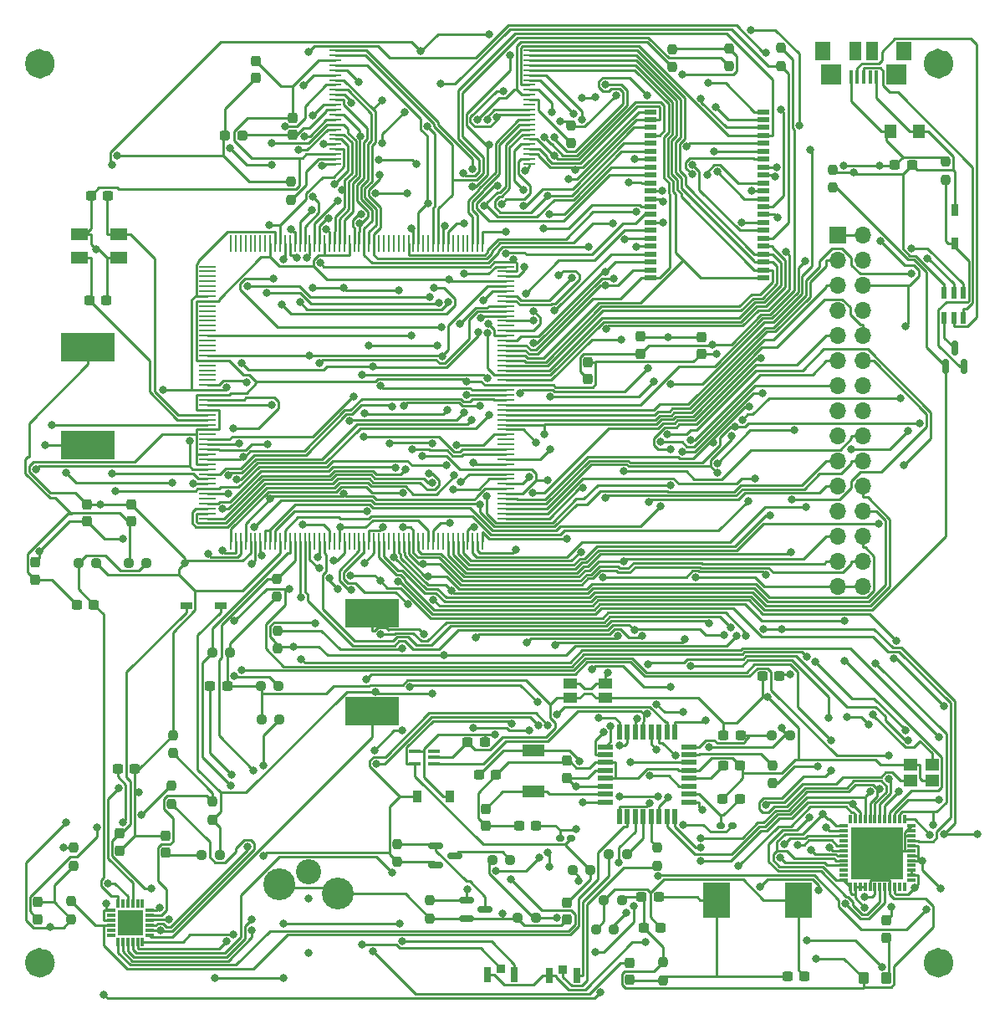
<source format=gtl>
%TF.GenerationSoftware,KiCad,Pcbnew,(6.0.8)*%
%TF.CreationDate,2022-12-02T10:37:27+07:00*%
%TF.ProjectId,espot_mainboard,6573706f-745f-46d6-9169-6e626f617264,rev?*%
%TF.SameCoordinates,Original*%
%TF.FileFunction,Copper,L1,Top*%
%TF.FilePolarity,Positive*%
%FSLAX46Y46*%
G04 Gerber Fmt 4.6, Leading zero omitted, Abs format (unit mm)*
G04 Created by KiCad (PCBNEW (6.0.8)) date 2022-12-02 10:37:27*
%MOMM*%
%LPD*%
G01*
G04 APERTURE LIST*
G04 Aperture macros list*
%AMRoundRect*
0 Rectangle with rounded corners*
0 $1 Rounding radius*
0 $2 $3 $4 $5 $6 $7 $8 $9 X,Y pos of 4 corners*
0 Add a 4 corners polygon primitive as box body*
4,1,4,$2,$3,$4,$5,$6,$7,$8,$9,$2,$3,0*
0 Add four circle primitives for the rounded corners*
1,1,$1+$1,$2,$3*
1,1,$1+$1,$4,$5*
1,1,$1+$1,$6,$7*
1,1,$1+$1,$8,$9*
0 Add four rect primitives between the rounded corners*
20,1,$1+$1,$2,$3,$4,$5,0*
20,1,$1+$1,$4,$5,$6,$7,0*
20,1,$1+$1,$6,$7,$8,$9,0*
20,1,$1+$1,$8,$9,$2,$3,0*%
G04 Aperture macros list end*
%TA.AperFunction,NonConductor*%
%ADD10C,1.500000*%
%TD*%
%TA.AperFunction,SMDPad,CuDef*%
%ADD11R,2.200000X1.300000*%
%TD*%
%TA.AperFunction,SMDPad,CuDef*%
%ADD12R,0.270000X1.741200*%
%TD*%
%TA.AperFunction,SMDPad,CuDef*%
%ADD13R,1.741200X0.270000*%
%TD*%
%TA.AperFunction,SMDPad,CuDef*%
%ADD14R,1.206500X0.279400*%
%TD*%
%TA.AperFunction,SMDPad,CuDef*%
%ADD15RoundRect,0.237500X-0.250000X-0.237500X0.250000X-0.237500X0.250000X0.237500X-0.250000X0.237500X0*%
%TD*%
%TA.AperFunction,SMDPad,CuDef*%
%ADD16R,1.200000X0.400000*%
%TD*%
%TA.AperFunction,SMDPad,CuDef*%
%ADD17R,1.295000X0.600000*%
%TD*%
%TA.AperFunction,SMDPad,CuDef*%
%ADD18RoundRect,0.237500X0.237500X-0.300000X0.237500X0.300000X-0.237500X0.300000X-0.237500X-0.300000X0*%
%TD*%
%TA.AperFunction,SMDPad,CuDef*%
%ADD19RoundRect,0.237500X0.237500X-0.250000X0.237500X0.250000X-0.237500X0.250000X-0.237500X-0.250000X0*%
%TD*%
%TA.AperFunction,SMDPad,CuDef*%
%ADD20RoundRect,0.237500X-0.237500X0.300000X-0.237500X-0.300000X0.237500X-0.300000X0.237500X0.300000X0*%
%TD*%
%TA.AperFunction,SMDPad,CuDef*%
%ADD21RoundRect,0.237500X-0.300000X-0.237500X0.300000X-0.237500X0.300000X0.237500X-0.300000X0.237500X0*%
%TD*%
%TA.AperFunction,SMDPad,CuDef*%
%ADD22R,2.700000X3.600000*%
%TD*%
%TA.AperFunction,SMDPad,CuDef*%
%ADD23RoundRect,0.237500X-0.237500X0.250000X-0.237500X-0.250000X0.237500X-0.250000X0.237500X0.250000X0*%
%TD*%
%TA.AperFunction,SMDPad,CuDef*%
%ADD24RoundRect,0.237500X-0.237500X0.287500X-0.237500X-0.287500X0.237500X-0.287500X0.237500X0.287500X0*%
%TD*%
%TA.AperFunction,SMDPad,CuDef*%
%ADD25R,0.750000X1.500000*%
%TD*%
%TA.AperFunction,SMDPad,CuDef*%
%ADD26R,0.900000X0.900000*%
%TD*%
%TA.AperFunction,SMDPad,CuDef*%
%ADD27R,2.550000X2.550000*%
%TD*%
%TA.AperFunction,SMDPad,CuDef*%
%ADD28R,0.850000X0.300000*%
%TD*%
%TA.AperFunction,SMDPad,CuDef*%
%ADD29R,0.300000X0.850000*%
%TD*%
%TA.AperFunction,SMDPad,CuDef*%
%ADD30RoundRect,0.237500X0.250000X0.237500X-0.250000X0.237500X-0.250000X-0.237500X0.250000X-0.237500X0*%
%TD*%
%TA.AperFunction,SMDPad,CuDef*%
%ADD31RoundRect,0.237500X0.300000X0.237500X-0.300000X0.237500X-0.300000X-0.237500X0.300000X-0.237500X0*%
%TD*%
%TA.AperFunction,SMDPad,CuDef*%
%ADD32R,1.300000X1.400000*%
%TD*%
%TA.AperFunction,SMDPad,CuDef*%
%ADD33R,1.150000X0.800000*%
%TD*%
%TA.AperFunction,SMDPad,CuDef*%
%ADD34R,1.400000X1.050000*%
%TD*%
%TA.AperFunction,SMDPad,CuDef*%
%ADD35R,0.600000X1.250000*%
%TD*%
%TA.AperFunction,SMDPad,CuDef*%
%ADD36R,0.750000X1.200000*%
%TD*%
%TA.AperFunction,SMDPad,CuDef*%
%ADD37R,5.400000X2.900000*%
%TD*%
%TA.AperFunction,SMDPad,CuDef*%
%ADD38R,0.900000X1.200000*%
%TD*%
%TA.AperFunction,SMDPad,CuDef*%
%ADD39RoundRect,0.160000X-0.222500X-0.160000X0.222500X-0.160000X0.222500X0.160000X-0.222500X0.160000X0*%
%TD*%
%TA.AperFunction,SMDPad,CuDef*%
%ADD40RoundRect,0.250000X0.275000X0.350000X-0.275000X0.350000X-0.275000X-0.350000X0.275000X-0.350000X0*%
%TD*%
%TA.AperFunction,SMDPad,CuDef*%
%ADD41RoundRect,0.150000X-0.587500X-0.150000X0.587500X-0.150000X0.587500X0.150000X-0.587500X0.150000X0*%
%TD*%
%TA.AperFunction,SMDPad,CuDef*%
%ADD42R,1.400000X1.150000*%
%TD*%
%TA.AperFunction,SMDPad,CuDef*%
%ADD43RoundRect,0.237500X0.287500X0.237500X-0.287500X0.237500X-0.287500X-0.237500X0.287500X-0.237500X0*%
%TD*%
%TA.AperFunction,SMDPad,CuDef*%
%ADD44R,0.400000X1.350000*%
%TD*%
%TA.AperFunction,SMDPad,CuDef*%
%ADD45R,2.100000X2.000000*%
%TD*%
%TA.AperFunction,SMDPad,CuDef*%
%ADD46R,1.600000X1.900000*%
%TD*%
%TA.AperFunction,SMDPad,CuDef*%
%ADD47R,1.200000X1.900000*%
%TD*%
%TA.AperFunction,SMDPad,CuDef*%
%ADD48R,5.250000X5.250000*%
%TD*%
%TA.AperFunction,SMDPad,CuDef*%
%ADD49RoundRect,0.150000X0.150000X-0.587500X0.150000X0.587500X-0.150000X0.587500X-0.150000X-0.587500X0*%
%TD*%
%TA.AperFunction,ComponentPad*%
%ADD50C,2.550000*%
%TD*%
%TA.AperFunction,ComponentPad*%
%ADD51C,3.225000*%
%TD*%
%TA.AperFunction,ComponentPad*%
%ADD52C,0.800000*%
%TD*%
%TA.AperFunction,SMDPad,CuDef*%
%ADD53R,1.800000X1.200000*%
%TD*%
%TA.AperFunction,SMDPad,CuDef*%
%ADD54R,1.500000X0.600000*%
%TD*%
%TA.AperFunction,SMDPad,CuDef*%
%ADD55R,0.600000X1.500000*%
%TD*%
%TA.AperFunction,ComponentPad*%
%ADD56R,1.700000X1.700000*%
%TD*%
%TA.AperFunction,ComponentPad*%
%ADD57O,1.700000X1.700000*%
%TD*%
%TA.AperFunction,ViaPad*%
%ADD58C,0.800000*%
%TD*%
%TA.AperFunction,Conductor*%
%ADD59C,0.254000*%
%TD*%
G04 APERTURE END LIST*
D10*
X56340530Y-129099398D02*
G75*
G03*
X56340530Y-129099398I-750000J0D01*
G01*
X56340530Y-38099398D02*
G75*
G03*
X56340530Y-38099398I-750000J0D01*
G01*
X147340530Y-129099398D02*
G75*
G03*
X147340530Y-129099398I-750000J0D01*
G01*
X147340530Y-38099398D02*
G75*
G03*
X147340530Y-38099398I-750000J0D01*
G01*
D11*
%TO.P,Y2,1*%
%TO.N,Net-(C42-Pad1)*%
X105525200Y-107581500D03*
%TO.P,Y2,2*%
%TO.N,Net-(C41-Pad1)*%
X105525200Y-111781500D03*
%TD*%
D12*
%TO.P,U1,208,PC23*%
%TO.N,unconnected-(U1-Pad208)*%
X74913400Y-56303604D03*
%TO.P,U1,207,PC22*%
%TO.N,unconnected-(U1-Pad207)*%
X75413399Y-56303604D03*
%TO.P,U1,206,PC21*%
%TO.N,unconnected-(U1-Pad206)*%
X75913401Y-56303604D03*
%TO.P,U1,205,PC20*%
%TO.N,unconnected-(U1-Pad205)*%
X76413400Y-56303604D03*
%TO.P,U1,204,PC19*%
%TO.N,unconnected-(U1-Pad204)*%
X76913399Y-56303604D03*
%TO.P,U1,203,PC18*%
%TO.N,unconnected-(U1-Pad203)*%
X77413400Y-56303604D03*
%TO.P,U1,202,PC17*%
%TO.N,unconnected-(U1-Pad202)*%
X77913399Y-56303604D03*
%TO.P,U1,201,PC16*%
%TO.N,unconnected-(U1-Pad201)*%
X78413401Y-56303604D03*
%TO.P,U1,200,GND*%
%TO.N,GND*%
X78913400Y-56303604D03*
%TO.P,U1,199,VDDIOM*%
%TO.N,Net-(C61-Pad1)*%
X79413399Y-56303604D03*
%TO.P,U1,198,D15*%
%TO.N,/Micro Memory/D15*%
X79913400Y-56303604D03*
%TO.P,U1,197,D14*%
%TO.N,/Micro Memory/D14*%
X80413399Y-56303604D03*
%TO.P,U1,196,D13*%
%TO.N,/Micro Memory/D13*%
X80913401Y-56303604D03*
%TO.P,U1,195,D12*%
%TO.N,/Micro Memory/D12*%
X81413400Y-56303604D03*
%TO.P,U1,194,D11*%
%TO.N,/Micro Memory/D11*%
X81913399Y-56303604D03*
%TO.P,U1,193,D10*%
%TO.N,/Micro Memory/D10*%
X82413400Y-56303604D03*
%TO.P,U1,192,D9*%
%TO.N,/Micro Memory/D9*%
X82913399Y-56303604D03*
%TO.P,U1,191,D8*%
%TO.N,/Micro Memory/D8*%
X83413401Y-56303604D03*
%TO.P,U1,190,D7*%
%TO.N,/Micro Memory/D7*%
X83913400Y-56303604D03*
%TO.P,U1,189,GND*%
%TO.N,GND*%
X84413399Y-56303604D03*
%TO.P,U1,188,VDDCORE*%
%TO.N,Net-(C66-Pad1)*%
X84913400Y-56303604D03*
%TO.P,U1,187,D6*%
%TO.N,/Micro Memory/D6*%
X85413399Y-56303604D03*
%TO.P,U1,186,D5*%
%TO.N,/Micro Memory/D5*%
X85913401Y-56303604D03*
%TO.P,U1,185,D4*%
%TO.N,/Micro Memory/D4*%
X86413400Y-56303604D03*
%TO.P,U1,184,GND*%
%TO.N,GND*%
X86913399Y-56303604D03*
%TO.P,U1,183,VDDIOM*%
%TO.N,Net-(C61-Pad1)*%
X87413400Y-56303604D03*
%TO.P,U1,182,D3*%
%TO.N,/Micro Memory/D3*%
X87913400Y-56303604D03*
%TO.P,U1,181,D2*%
%TO.N,/Micro Memory/D2*%
X88413401Y-56303604D03*
%TO.P,U1,180,D1*%
%TO.N,/Micro Memory/D1*%
X88913400Y-56303604D03*
%TO.P,U1,179,D0*%
%TO.N,/Micro Memory/D0*%
X89413399Y-56303604D03*
%TO.P,U1,178,SDWE*%
%TO.N,unconnected-(U1-Pad178)*%
X89913401Y-56303604D03*
%TO.P,U1,177,CAS*%
%TO.N,unconnected-(U1-Pad177)*%
X90413400Y-56303604D03*
%TO.P,U1,176,RAS*%
%TO.N,unconnected-(U1-Pad176)*%
X90913401Y-56303604D03*
%TO.P,U1,175,SDCKE*%
%TO.N,unconnected-(U1-Pad175)*%
X91413400Y-56303604D03*
%TO.P,U1,174,SDCK*%
%TO.N,unconnected-(U1-Pad174)*%
X91913399Y-56303604D03*
%TO.P,U1,173,NWR3/NBS3/CFIOW*%
%TO.N,unconnected-(U1-Pad173)*%
X92413401Y-56303604D03*
%TO.P,U1,172,NWR1/NBS1/CFIOR*%
%TO.N,/Micro Memory/BS1#*%
X92913400Y-56303604D03*
%TO.P,U1,171,NWR0/NWE/CFWE*%
%TO.N,/Micro Memory/WE#*%
X93413401Y-56303604D03*
%TO.P,U1,170,NRD/NOE/CFOE*%
%TO.N,/Micro Memory/OE#*%
X93913400Y-56303604D03*
%TO.P,U1,169,NCS3/SMCS*%
%TO.N,unconnected-(U1-Pad169)*%
X94413399Y-56303604D03*
%TO.P,U1,168,NCS2*%
%TO.N,unconnected-(U1-Pad168)*%
X94913401Y-56303604D03*
%TO.P,U1,167,NCS1/SDCS*%
%TO.N,/Micro Memory/CS_RAM#*%
X95413400Y-56303604D03*
%TO.P,U1,166,NCS0/BFCS*%
%TO.N,/Micro Memory/CS_ROM#*%
X95913401Y-56303604D03*
%TO.P,U1,165,GND*%
%TO.N,GND*%
X96413400Y-56303604D03*
%TO.P,U1,164,VDDIOM*%
%TO.N,Net-(C61-Pad1)*%
X96913399Y-56303604D03*
%TO.P,U1,163,PC9*%
%TO.N,unconnected-(U1-Pad163)*%
X97413401Y-56303604D03*
%TO.P,U1,162,PC8*%
%TO.N,unconnected-(U1-Pad162)*%
X97913400Y-56303604D03*
%TO.P,U1,161,PC7*%
%TO.N,unconnected-(U1-Pad161)*%
X98413399Y-56303604D03*
%TO.P,U1,160,A22*%
%TO.N,unconnected-(U1-Pad160)*%
X98913400Y-56303604D03*
%TO.P,U1,159,A21*%
%TO.N,/Micro Memory/A21*%
X99413399Y-56303604D03*
%TO.P,U1,158,A20*%
%TO.N,/Micro Memory/A20*%
X99913401Y-56303604D03*
%TO.P,U1,157,A19*%
%TO.N,/Micro Memory/A19*%
X100413400Y-56303604D03*
D13*
%TO.P,U1,156,A18*%
%TO.N,/Micro Memory/A18*%
X102748396Y-58638600D03*
%TO.P,U1,155,A17/BA1*%
%TO.N,/Micro Memory/A17*%
X102748396Y-59138599D03*
%TO.P,U1,154,A16/BA0*%
%TO.N,/Micro Memory/A16*%
X102748396Y-59638601D03*
%TO.P,U1,153,GND*%
%TO.N,GND*%
X102748396Y-60138600D03*
%TO.P,U1,152,VDDCORE*%
%TO.N,Net-(C66-Pad1)*%
X102748396Y-60638599D03*
%TO.P,U1,151,A15*%
%TO.N,/Micro Memory/A15*%
X102748396Y-61138600D03*
%TO.P,U1,150,A14*%
%TO.N,/Micro Memory/A14*%
X102748396Y-61638599D03*
%TO.P,U1,149,A13*%
%TO.N,/Micro Memory/A13*%
X102748396Y-62138601D03*
%TO.P,U1,148,A12*%
%TO.N,/Micro Memory/A12*%
X102748396Y-62638600D03*
%TO.P,U1,147,GND*%
%TO.N,GND*%
X102748396Y-63138599D03*
%TO.P,U1,146,VDDIOM*%
%TO.N,Net-(C61-Pad1)*%
X102748396Y-63638600D03*
%TO.P,U1,145,A11*%
%TO.N,/Micro Memory/A11*%
X102748396Y-64138599D03*
%TO.P,U1,144,SDA10*%
%TO.N,unconnected-(U1-Pad144)*%
X102748396Y-64638601D03*
%TO.P,U1,143,A10*%
%TO.N,/Micro Memory/A10*%
X102748396Y-65138600D03*
%TO.P,U1,142,A9*%
%TO.N,/Micro Memory/A9*%
X102748396Y-65638599D03*
%TO.P,U1,141,A8*%
%TO.N,/Micro Memory/A8*%
X102748396Y-66138600D03*
%TO.P,U1,140,A7*%
%TO.N,/Micro Memory/A7*%
X102748396Y-66638599D03*
%TO.P,U1,139,A6*%
%TO.N,/Micro Memory/A6*%
X102748396Y-67138601D03*
%TO.P,U1,138,A5*%
%TO.N,/Micro Memory/A5*%
X102748396Y-67638600D03*
%TO.P,U1,137,A4*%
%TO.N,/Micro Memory/A4*%
X102748396Y-68138599D03*
%TO.P,U1,136,A3*%
%TO.N,/Micro Memory/A3*%
X102748396Y-68638600D03*
%TO.P,U1,135,A2*%
%TO.N,/Micro Memory/A2*%
X102748396Y-69138599D03*
%TO.P,U1,134,A1/NBS2/NWR2*%
%TO.N,/Micro Memory/A1*%
X102748396Y-69638601D03*
%TO.P,U1,133,A0/NBS0*%
%TO.N,/Micro Memory/BS0#*%
X102748396Y-70138600D03*
%TO.P,U1,132,GND*%
%TO.N,GND*%
X102748396Y-70638599D03*
%TO.P,U1,131,VDDIOM*%
%TO.N,Net-(C61-Pad1)*%
X102748396Y-71138600D03*
%TO.P,U1,130,GND*%
%TO.N,GND*%
X102748396Y-71638600D03*
%TO.P,U1,129,VDDIOP*%
%TO.N,Net-(C62-Pad1)*%
X102748396Y-72138601D03*
%TO.P,U1,128,DDP*%
%TO.N,USB_DEV_P*%
X102748396Y-72638600D03*
%TO.P,U1,127,DDM*%
%TO.N,USB_DEV_N*%
X102748396Y-73138599D03*
%TO.P,U1,126,HDPA*%
%TO.N,USB_HOST_P*%
X102748396Y-73638601D03*
%TO.P,U1,125,HDMA*%
%TO.N,USB_HOST_N*%
X102748396Y-74138600D03*
%TO.P,U1,124,PB29*%
%TO.N,IRQ0*%
X102748396Y-74638601D03*
%TO.P,U1,123,PB28*%
%TO.N,IRQ1*%
X102748396Y-75138600D03*
%TO.P,U1,122,PB27*%
%TO.N,PA15*%
X102748396Y-75638599D03*
%TO.P,U1,121,PB26*%
%TO.N,unconnected-(U1-Pad121)*%
X102748396Y-76138601D03*
%TO.P,U1,120,PB25*%
%TO.N,unconnected-(U1-Pad120)*%
X102748396Y-76638600D03*
%TO.P,U1,119,PB24*%
%TO.N,/Micro Memory/LED2*%
X102748396Y-77138601D03*
%TO.P,U1,118,PB23*%
%TO.N,/Micro Memory/LED1*%
X102748396Y-77638600D03*
%TO.P,U1,117,GND*%
%TO.N,GND*%
X102748396Y-78138599D03*
%TO.P,U1,116,VDDCORE*%
%TO.N,Net-(C66-Pad1)*%
X102748396Y-78638601D03*
%TO.P,U1,115,NRST*%
%TO.N,RESET#*%
X102748396Y-79138600D03*
%TO.P,U1,114,TST1*%
%TO.N,Net-(R74-Pad1)*%
X102748396Y-79638601D03*
%TO.P,U1,113,TST0*%
%TO.N,Net-(R73-Pad1)*%
X102748396Y-80138600D03*
%TO.P,U1,112,GND*%
%TO.N,GND*%
X102748396Y-80638599D03*
%TO.P,U1,111,VDDIOP*%
%TO.N,Net-(C62-Pad1)*%
X102748396Y-81138601D03*
%TO.P,U1,110,NTRST*%
%TO.N,RESET#*%
X102748396Y-81638600D03*
%TO.P,U1,109,TMS*%
%TO.N,TMS*%
X102748396Y-82138599D03*
%TO.P,U1,108,TCK*%
%TO.N,TCK*%
X102748396Y-82638600D03*
%TO.P,U1,107,TDO*%
%TO.N,TDO*%
X102748396Y-83138599D03*
%TO.P,U1,106,TDI*%
%TO.N,TDI*%
X102748396Y-83638601D03*
%TO.P,U1,105,JTAGSEL*%
%TO.N,/Micro Memory/JTAGSEL*%
X102748396Y-84138600D03*
D12*
%TO.P,U1,104,PB22*%
%TO.N,/Micro Memory/BD_REV0*%
X100413400Y-86473596D03*
%TO.P,U1,103,PB21*%
%TO.N,RXD1*%
X99913401Y-86473596D03*
%TO.P,U1,102,PB20*%
%TO.N,TXD1*%
X99413399Y-86473596D03*
%TO.P,U1,101,PB19*%
%TO.N,/Micro Memory/BD_REV1*%
X98913400Y-86473596D03*
%TO.P,U1,100,PB18*%
%TO.N,/Micro Memory/BD_REV2*%
X98413401Y-86473596D03*
%TO.P,U1,99,PB17*%
%TO.N,CS_A2*%
X97913400Y-86473596D03*
%TO.P,U1,98,PB16*%
%TO.N,CS_A1*%
X97413401Y-86473596D03*
%TO.P,U1,97,PB15*%
%TO.N,CS_A0*%
X96913399Y-86473596D03*
%TO.P,U1,96,PB14*%
%TO.N,unconnected-(U1-Pad96)*%
X96413400Y-86473596D03*
%TO.P,U1,95,PB13*%
%TO.N,unconnected-(U1-Pad95)*%
X95913401Y-86473596D03*
%TO.P,U1,94,GND*%
%TO.N,GND*%
X95413400Y-86473596D03*
%TO.P,U1,93,VDDIOP*%
%TO.N,Net-(C62-Pad1)*%
X94913401Y-86473596D03*
%TO.P,U1,92,PB12*%
%TO.N,unconnected-(U1-Pad92)*%
X94413399Y-86473596D03*
%TO.P,U1,91,PB11*%
%TO.N,PA12*%
X93913400Y-86473596D03*
%TO.P,U1,90,PB10*%
%TO.N,PA11*%
X93413401Y-86473596D03*
%TO.P,U1,89,PB9*%
%TO.N,PA10*%
X92913400Y-86473596D03*
%TO.P,U1,88,PB8*%
%TO.N,PA9*%
X92413401Y-86473596D03*
%TO.P,U1,87,PB7*%
%TO.N,PA8*%
X91913399Y-86473596D03*
%TO.P,U1,86,PB6*%
%TO.N,PA7*%
X91413400Y-86473596D03*
%TO.P,U1,85,PB5*%
%TO.N,unconnected-(U1-Pad85)*%
X90913401Y-86473596D03*
%TO.P,U1,84,PB4*%
%TO.N,USB_PUP#*%
X90413400Y-86473596D03*
%TO.P,U1,83,PB3*%
%TO.N,CCA*%
X89913401Y-86473596D03*
%TO.P,U1,82,PB2*%
%TO.N,FIFO*%
X89413399Y-86473596D03*
%TO.P,U1,81,PB1*%
%TO.N,RF_PDOWN*%
X88913400Y-86473596D03*
%TO.P,U1,80,PB0*%
%TO.N,RF_RST#*%
X88413401Y-86473596D03*
%TO.P,U1,79,PA31/BMS*%
%TO.N,/Micro Memory/BMS*%
X87913400Y-86473596D03*
%TO.P,U1,78,PA30*%
%TO.N,unconnected-(U1-Pad78)*%
X87413400Y-86473596D03*
%TO.P,U1,77,PA29*%
%TO.N,unconnected-(U1-Pad77)*%
X86913399Y-86473596D03*
%TO.P,U1,76,GND*%
%TO.N,GND*%
X86413400Y-86473596D03*
%TO.P,U1,75,VDDIOP*%
%TO.N,Net-(C62-Pad1)*%
X85913401Y-86473596D03*
%TO.P,U1,74,PA28*%
%TO.N,unconnected-(U1-Pad74)*%
X85413399Y-86473596D03*
%TO.P,U1,73,PA27*%
%TO.N,PA13*%
X84913400Y-86473596D03*
%TO.P,U1,72,PA26*%
%TO.N,I2C_CLK*%
X84413399Y-86473596D03*
%TO.P,U1,71,PA25*%
%TO.N,I2C_DATA*%
X83913400Y-86473596D03*
%TO.P,U1,70,PA24*%
%TO.N,unconnected-(U1-Pad70)*%
X83413401Y-86473596D03*
%TO.P,U1,69,PA23*%
%TO.N,FIFOP*%
X82913399Y-86473596D03*
%TO.P,U1,68,PA22*%
%TO.N,USB_PWR_MON*%
X82413400Y-86473596D03*
%TO.P,U1,67,PA21*%
%TO.N,SFD*%
X81913399Y-86473596D03*
%TO.P,U1,66,PA20*%
%TO.N,USB_EN#*%
X81413400Y-86473596D03*
%TO.P,U1,65,PA19*%
%TO.N,USB_HP*%
X80913401Y-86473596D03*
%TO.P,U1,64,PA18*%
%TO.N,PA18*%
X80413399Y-86473596D03*
%TO.P,U1,63,GND*%
%TO.N,GND*%
X79913400Y-86473596D03*
%TO.P,U1,62,VDDCORE*%
%TO.N,Net-(C66-Pad1)*%
X79413399Y-86473596D03*
%TO.P,U1,61,PA17*%
%TO.N,PA17*%
X78913400Y-86473596D03*
%TO.P,U1,60,PA16*%
X78413401Y-86473596D03*
%TO.P,U1,59,PA15*%
%TO.N,PA15*%
X77913399Y-86473596D03*
%TO.P,U1,58,PA14*%
%TO.N,PA14*%
X77413400Y-86473596D03*
%TO.P,U1,57,GND*%
%TO.N,GND*%
X76913401Y-86473596D03*
%TO.P,U1,56,VDDIOP*%
%TO.N,Net-(C62-Pad1)*%
X76413400Y-86473596D03*
%TO.P,U1,55,PA13*%
%TO.N,PA13*%
X75913401Y-86473596D03*
%TO.P,U1,54,PA12*%
%TO.N,PA12*%
X75413399Y-86473596D03*
%TO.P,U1,53,PA11*%
%TO.N,PA11*%
X74913400Y-86473596D03*
D13*
%TO.P,U1,52,PA10*%
%TO.N,PA10*%
X72578404Y-84138600D03*
%TO.P,U1,51,PA9*%
%TO.N,PA9*%
X72578404Y-83638601D03*
%TO.P,U1,50,PA8*%
%TO.N,PA8*%
X72578404Y-83138599D03*
%TO.P,U1,49,PA7*%
%TO.N,PA7*%
X72578404Y-82638600D03*
%TO.P,U1,48,PA6*%
%TO.N,/Micro Memory/AVR_CS#*%
X72578404Y-82138599D03*
%TO.P,U1,47,PA5*%
%TO.N,RF_CS#*%
X72578404Y-81638600D03*
%TO.P,U1,46,PA4*%
%TO.N,BD_SEL2#*%
X72578404Y-81138601D03*
%TO.P,U1,45,PA3*%
%TO.N,BD_SEL1#*%
X72578404Y-80638599D03*
%TO.P,U1,44,PA2*%
%TO.N,SCLK*%
X72578404Y-80138600D03*
%TO.P,U1,43,PA1*%
%TO.N,MOSI*%
X72578404Y-79638599D03*
%TO.P,U1,42,PA0*%
%TO.N,MISO*%
X72578404Y-79138600D03*
%TO.P,U1,41,GND*%
%TO.N,GND*%
X72578404Y-78638601D03*
%TO.P,U1,40,VDDIOP*%
%TO.N,Net-(C62-Pad1)*%
X72578404Y-78138599D03*
%TO.P,U1,39,GNDPLL*%
%TO.N,GND*%
X72578404Y-77638600D03*
%TO.P,U1,38,PLLRCB*%
%TO.N,Net-(C92-Pad2)*%
X72578404Y-77138599D03*
%TO.P,U1,37,VDDPLL*%
%TO.N,Net-(C82-Pad2)*%
X72578404Y-76638600D03*
%TO.P,U1,36,XIN32*%
%TO.N,SLOW_CLK*%
X72578404Y-76138601D03*
%TO.P,U1,35,XOUT32*%
%TO.N,unconnected-(U1-Pad35)*%
X72578404Y-75638599D03*
%TO.P,U1,34,GNDOSC*%
%TO.N,GND*%
X72578404Y-75138600D03*
%TO.P,U1,33,VDDOSC*%
%TO.N,Net-(C83-Pad2)*%
X72578404Y-74638599D03*
%TO.P,U1,32,XIN*%
%TO.N,Net-(C69-Pad1)*%
X72578404Y-74138600D03*
%TO.P,U1,31,XOUT*%
%TO.N,Net-(C70-Pad1)*%
X72578404Y-73638601D03*
%TO.P,U1,30,GNDPLL*%
%TO.N,GND*%
X72578404Y-73138599D03*
%TO.P,U1,29,PLLRCA*%
%TO.N,Net-(C90-Pad2)*%
X72578404Y-72638600D03*
%TO.P,U1,28,VDDPLL*%
%TO.N,Net-(C71-Pad2)*%
X72578404Y-72138598D03*
%TO.P,U1,27,GND*%
%TO.N,GND*%
X72578404Y-71638600D03*
%TO.P,U1,26,VDDIOM*%
%TO.N,Net-(C61-Pad1)*%
X72578404Y-71138600D03*
%TO.P,U1,25,PC6*%
%TO.N,Net-(R17-Pad1)*%
X72578404Y-70638599D03*
%TO.P,U1,24,PC5*%
%TO.N,unconnected-(U1-Pad24)*%
X72578404Y-70138600D03*
%TO.P,U1,23,PC4*%
%TO.N,unconnected-(U1-Pad23)*%
X72578404Y-69638601D03*
%TO.P,U1,22,PC3*%
%TO.N,unconnected-(U1-Pad22)*%
X72578404Y-69138599D03*
%TO.P,U1,21,PC2*%
%TO.N,unconnected-(U1-Pad21)*%
X72578404Y-68638600D03*
%TO.P,U1,20,GND*%
%TO.N,GND*%
X72578404Y-68138599D03*
%TO.P,U1,19,VDDCORE*%
%TO.N,Net-(C66-Pad1)*%
X72578404Y-67638600D03*
%TO.P,U1,18,PC1*%
%TO.N,unconnected-(U1-Pad18)*%
X72578404Y-67138601D03*
%TO.P,U1,17,PC0*%
%TO.N,unconnected-(U1-Pad17)*%
X72578404Y-66638599D03*
%TO.P,U1,16,PC15*%
%TO.N,unconnected-(U1-Pad16)*%
X72578404Y-66138600D03*
%TO.P,U1,15,PC14*%
%TO.N,/Micro Memory/BUSY#*%
X72578404Y-65638599D03*
%TO.P,U1,14,PC13*%
%TO.N,unconnected-(U1-Pad14)*%
X72578404Y-65138600D03*
%TO.P,U1,13,PC12*%
%TO.N,unconnected-(U1-Pad13)*%
X72578404Y-64638601D03*
%TO.P,U1,12,PC11*%
%TO.N,unconnected-(U1-Pad12)*%
X72578404Y-64138599D03*
%TO.P,U1,11,PC10*%
%TO.N,unconnected-(U1-Pad11)*%
X72578404Y-63638600D03*
%TO.P,U1,10,PC31*%
%TO.N,unconnected-(U1-Pad10)*%
X72578404Y-63138599D03*
%TO.P,U1,9,PC30*%
%TO.N,unconnected-(U1-Pad9)*%
X72578404Y-62638600D03*
%TO.P,U1,8,GND*%
%TO.N,GND*%
X72578404Y-62138601D03*
%TO.P,U1,7,VDDIOM*%
%TO.N,Net-(C61-Pad1)*%
X72578404Y-61638599D03*
%TO.P,U1,6,PC29*%
%TO.N,unconnected-(U1-Pad6)*%
X72578404Y-61138600D03*
%TO.P,U1,5,PC28*%
%TO.N,unconnected-(U1-Pad5)*%
X72578404Y-60638599D03*
%TO.P,U1,4,PC27*%
%TO.N,unconnected-(U1-Pad4)*%
X72578404Y-60138600D03*
%TO.P,U1,3,PC26*%
%TO.N,unconnected-(U1-Pad3)*%
X72578404Y-59638601D03*
%TO.P,U1,2,PC25*%
%TO.N,unconnected-(U1-Pad2)*%
X72578404Y-59138599D03*
%TO.P,U1,1,PC24*%
%TO.N,unconnected-(U1-Pad1)*%
X72578404Y-58638600D03*
%TD*%
D14*
%TO.P,U2,1,A15*%
%TO.N,/Micro Memory/A16*%
X105167150Y-48263199D03*
%TO.P,U2,2,A14*%
%TO.N,/Micro Memory/A15*%
X105167150Y-47763200D03*
%TO.P,U2,3,A13*%
%TO.N,/Micro Memory/A14*%
X105167150Y-47263201D03*
%TO.P,U2,4,A12*%
%TO.N,/Micro Memory/A13*%
X105167150Y-46763199D03*
%TO.P,U2,5,A11*%
%TO.N,/Micro Memory/A12*%
X105167150Y-46263200D03*
%TO.P,U2,6,A10*%
%TO.N,/Micro Memory/A11*%
X105167150Y-45763201D03*
%TO.P,U2,7,A9*%
%TO.N,/Micro Memory/A10*%
X105167150Y-45263200D03*
%TO.P,U2,8,A8*%
%TO.N,/Micro Memory/A9*%
X105167150Y-44763201D03*
%TO.P,U2,9,A19*%
%TO.N,/Micro Memory/A20*%
X105167150Y-44263199D03*
%TO.P,U2,10,A20*%
%TO.N,/Micro Memory/A21*%
X105167150Y-43763200D03*
%TO.P,U2,11,\u002AWE*%
%TO.N,/Micro Memory/WE#*%
X105167150Y-43263201D03*
%TO.P,U2,12,\u002ARESET*%
%TO.N,RESET#*%
X105167150Y-42763200D03*
%TO.P,U2,13,NC*%
%TO.N,unconnected-(U2-Pad13)*%
X105167150Y-42263200D03*
%TO.P,U2,14,\u002AWP/ACC*%
%TO.N,/Micro Memory/ACC*%
X105167150Y-41763199D03*
%TO.P,U2,15,RY/\u002ABY*%
%TO.N,/Micro Memory/BUSY#*%
X105167150Y-41263200D03*
%TO.P,U2,16,A18*%
%TO.N,/Micro Memory/A19*%
X105167150Y-40763201D03*
%TO.P,U2,17,A17*%
%TO.N,/Micro Memory/A18*%
X105167150Y-40263199D03*
%TO.P,U2,18,A7*%
%TO.N,/Micro Memory/A8*%
X105167150Y-39763200D03*
%TO.P,U2,19,A6*%
%TO.N,/Micro Memory/A7*%
X105167150Y-39263199D03*
%TO.P,U2,20,A5*%
%TO.N,/Micro Memory/A6*%
X105167150Y-38763200D03*
%TO.P,U2,21,A4*%
%TO.N,/Micro Memory/A5*%
X105167150Y-38263201D03*
%TO.P,U2,22,A3*%
%TO.N,/Micro Memory/A4*%
X105167150Y-37763199D03*
%TO.P,U2,23,A2*%
%TO.N,/Micro Memory/A3*%
X105167150Y-37263200D03*
%TO.P,U2,24,A1*%
%TO.N,/Micro Memory/A2*%
X105167150Y-36763199D03*
%TO.P,U2,25,A0*%
%TO.N,/Micro Memory/A1*%
X85469450Y-36763201D03*
%TO.P,U2,26,\u002ACE*%
%TO.N,/Micro Memory/CS_ROM#*%
X85469450Y-37263200D03*
%TO.P,U2,27,VSS*%
%TO.N,GND*%
X85469450Y-37763199D03*
%TO.P,U2,28,\u002AOE*%
%TO.N,/Micro Memory/OE#*%
X85469450Y-38263201D03*
%TO.P,U2,29,DQ0*%
%TO.N,/Micro Memory/D0*%
X85469450Y-38763200D03*
%TO.P,U2,30,DQ8*%
%TO.N,/Micro Memory/D8*%
X85469450Y-39263201D03*
%TO.P,U2,31,DQ1*%
%TO.N,/Micro Memory/D1*%
X85469450Y-39763200D03*
%TO.P,U2,32,DQ9*%
%TO.N,/Micro Memory/D9*%
X85469450Y-40263199D03*
%TO.P,U2,33,DQ2*%
%TO.N,/Micro Memory/D2*%
X85469450Y-40763201D03*
%TO.P,U2,34,DQ10*%
%TO.N,/Micro Memory/D10*%
X85469450Y-41263200D03*
%TO.P,U2,35,DQ3*%
%TO.N,/Micro Memory/D3*%
X85469450Y-41763202D03*
%TO.P,U2,36,DQ11*%
%TO.N,/Micro Memory/D11*%
X85469450Y-42263200D03*
%TO.P,U2,37,VCC*%
%TO.N,Net-(C4-Pad1)*%
X85469450Y-42763200D03*
%TO.P,U2,38,DQ4*%
%TO.N,/Micro Memory/D4*%
X85469450Y-43263201D03*
%TO.P,U2,39,DQ12*%
%TO.N,/Micro Memory/D12*%
X85469450Y-43763200D03*
%TO.P,U2,40,DQ5*%
%TO.N,/Micro Memory/D5*%
X85469450Y-44263199D03*
%TO.P,U2,41,DQ13*%
%TO.N,/Micro Memory/D13*%
X85469450Y-44763201D03*
%TO.P,U2,42,DQ6*%
%TO.N,/Micro Memory/D6*%
X85469450Y-45263200D03*
%TO.P,U2,43,DQ14*%
%TO.N,/Micro Memory/D14*%
X85469450Y-45763201D03*
%TO.P,U2,44,DQ7*%
%TO.N,/Micro Memory/D7*%
X85469450Y-46263200D03*
%TO.P,U2,45,DQ15/A-1*%
%TO.N,/Micro Memory/D15*%
X85469450Y-46763199D03*
%TO.P,U2,46,VSS*%
%TO.N,GND*%
X85469450Y-47263201D03*
%TO.P,U2,47,\u002ABYTE*%
%TO.N,/Micro Memory/BYTE#*%
X85469450Y-47763200D03*
%TO.P,U2,48,A16*%
%TO.N,/Micro Memory/A17*%
X85469450Y-48263201D03*
%TD*%
D15*
%TO.P,R51,1*%
%TO.N,Net-(C40-Pad2)*%
X129737900Y-106123600D03*
%TO.P,R51,2*%
%TO.N,TEMP*%
X131562900Y-106123600D03*
%TD*%
D16*
%TO.P,U10,1,PG*%
%TO.N,AVR_RES#*%
X95477900Y-108983800D03*
%TO.P,U10,2,GND*%
%TO.N,GND*%
X95477900Y-108333800D03*
%TO.P,U10,3,NC*%
%TO.N,unconnected-(U10-Pad3)*%
X95477900Y-107683800D03*
%TO.P,U10,4,IN*%
%TO.N,Net-(C52-Pad2)*%
X93577900Y-107683800D03*
%TO.P,U10,5,OUT*%
%TO.N,VSTBY*%
X93577900Y-108983800D03*
%TD*%
D15*
%TO.P,R38,1*%
%TO.N,GND*%
X77954200Y-101094900D03*
%TO.P,R38,2*%
%TO.N,Net-(R38-Pad2)*%
X79779200Y-101094900D03*
%TD*%
D17*
%TO.P,U3,1,A4*%
%TO.N,/Micro Memory/A5*%
X128878500Y-59779400D03*
%TO.P,U3,2,A3*%
%TO.N,/Micro Memory/A4*%
X128878500Y-58979400D03*
%TO.P,U3,3,A2*%
%TO.N,/Micro Memory/A3*%
X128878500Y-58179400D03*
%TO.P,U3,4,A1*%
%TO.N,/Micro Memory/A2*%
X128878500Y-57379400D03*
%TO.P,U3,5,A0*%
%TO.N,/Micro Memory/A1*%
X128878500Y-56579400D03*
%TO.P,U3,6,CE#*%
%TO.N,/Micro Memory/CS_RAM#*%
X128878500Y-55779400D03*
%TO.P,U3,7,DQ0*%
%TO.N,/Micro Memory/D0*%
X128878500Y-54979400D03*
%TO.P,U3,8,DQ1*%
%TO.N,/Micro Memory/D1*%
X128878500Y-54179400D03*
%TO.P,U3,9,DQ2*%
%TO.N,/Micro Memory/D2*%
X128878500Y-53379400D03*
%TO.P,U3,10,DQ3*%
%TO.N,/Micro Memory/D3*%
X128878500Y-52579400D03*
%TO.P,U3,11,VCC_1*%
%TO.N,Net-(C2-Pad1)*%
X128878500Y-51779400D03*
%TO.P,U3,12,VSS_1*%
%TO.N,GND*%
X128878500Y-50979400D03*
%TO.P,U3,13,DQ4*%
%TO.N,/Micro Memory/D4*%
X128878500Y-50179400D03*
%TO.P,U3,14,DQ5*%
%TO.N,/Micro Memory/D5*%
X128878500Y-49379400D03*
%TO.P,U3,15,DQ6*%
%TO.N,/Micro Memory/D6*%
X128878500Y-48579400D03*
%TO.P,U3,16,DQ7*%
%TO.N,/Micro Memory/D7*%
X128878500Y-47779400D03*
%TO.P,U3,17,WE#*%
%TO.N,/Micro Memory/WE#*%
X128878500Y-46979400D03*
%TO.P,U3,18,A18*%
%TO.N,/Micro Memory/A19*%
X128878500Y-46179400D03*
%TO.P,U3,19,A17*%
%TO.N,/Micro Memory/A18*%
X128878500Y-45379400D03*
%TO.P,U3,20,A16*%
%TO.N,/Micro Memory/A17*%
X128878500Y-44579400D03*
%TO.P,U3,21,A15*%
%TO.N,/Micro Memory/A16*%
X128878500Y-43779400D03*
%TO.P,U3,22,A14*%
%TO.N,/Micro Memory/A15*%
X128878500Y-42979400D03*
%TO.P,U3,23,A13*%
%TO.N,/Micro Memory/A14*%
X117422500Y-42979400D03*
%TO.P,U3,24,A12*%
%TO.N,/Micro Memory/A13*%
X117422500Y-43779400D03*
%TO.P,U3,25,A11*%
%TO.N,/Micro Memory/A12*%
X117422500Y-44579400D03*
%TO.P,U3,26,A10*%
%TO.N,/Micro Memory/A11*%
X117422500Y-45379400D03*
%TO.P,U3,27,A9*%
%TO.N,/Micro Memory/A10*%
X117422500Y-46179400D03*
%TO.P,U3,28,A8*%
%TO.N,/Micro Memory/A9*%
X117422500Y-46979400D03*
%TO.P,U3,29,DQ8*%
%TO.N,/Micro Memory/D8*%
X117422500Y-47779400D03*
%TO.P,U3,30,DQ9*%
%TO.N,/Micro Memory/D9*%
X117422500Y-48579400D03*
%TO.P,U3,31,DQ10*%
%TO.N,/Micro Memory/D10*%
X117422500Y-49379400D03*
%TO.P,U3,32,DQ11*%
%TO.N,/Micro Memory/D11*%
X117422500Y-50179400D03*
%TO.P,U3,33,VCC_2*%
%TO.N,Net-(C5-Pad1)*%
X117422500Y-50979400D03*
%TO.P,U3,34,VSS_2*%
%TO.N,GND*%
X117422500Y-51779400D03*
%TO.P,U3,35,DQ12*%
%TO.N,/Micro Memory/D12*%
X117422500Y-52579400D03*
%TO.P,U3,36,DQ13*%
%TO.N,/Micro Memory/D13*%
X117422500Y-53379400D03*
%TO.P,U3,37,DQ14*%
%TO.N,/Micro Memory/D14*%
X117422500Y-54179400D03*
%TO.P,U3,38,DQ15*%
%TO.N,/Micro Memory/D15*%
X117422500Y-54979400D03*
%TO.P,U3,39,LB#*%
%TO.N,/Micro Memory/BS0#*%
X117422500Y-55779400D03*
%TO.P,U3,40,UB#*%
%TO.N,/Micro Memory/BS1#*%
X117422500Y-56579400D03*
%TO.P,U3,41,OE#*%
%TO.N,/Micro Memory/OE#*%
X117422500Y-57379400D03*
%TO.P,U3,42,A7*%
%TO.N,/Micro Memory/A8*%
X117422500Y-58179400D03*
%TO.P,U3,43,A6*%
%TO.N,/Micro Memory/A7*%
X117422500Y-58979400D03*
%TO.P,U3,44,A5*%
%TO.N,/Micro Memory/A6*%
X117422500Y-59779400D03*
%TD*%
D18*
%TO.P,C6,1*%
%TO.N,VSRAM*%
X111097600Y-70016000D03*
%TO.P,C6,2*%
%TO.N,GND*%
X111097600Y-68291000D03*
%TD*%
D19*
%TO.P,R20,1*%
%TO.N,/Micro Memory/BUSY#*%
X119646900Y-38463600D03*
%TO.P,R20,2*%
%TO.N,VCC*%
X119646900Y-36638600D03*
%TD*%
D20*
%TO.P,C41,1*%
%TO.N,Net-(C41-Pad1)*%
X100727400Y-113509000D03*
%TO.P,C41,2*%
%TO.N,GND*%
X100727400Y-115234000D03*
%TD*%
%TO.P,C46,1*%
%TO.N,GND*%
X108975300Y-108657300D03*
%TO.P,C46,2*%
%TO.N,Net-(C46-Pad2)*%
X108975300Y-110382300D03*
%TD*%
D18*
%TO.P,C27,1*%
%TO.N,Net-(C27-Pad1)*%
X55379200Y-124701700D03*
%TO.P,C27,2*%
%TO.N,GND*%
X55379200Y-122976700D03*
%TD*%
D21*
%TO.P,C32,1*%
%TO.N,Net-(C32-Pad1)*%
X59345400Y-92868700D03*
%TO.P,C32,2*%
%TO.N,Net-(C32-Pad2)*%
X61070400Y-92868700D03*
%TD*%
D22*
%TO.P,L6,1,1*%
%TO.N,Net-(C43-Pad1)*%
X124080500Y-122738500D03*
%TO.P,L6,2,2*%
%TO.N,Net-(C49-Pad1)*%
X132380500Y-122738500D03*
%TD*%
D23*
%TO.P,R55,1*%
%TO.N,Net-(R55-Pad1)*%
X129785900Y-109126000D03*
%TO.P,R55,2*%
%TO.N,VCORE*%
X129785900Y-110951000D03*
%TD*%
D15*
%TO.P,R53,1*%
%TO.N,Net-(LED2-Pad1)*%
X113184100Y-118145100D03*
%TO.P,R53,2*%
%TO.N,Net-(R53-Pad2)*%
X115009100Y-118145100D03*
%TD*%
D19*
%TO.P,R37,1*%
%TO.N,VCC*%
X79675300Y-97294400D03*
%TO.P,R37,2*%
%TO.N,Net-(R37-Pad2)*%
X79675300Y-95469400D03*
%TD*%
%TO.P,R54,1*%
%TO.N,Net-(LED2-Pad2)*%
X118139700Y-119273200D03*
%TO.P,R54,2*%
%TO.N,Net-(R54-Pad2)*%
X118139700Y-117448200D03*
%TD*%
D18*
%TO.P,C43,1*%
%TO.N,Net-(C43-Pad1)*%
X115310600Y-130817800D03*
%TO.P,C43,2*%
%TO.N,SLOW_CLK*%
X115310600Y-129092800D03*
%TD*%
D21*
%TO.P,C40,1*%
%TO.N,GND*%
X124824400Y-106069700D03*
%TO.P,C40,2*%
%TO.N,Net-(C40-Pad2)*%
X126549400Y-106069700D03*
%TD*%
D24*
%TO.P,FB3,1*%
%TO.N,Net-(C5-Pad1)*%
X116437700Y-65693900D03*
%TO.P,FB3,2*%
%TO.N,VSRAM*%
X116437700Y-67443900D03*
%TD*%
D21*
%TO.P,C52,1*%
%TO.N,GND*%
X98894500Y-106770500D03*
%TO.P,C52,2*%
%TO.N,Net-(C52-Pad2)*%
X100619500Y-106770500D03*
%TD*%
%TO.P,C29,1*%
%TO.N,BATT*%
X63473400Y-109515300D03*
%TO.P,C29,2*%
%TO.N,GND*%
X65198400Y-109515300D03*
%TD*%
D25*
%TO.P,LED2,1,K1*%
%TO.N,Net-(LED2-Pad1)*%
X109933400Y-130407300D03*
D26*
%TO.P,LED2,2,K2*%
%TO.N,Net-(LED2-Pad2)*%
X108558400Y-129757300D03*
D25*
%TO.P,LED2,3,A*%
%TO.N,VCC*%
X107183400Y-130407300D03*
%TD*%
D19*
%TO.P,R45,1*%
%TO.N,USB_PUP#*%
X135850500Y-50664400D03*
%TO.P,R45,2*%
%TO.N,GND*%
X135850500Y-48839400D03*
%TD*%
D27*
%TO.P,U7,25,GND_(EP)*%
%TO.N,GND*%
X64730500Y-125039400D03*
D28*
%TO.P,U7,24,~{ON}*%
%TO.N,unconnected-(U7-Pad24)*%
X62780500Y-126289400D03*
%TO.P,U7,23,PBSTAT*%
%TO.N,unconnected-(U7-Pad23)*%
X62780500Y-125789400D03*
%TO.P,U7,22,PWRON*%
%TO.N,PWRON*%
X62780500Y-125289400D03*
%TO.P,U7,21,MODE*%
%TO.N,V_MAX*%
X62780500Y-124789400D03*
%TO.P,U7,20,~{RST}*%
%TO.N,unconnected-(U7-Pad20)*%
X62780500Y-124289400D03*
%TO.P,U7,19,ON2*%
%TO.N,V_MAX*%
X62780500Y-123789400D03*
D29*
%TO.P,U7,18,FB2*%
%TO.N,Net-(C32-Pad2)*%
X63480500Y-123089400D03*
%TO.P,U7,17,AO*%
%TO.N,unconnected-(U7-Pad17)*%
X63980500Y-123089400D03*
%TO.P,U7,16,AI*%
%TO.N,Net-(R36-Pad2)*%
X64480500Y-123089400D03*
%TO.P,U7,15,HSON*%
%TO.N,Net-(R38-Pad2)*%
X64980500Y-123089400D03*
%TO.P,U7,14,HSO*%
%TO.N,unconnected-(U7-Pad14)*%
X65480500Y-123089400D03*
%TO.P,U7,13,HSI*%
%TO.N,unconnected-(U7-Pad13)*%
X65980500Y-123089400D03*
D28*
%TO.P,U7,12,SW2*%
%TO.N,Net-(L4-Pad1)*%
X66680500Y-123789400D03*
%TO.P,U7,11,WALLFB*%
%TO.N,Net-(R33-Pad1)*%
X66680500Y-124289400D03*
%TO.P,U7,10,VMAX*%
%TO.N,V_MAX*%
X66680500Y-124789400D03*
%TO.P,U7,9,VBAT*%
%TO.N,BATT*%
X66680500Y-125289400D03*
%TO.P,U7,8,USB*%
%TO.N,USB_IN*%
X66680500Y-125789400D03*
%TO.P,U7,7,SW1*%
%TO.N,Net-(L5-Pad1)*%
X66680500Y-126289400D03*
D29*
%TO.P,U7,6,SUSPEND*%
%TO.N,USB_EN#*%
X65980500Y-126989400D03*
%TO.P,U7,5,USBHP*%
%TO.N,USB_HP*%
X65480500Y-126989400D03*
%TO.P,U7,4,~{CHRG}*%
%TO.N,Net-(R37-Pad2)*%
X64980500Y-126989400D03*
%TO.P,U7,3,TIMER*%
%TO.N,Net-(C30-Pad2)*%
X64480500Y-126989400D03*
%TO.P,U7,2,PROG*%
%TO.N,Net-(R35-Pad1)*%
X63980500Y-126989400D03*
%TO.P,U7,1,FB1*%
%TO.N,Net-(C33-Pad2)*%
X63480500Y-126989400D03*
%TD*%
D30*
%TO.P,R41,1*%
%TO.N,Net-(C32-Pad2)*%
X66385100Y-88663900D03*
%TO.P,R41,2*%
%TO.N,Net-(C32-Pad1)*%
X64560100Y-88663900D03*
%TD*%
D21*
%TO.P,C53,1*%
%TO.N,GND*%
X128760100Y-100043500D03*
%TO.P,C53,2*%
%TO.N,VCC*%
X130485100Y-100043500D03*
%TD*%
D19*
%TO.P,R21,1*%
%TO.N,/Micro Memory/CS_ROM#*%
X125380600Y-38382000D03*
%TO.P,R21,2*%
%TO.N,VCC*%
X125380600Y-36557000D03*
%TD*%
D15*
%TO.P,R60,1*%
%TO.N,Net-(C49-Pad1)*%
X111886400Y-125746100D03*
%TO.P,R60,2*%
%TO.N,Net-(R60-Pad2)*%
X113711400Y-125746100D03*
%TD*%
D20*
%TO.P,C31,1*%
%TO.N,V_MAX*%
X63689000Y-116011200D03*
%TO.P,C31,2*%
%TO.N,GND*%
X63689000Y-117736200D03*
%TD*%
D19*
%TO.P,R22,1*%
%TO.N,/Micro Memory/CS_RAM#*%
X130605100Y-38350600D03*
%TO.P,R22,2*%
%TO.N,VSRAM*%
X130605100Y-36525600D03*
%TD*%
D21*
%TO.P,C44,1*%
%TO.N,Net-(C44-Pad1)*%
X124770500Y-109142400D03*
%TO.P,C44,2*%
%TO.N,GND*%
X126495500Y-109142400D03*
%TD*%
D31*
%TO.P,C39,1*%
%TO.N,GND*%
X143897700Y-48320600D03*
%TO.P,C39,2*%
%TO.N,USB_IN*%
X142172700Y-48320600D03*
%TD*%
D32*
%TO.P,TS2,1,A1*%
%TO.N,USB_IN*%
X141729000Y-44978300D03*
%TO.P,TS2,2,A2*%
%TO.N,GND*%
X144629000Y-44978300D03*
%TD*%
D33*
%TO.P,D1,1*%
%TO.N,V_MAX*%
X70405100Y-92927800D03*
%TO.P,D1,2*%
%TO.N,V_EXT*%
X73905100Y-92927800D03*
%TD*%
D31*
%TO.P,C49,1*%
%TO.N,Net-(C49-Pad1)*%
X132992400Y-130440500D03*
%TO.P,C49,2*%
%TO.N,Net-(C43-Pad1)*%
X131267400Y-130440500D03*
%TD*%
D34*
%TO.P,SW1,1,1*%
%TO.N,Net-(R61-Pad2)*%
X109277800Y-100875300D03*
X112877800Y-100875300D03*
%TO.P,SW1,2,2*%
%TO.N,GND*%
X109277800Y-102315300D03*
X112877800Y-102315300D03*
%TD*%
D35*
%TO.P,U8,1,VBUS*%
%TO.N,Net-(Q1-Pad3)*%
X147175700Y-63806700D03*
%TO.P,U8,2,D(IN)_1*%
%TO.N,Net-(J3-Pad2)*%
X148125700Y-63806700D03*
%TO.P,U8,3,D(IN)_2*%
%TO.N,Net-(J3-Pad3)*%
X149075700Y-63806700D03*
%TO.P,U8,4,D(OUT)_1*%
%TO.N,USB_DEV_P*%
X149075700Y-61306700D03*
%TO.P,U8,5,D(OUT)_2*%
%TO.N,USB_DEV_N*%
X148125700Y-61306700D03*
%TO.P,U8,6,GND*%
%TO.N,GND*%
X147175700Y-61306700D03*
%TD*%
D36*
%TO.P,D2,2*%
%TO.N,GND*%
X148233500Y-52929600D03*
%TO.P,D2,1*%
%TO.N,Net-(D2-Pad1)*%
X148233500Y-56329600D03*
%TD*%
D18*
%TO.P,C36,1*%
%TO.N,VCC*%
X60392600Y-84446400D03*
%TO.P,C36,2*%
%TO.N,GND*%
X60392600Y-82721400D03*
%TD*%
D15*
%TO.P,R57,1*%
%TO.N,RESET#*%
X109518400Y-119762300D03*
%TO.P,R57,2*%
%TO.N,VSTBY*%
X111343400Y-119762300D03*
%TD*%
D19*
%TO.P,R19,1*%
%TO.N,/Micro Memory/BYTE#*%
X81049400Y-51877400D03*
%TO.P,R19,2*%
%TO.N,VCC*%
X81049400Y-50052400D03*
%TD*%
D21*
%TO.P,C42,1*%
%TO.N,Net-(C42-Pad1)*%
X100026600Y-110112800D03*
%TO.P,C42,2*%
%TO.N,GND*%
X101751600Y-110112800D03*
%TD*%
D19*
%TO.P,R66,1*%
%TO.N,GND*%
X95067000Y-124610100D03*
%TO.P,R66,2*%
%TO.N,BATT_MON_EN*%
X95067000Y-122785100D03*
%TD*%
D15*
%TO.P,R58,1*%
%TO.N,Net-(C49-Pad1)*%
X112703400Y-122738500D03*
%TO.P,R58,2*%
%TO.N,GND*%
X114528400Y-122738500D03*
%TD*%
D37*
%TO.P,L4,1,1*%
%TO.N,Net-(L4-Pad1)*%
X60473500Y-76689200D03*
%TO.P,L4,2,2*%
%TO.N,Net-(C32-Pad1)*%
X60473500Y-66789200D03*
%TD*%
D30*
%TO.P,R35,1*%
%TO.N,Net-(R35-Pad1)*%
X79860000Y-104491100D03*
%TO.P,R35,2*%
%TO.N,GND*%
X78035000Y-104491100D03*
%TD*%
D19*
%TO.P,R36,1*%
%TO.N,GND*%
X59018000Y-119280100D03*
%TO.P,R36,2*%
%TO.N,Net-(R36-Pad2)*%
X59018000Y-117455100D03*
%TD*%
%TO.P,R29,1*%
%TO.N,GND*%
X58775400Y-124697800D03*
%TO.P,R29,2*%
%TO.N,PWRON*%
X58775400Y-122872800D03*
%TD*%
%TO.P,R18,1*%
%TO.N,/Micro Memory/ACC*%
X109348000Y-46181300D03*
%TO.P,R18,2*%
%TO.N,VCC*%
X109348000Y-44356300D03*
%TD*%
D21*
%TO.P,C47,1*%
%TO.N,GND*%
X116522500Y-122457700D03*
%TO.P,C47,2*%
%TO.N,Net-(C43-Pad1)*%
X118247500Y-122457700D03*
%TD*%
D18*
%TO.P,C28,1*%
%TO.N,Net-(C28-Pad1)*%
X68298200Y-117978800D03*
%TO.P,C28,2*%
%TO.N,GND*%
X68298200Y-116253800D03*
%TD*%
D21*
%TO.P,C45,1*%
%TO.N,GND*%
X124716600Y-112484700D03*
%TO.P,C45,2*%
%TO.N,Net-(C45-Pad2)*%
X126441600Y-112484700D03*
%TD*%
D38*
%TO.P,D4,1,K*%
%TO.N,Net-(C52-Pad2)*%
X97115500Y-112269100D03*
%TO.P,D4,2,A*%
%TO.N,BATT*%
X93815500Y-112269100D03*
%TD*%
D39*
%TO.P,FB9,1*%
%TO.N,Net-(C45-Pad2)*%
X124541900Y-115234000D03*
%TO.P,FB9,2*%
%TO.N,Net-(C46-Pad2)*%
X125686900Y-115234000D03*
%TD*%
D18*
%TO.P,C4,1*%
%TO.N,Net-(C4-Pad1)*%
X81187100Y-45291900D03*
%TO.P,C4,2*%
%TO.N,GND*%
X81187100Y-43566900D03*
%TD*%
D15*
%TO.P,R68,1*%
%TO.N,GND*%
X103965800Y-124560200D03*
%TO.P,R68,2*%
%TO.N,V_BATT*%
X105790800Y-124560200D03*
%TD*%
D31*
%TO.P,C70,1*%
%TO.N,Net-(C70-Pad1)*%
X62468000Y-51457100D03*
%TO.P,C70,2*%
%TO.N,GND*%
X60743000Y-51457100D03*
%TD*%
D21*
%TO.P,C50,1*%
%TO.N,GND*%
X116738200Y-125584400D03*
%TO.P,C50,2*%
%TO.N,Net-(C49-Pad1)*%
X118463200Y-125584400D03*
%TD*%
%TO.P,C48,1*%
%TO.N,GND*%
X104123600Y-115234000D03*
%TO.P,C48,2*%
%TO.N,Net-(C46-Pad2)*%
X105848600Y-115234000D03*
%TD*%
D20*
%TO.P,C5,1*%
%TO.N,Net-(C5-Pad1)*%
X122582400Y-65756900D03*
%TO.P,C5,2*%
%TO.N,GND*%
X122582400Y-67481900D03*
%TD*%
D15*
%TO.P,R67,1*%
%TO.N,V_BATT*%
X101378200Y-118684200D03*
%TO.P,R67,2*%
%TO.N,Net-(Q3-Pad3)*%
X103203200Y-118684200D03*
%TD*%
D40*
%TO.P,ANT1,2,2*%
%TO.N,GND*%
X138985300Y-130683100D03*
%TO.P,ANT1,1,1*%
%TO.N,Net-(ANT1-Pad1)*%
X141285300Y-130683100D03*
%TD*%
D41*
%TO.P,Q2,1,G*%
%TO.N,BATT_MON_EN*%
X98819500Y-122747600D03*
%TO.P,Q2,2,S*%
%TO.N,GND*%
X98819500Y-124647600D03*
%TO.P,Q2,3,D*%
%TO.N,Net-(Q2-Pad3)*%
X100694500Y-123697600D03*
%TD*%
D23*
%TO.P,R28,1*%
%TO.N,Net-(C27-Pad1)*%
X68945100Y-111190400D03*
%TO.P,R28,2*%
%TO.N,USB_IN*%
X68945100Y-113015400D03*
%TD*%
%TO.P,R65,1*%
%TO.N,Net-(Q2-Pad3)*%
X91778600Y-117070900D03*
%TO.P,R65,2*%
%TO.N,BATT*%
X91778600Y-118895900D03*
%TD*%
D25*
%TO.P,LED1,1,K1*%
%TO.N,Net-(LED1-Pad1)*%
X103656400Y-130330600D03*
D26*
%TO.P,LED1,2,K2*%
%TO.N,Net-(LED1-Pad2)*%
X102281400Y-129680600D03*
D25*
%TO.P,LED1,3,A*%
%TO.N,VCC*%
X100906400Y-130330600D03*
%TD*%
D23*
%TO.P,R33,1*%
%TO.N,Net-(R33-Pad1)*%
X73069000Y-112807600D03*
%TO.P,R33,2*%
%TO.N,V_EXT*%
X73069000Y-114632600D03*
%TD*%
D42*
%TO.P,Y1,1,CRYSTAL_1*%
%TO.N,Net-(C19-Pad1)*%
X143713100Y-110641300D03*
%TO.P,Y1,2,GND_1*%
%TO.N,GND*%
X145913100Y-110641300D03*
%TO.P,Y1,3,CRYSTAL_2*%
%TO.N,Net-(C20-Pad1)*%
X145913100Y-109041300D03*
%TO.P,Y1,4,GND_2*%
%TO.N,GND*%
X143713100Y-109041300D03*
%TD*%
D43*
%TO.P,FB2,1*%
%TO.N,Net-(C4-Pad1)*%
X76060800Y-45399300D03*
%TO.P,FB2,2*%
%TO.N,VCC*%
X74310800Y-45399300D03*
%TD*%
D44*
%TO.P,J3,1,VBUS*%
%TO.N,USB_IN*%
X137703200Y-39489000D03*
%TO.P,J3,2,D-*%
%TO.N,Net-(J3-Pad2)*%
X138353200Y-39489000D03*
%TO.P,J3,3,D+*%
%TO.N,Net-(J3-Pad3)*%
X139003200Y-39489000D03*
%TO.P,J3,4,ID*%
%TO.N,unconnected-(J3-Pad4)*%
X139653200Y-39489000D03*
%TO.P,J3,5,GND*%
%TO.N,GND*%
X140303200Y-39489000D03*
D45*
%TO.P,J3,6*%
%TO.N,N/C*%
X142303200Y-39164000D03*
%TO.P,J3,7*%
X135703200Y-39164000D03*
D46*
%TO.P,J3,8*%
X143103200Y-36814000D03*
%TO.P,J3,9*%
X134903200Y-36814000D03*
D47*
%TO.P,J3,10*%
X139853200Y-36814000D03*
%TO.P,J3,11*%
X138153200Y-36814000D03*
%TD*%
D30*
%TO.P,R42,1*%
%TO.N,GND*%
X61305100Y-88663900D03*
%TO.P,R42,2*%
%TO.N,Net-(C32-Pad2)*%
X59480100Y-88663900D03*
%TD*%
D29*
%TO.P,U4,1,VCO_GUARD*%
%TO.N,Net-(C14-Pad2)*%
X137647800Y-121449800D03*
%TO.P,U4,2,AVDD_VCO*%
X138147800Y-121449800D03*
%TO.P,U4,3,AVDD_PRE*%
X138647800Y-121449800D03*
%TO.P,U4,4,AVDD_RF1*%
X139147800Y-121449800D03*
%TO.P,U4,5,GND_1*%
%TO.N,GND*%
X139647800Y-121449800D03*
%TO.P,U4,6,RF_P*%
%TO.N,Net-(C23-Pad1)*%
X140147800Y-121449800D03*
%TO.P,U4,7,TXRX_SWITCH*%
%TO.N,Net-(C22-Pad1)*%
X140647800Y-121449800D03*
%TO.P,U4,8,RF_N*%
%TO.N,Net-(C21-Pad1)*%
X141147800Y-121449800D03*
%TO.P,U4,9,GND_2*%
%TO.N,GND*%
X141647800Y-121449800D03*
%TO.P,U4,10,AVDD_SW*%
%TO.N,Net-(C14-Pad2)*%
X142147800Y-121449800D03*
%TO.P,U4,11,NC_1*%
%TO.N,unconnected-(U4-Pad11)*%
X142647800Y-121449800D03*
%TO.P,U4,12,NC_2*%
%TO.N,unconnected-(U4-Pad12)*%
X143147800Y-121449800D03*
D28*
%TO.P,U4,13,NC_3*%
%TO.N,unconnected-(U4-Pad13)*%
X143847800Y-120749800D03*
%TO.P,U4,14,AVDD_RF2*%
%TO.N,Net-(C14-Pad2)*%
X143847800Y-120249800D03*
%TO.P,U4,15,AVDD_IF2*%
X143847800Y-119749800D03*
%TO.P,U4,16,NC_4*%
%TO.N,unconnected-(U4-Pad16)*%
X143847800Y-119249800D03*
%TO.P,U4,17,AVDD_ADC*%
%TO.N,Net-(C10-Pad2)*%
X143847800Y-118749800D03*
%TO.P,U4,18,DVDD_ADC*%
X143847800Y-118249800D03*
%TO.P,U4,19,DGND_GUARD*%
%TO.N,GND*%
X143847800Y-117749800D03*
%TO.P,U4,20,DGUARD*%
%TO.N,Net-(C10-Pad2)*%
X143847800Y-117249800D03*
%TO.P,U4,21,RESETN*%
%TO.N,RF_RST#*%
X143847800Y-116749800D03*
%TO.P,U4,22,DGND*%
%TO.N,GND*%
X143847800Y-116249800D03*
%TO.P,U4,23,DSUB_PADS*%
X143847800Y-115749800D03*
%TO.P,U4,24,DSUB_CORE*%
X143847800Y-115249800D03*
D29*
%TO.P,U4,25,DVDD3.3*%
%TO.N,Net-(C12-Pad2)*%
X143147800Y-114549800D03*
%TO.P,U4,26,DVDD1.8*%
%TO.N,Net-(C10-Pad2)*%
X142647800Y-114549800D03*
%TO.P,U4,27,SFD*%
%TO.N,SFD*%
X142147800Y-114549800D03*
%TO.P,U4,28,CCA*%
%TO.N,CCA*%
X141647800Y-114549800D03*
%TO.P,U4,29,FIFOP*%
%TO.N,FIFOP*%
X141147800Y-114549800D03*
%TO.P,U4,30,FIFO*%
%TO.N,FIFO*%
X140647800Y-114549800D03*
%TO.P,U4,31,CSN*%
%TO.N,RF_CS#*%
X140147800Y-114549800D03*
%TO.P,U4,32,SCLK*%
%TO.N,SCLK*%
X139647800Y-114549800D03*
%TO.P,U4,33,SI*%
%TO.N,MOSI*%
X139147800Y-114549800D03*
%TO.P,U4,34,SO*%
%TO.N,MISO*%
X138647800Y-114549800D03*
%TO.P,U4,35,DVDD_RAM*%
%TO.N,Net-(C10-Pad2)*%
X138147800Y-114549800D03*
%TO.P,U4,36,NC_5*%
%TO.N,unconnected-(U4-Pad36)*%
X137647800Y-114549800D03*
D28*
%TO.P,U4,37,AVDD_XOSC16*%
%TO.N,Net-(C14-Pad2)*%
X136947800Y-115249800D03*
%TO.P,U4,38,XOSC16_Q2*%
%TO.N,Net-(C20-Pad1)*%
X136947800Y-115749800D03*
%TO.P,U4,39,XOSC16_Q1*%
%TO.N,Net-(C19-Pad1)*%
X136947800Y-116249800D03*
%TO.P,U4,40,NC_6*%
%TO.N,unconnected-(U4-Pad40)*%
X136947800Y-116749800D03*
%TO.P,U4,41,VREG_EN*%
%TO.N,RF_PDOWN*%
X136947800Y-117249800D03*
%TO.P,U4,42,VREG_OUT*%
%TO.N,Net-(C11-Pad2)*%
X136947800Y-117749800D03*
%TO.P,U4,43,VREG_IN*%
%TO.N,Net-(C12-Pad2)*%
X136947800Y-118249800D03*
%TO.P,U4,44,AVDD_IF1*%
%TO.N,Net-(C14-Pad2)*%
X136947800Y-118749800D03*
%TO.P,U4,45,R_BIAS*%
%TO.N,Net-(R24-Pad1)*%
X136947800Y-119249800D03*
%TO.P,U4,46,ATEST2*%
%TO.N,unconnected-(U4-Pad46)*%
X136947800Y-119749800D03*
%TO.P,U4,47,ATEST1*%
%TO.N,unconnected-(U4-Pad47)*%
X136947800Y-120249800D03*
%TO.P,U4,48,AVDD_CHP*%
%TO.N,Net-(C14-Pad2)*%
X136947800Y-120749800D03*
D48*
%TO.P,U4,49,EP*%
%TO.N,GND*%
X140397800Y-117999800D03*
%TD*%
D20*
%TO.P,C24,1*%
%TO.N,Net-(C23-Pad2)*%
X141275600Y-124836700D03*
%TO.P,C24,2*%
%TO.N,Net-(ANT1-Pad1)*%
X141275600Y-126561700D03*
%TD*%
D49*
%TO.P,Q1,1,G*%
%TO.N,USB_PUP#*%
X147283500Y-68788100D03*
%TO.P,Q1,2,S*%
%TO.N,Net-(D2-Pad1)*%
X149183500Y-68788100D03*
%TO.P,Q1,3,D*%
%TO.N,Net-(Q1-Pad3)*%
X148233500Y-66913100D03*
%TD*%
D50*
%TO.P,J1,1,1*%
%TO.N,BATT_IN*%
X82790800Y-119930900D03*
D51*
%TO.P,J1,2,2*%
%TO.N,GND*%
X85790800Y-122130900D03*
%TO.P,J1,3,3*%
X79790800Y-121130900D03*
D52*
%TO.P,J1,MH1*%
%TO.N,N/C*%
X82790800Y-122630900D03*
%TO.P,J1,MH2*%
X82790800Y-128130900D03*
%TD*%
D15*
%TO.P,R32,1*%
%TO.N,Net-(C28-Pad1)*%
X71994800Y-118167500D03*
%TO.P,R32,2*%
%TO.N,V_EXT*%
X73819800Y-118167500D03*
%TD*%
D23*
%TO.P,R48,1*%
%TO.N,USB_IN*%
X147299100Y-48038800D03*
%TO.P,R48,2*%
%TO.N,Net-(D2-Pad1)*%
X147299100Y-49863800D03*
%TD*%
%TO.P,R34,1*%
%TO.N,GND*%
X69044900Y-106079400D03*
%TO.P,R34,2*%
%TO.N,Net-(R33-Pad1)*%
X69044900Y-107904400D03*
%TD*%
D19*
%TO.P,R31,1*%
%TO.N,GND*%
X79594400Y-92061400D03*
%TO.P,R31,2*%
%TO.N,USB_EN#*%
X79594400Y-90236400D03*
%TD*%
D53*
%TO.P,Y3,1,1*%
%TO.N,Net-(C69-Pad1)*%
X59605500Y-57737100D03*
%TO.P,Y3,2,GND_1*%
%TO.N,GND*%
X63605500Y-57737100D03*
%TO.P,Y3,3,3*%
%TO.N,Net-(C70-Pad1)*%
X63605500Y-55337100D03*
%TO.P,Y3,4,GND_2*%
%TO.N,GND*%
X59605500Y-55337100D03*
%TD*%
D21*
%TO.P,C69,1*%
%TO.N,Net-(C69-Pad1)*%
X60572400Y-62028600D03*
%TO.P,C69,2*%
%TO.N,GND*%
X62297400Y-62028600D03*
%TD*%
D18*
%TO.P,C34,1*%
%TO.N,Net-(C32-Pad1)*%
X64858500Y-84446400D03*
%TO.P,C34,2*%
%TO.N,GND*%
X64858500Y-82721400D03*
%TD*%
D41*
%TO.P,Q3,1,G*%
%TO.N,Net-(Q2-Pad3)*%
X95692900Y-117302900D03*
%TO.P,Q3,2,S*%
%TO.N,BATT*%
X95692900Y-119202900D03*
%TO.P,Q3,3,D*%
%TO.N,Net-(Q3-Pad3)*%
X97567900Y-118252900D03*
%TD*%
D18*
%TO.P,C51,1*%
%TO.N,GND*%
X108975300Y-124721900D03*
%TO.P,C51,2*%
%TO.N,VSTBY*%
X108975300Y-122996900D03*
%TD*%
D24*
%TO.P,FB7,1*%
%TO.N,VCC*%
X55127900Y-88591200D03*
%TO.P,FB7,2*%
%TO.N,Net-(C32-Pad1)*%
X55127900Y-90341200D03*
%TD*%
D54*
%TO.P,U9,1,PD3_(PCINT19/OC2B/INT1)*%
%TO.N,Net-(R61-Pad2)*%
X112835900Y-107238500D03*
%TO.P,U9,2,PD4_(PCINT20/XCK/T0)*%
%TO.N,VCC_EN*%
X112835900Y-108038500D03*
%TO.P,U9,3,GND_1*%
%TO.N,GND*%
X112835900Y-108838500D03*
%TO.P,U9,4,VCC_1*%
%TO.N,Net-(C46-Pad2)*%
X112835900Y-109638500D03*
%TO.P,U9,5,GND_2*%
%TO.N,GND*%
X112835900Y-110438500D03*
%TO.P,U9,6,VCC_2*%
%TO.N,Net-(C46-Pad2)*%
X112835900Y-111238500D03*
%TO.P,U9,7,PB6_(PCINT6/XTAL1/TOSC1)*%
%TO.N,Net-(C41-Pad1)*%
X112835900Y-112038500D03*
%TO.P,U9,8,PB7_(PCINT7/XTAL2/TOSC2)*%
%TO.N,Net-(C42-Pad1)*%
X112835900Y-112838500D03*
D55*
%TO.P,U9,9,PD5_(PCINT21/OC0B/T1)*%
%TO.N,Net-(R60-Pad2)*%
X114285900Y-114288500D03*
%TO.P,U9,10,PD6_(PCINT22/OC0A/AIN0)*%
%TO.N,PWRON*%
X115085900Y-114288500D03*
%TO.P,U9,11,PD7_(PCINT23/AIN1)*%
%TO.N,RESET#*%
X115885900Y-114288500D03*
%TO.P,U9,12,PB0_(PCINT0/CLKO/ICP1)*%
%TO.N,Net-(R53-Pad2)*%
X116685900Y-114288500D03*
%TO.P,U9,13,PB1_(PCINT1/OC1A)*%
%TO.N,Net-(R54-Pad2)*%
X117485900Y-114288500D03*
%TO.P,U9,14,PB2_(PCINT2/SS/OC1B)*%
%TO.N,AVR_CS#*%
X118285900Y-114288500D03*
%TO.P,U9,15,PB3_(PCINT3/OC2A/MOSI)*%
%TO.N,MOSI*%
X119085900Y-114288500D03*
%TO.P,U9,16,PB4_(PCINT4/MISO)*%
%TO.N,MISO*%
X119885900Y-114288500D03*
D54*
%TO.P,U9,17,PB5_(SCK/PCINT5)*%
%TO.N,SCLK*%
X121335900Y-112838500D03*
%TO.P,U9,18,AVCC*%
%TO.N,Net-(C45-Pad2)*%
X121335900Y-112038500D03*
%TO.P,U9,19,ADC6*%
%TO.N,USB_PWR_MON*%
X121335900Y-111238500D03*
%TO.P,U9,20,AREF*%
%TO.N,Net-(C44-Pad1)*%
X121335900Y-110438500D03*
%TO.P,U9,21,GND_3*%
%TO.N,GND*%
X121335900Y-109638500D03*
%TO.P,U9,22,ADC7*%
%TO.N,EXT_PWR_MON*%
X121335900Y-108838500D03*
%TO.P,U9,23,PC0_(ADC0/PCINT8)*%
%TO.N,Net-(R55-Pad1)*%
X121335900Y-108038500D03*
%TO.P,U9,24,PC1_(ADC1/PCINT9)*%
%TO.N,Net-(C40-Pad2)*%
X121335900Y-107238500D03*
D55*
%TO.P,U9,25,PC2_(ADC2/PCINT10)*%
%TO.N,VCC_MON*%
X119885900Y-105788500D03*
%TO.P,U9,26,PC3_(ADC3/PCINT11)*%
%TO.N,I_CHRG*%
X119085900Y-105788500D03*
%TO.P,U9,27,PC4_(ADC4/SDA/PCINT12*%
%TO.N,I_DISCHRG*%
X118285900Y-105788500D03*
%TO.P,U9,28,PC5_(ADC5/SCL/PCINT13)*%
%TO.N,V_BATT*%
X117485900Y-105788500D03*
%TO.P,U9,29,PC6_(RESET/PCINT14)*%
%TO.N,AVR_RES#*%
X116685900Y-105788500D03*
%TO.P,U9,30,PD0_(RXD/PCINT16)*%
%TO.N,IRQ1*%
X115885900Y-105788500D03*
%TO.P,U9,31,PD1_(TXD/PCINT17)*%
%TO.N,BATT_MON_EN*%
X115085900Y-105788500D03*
%TO.P,U9,32,PD2_(INT0/PCINT18)*%
%TO.N,IRQ0*%
X114285900Y-105788500D03*
%TD*%
D31*
%TO.P,C30,1*%
%TO.N,GND*%
X74554000Y-101094900D03*
%TO.P,C30,2*%
%TO.N,Net-(C30-Pad2)*%
X72829000Y-101094900D03*
%TD*%
D39*
%TO.P,FB10,1*%
%TO.N,Net-(C46-Pad2)*%
X108241100Y-116527800D03*
%TO.P,FB10,2*%
%TO.N,VSTBY*%
X109386100Y-116527800D03*
%TD*%
D30*
%TO.P,R30,1*%
%TO.N,GND*%
X74869600Y-97698700D03*
%TO.P,R30,2*%
%TO.N,USB_HP*%
X73044600Y-97698700D03*
%TD*%
D37*
%TO.P,L5,1,1*%
%TO.N,Net-(L5-Pad1)*%
X89207800Y-103671300D03*
%TO.P,L5,2,2*%
%TO.N,Net-(C33-Pad1)*%
X89207800Y-93771300D03*
%TD*%
D56*
%TO.P,J2,1,Pin_1*%
%TO.N,V_EXT*%
X136346400Y-55471400D03*
D57*
%TO.P,J2,2,Pin_2*%
X138886400Y-55471400D03*
%TO.P,J2,3,Pin_3*%
%TO.N,USB_HOST_P*%
X136346400Y-58011400D03*
%TO.P,J2,4,Pin_4*%
%TO.N,MISO*%
X138886400Y-58011400D03*
%TO.P,J2,5,Pin_5*%
%TO.N,USB_HOST_N*%
X136346400Y-60551400D03*
%TO.P,J2,6,Pin_6*%
%TO.N,SCLK*%
X138886400Y-60551400D03*
%TO.P,J2,7,Pin_7*%
%TO.N,I2C_CLK*%
X136346400Y-63091400D03*
%TO.P,J2,8,Pin_8*%
%TO.N,MOSI*%
X138886400Y-63091400D03*
%TO.P,J2,9,Pin_9*%
%TO.N,I2C_DATA*%
X136346400Y-65631400D03*
%TO.P,J2,10,Pin_10*%
%TO.N,IRQ0*%
X138886400Y-65631400D03*
%TO.P,J2,11,Pin_11*%
%TO.N,VSTBY*%
X136346400Y-68171400D03*
%TO.P,J2,12,Pin_12*%
%TO.N,CS_A0*%
X138886400Y-68171400D03*
%TO.P,J2,13,Pin_13*%
%TO.N,PA17*%
X136346400Y-70711400D03*
%TO.P,J2,14,Pin_14*%
%TO.N,CS_A1*%
X138886400Y-70711400D03*
%TO.P,J2,15,Pin_15*%
%TO.N,PA18*%
X136346400Y-73251400D03*
%TO.P,J2,16,Pin_16*%
%TO.N,CS_A2*%
X138886400Y-73251400D03*
%TO.P,J2,17,Pin_17*%
%TO.N,VCC*%
X136346400Y-75791400D03*
%TO.P,J2,18,Pin_18*%
%TO.N,BD_SEL1#*%
X138886400Y-75791400D03*
%TO.P,J2,19,Pin_19*%
%TO.N,PA15*%
X136346400Y-78331400D03*
%TO.P,J2,20,Pin_20*%
%TO.N,BD_SEL2#*%
X138886400Y-78331400D03*
%TO.P,J2,21,Pin_21*%
%TO.N,PA14*%
X136346400Y-80871400D03*
%TO.P,J2,22,Pin_22*%
%TO.N,PA7*%
X138886400Y-80871400D03*
%TO.P,J2,23,Pin_23*%
%TO.N,PA13*%
X136346400Y-83411400D03*
%TO.P,J2,24,Pin_24*%
%TO.N,PA8*%
X138886400Y-83411400D03*
%TO.P,J2,25,Pin_25*%
%TO.N,PA12*%
X136346400Y-85951400D03*
%TO.P,J2,26,Pin_26*%
%TO.N,PA9*%
X138886400Y-85951400D03*
%TO.P,J2,27,Pin_27*%
%TO.N,PA11*%
X136346400Y-88491400D03*
%TO.P,J2,28,Pin_28*%
%TO.N,PA10*%
X138886400Y-88491400D03*
%TO.P,J2,29,Pin_29*%
%TO.N,GND*%
X136346400Y-91031400D03*
%TO.P,J2,30,Pin_30*%
X138886400Y-91031400D03*
%TD*%
D18*
%TO.P,C3,1*%
%TO.N,VCC*%
X77430500Y-39541900D03*
%TO.P,C3,2*%
%TO.N,GND*%
X77430500Y-37816900D03*
%TD*%
D19*
%TO.P,R56,1*%
%TO.N,Net-(C43-Pad1)*%
X118706800Y-130867900D03*
%TO.P,R56,2*%
%TO.N,GND*%
X118706800Y-129042900D03*
%TD*%
D58*
%TO.N,GND*%
X64730500Y-125039400D03*
X56668732Y-125503061D03*
%TO.N,/Micro Memory/D15*%
X104786200Y-61359900D03*
X96002000Y-62323200D03*
X78576100Y-61337200D03*
X78802900Y-54478600D03*
%TO.N,/Micro Memory/D14*%
X86347100Y-60799800D03*
X85457400Y-50274000D03*
X83239100Y-60799800D03*
X80221100Y-57901000D03*
X118698500Y-54179400D03*
X91961900Y-61044300D03*
%TO.N,/Micro Memory/D13*%
X81593600Y-57774900D03*
X81739100Y-46840800D03*
X80110100Y-62474400D03*
X95521300Y-60790600D03*
X102743700Y-57338500D03*
%TO.N,/Micro Memory/D12*%
X80971800Y-54834700D03*
X82390000Y-45428400D03*
X106608400Y-54760200D03*
X96253400Y-64739700D03*
X79253200Y-59879200D03*
%TO.N,/Micro Memory/D11*%
X83107900Y-52921800D03*
X83217100Y-43336000D03*
X76571100Y-60646200D03*
X95045900Y-61740800D03*
X105556300Y-66416200D03*
X113677000Y-59875900D03*
X115256100Y-50129900D03*
%TO.N,/Micro Memory/D10*%
X83224400Y-51543900D03*
X89915300Y-47822900D03*
X93751500Y-48288000D03*
X101922600Y-50444300D03*
X87093700Y-42059700D03*
%TO.N,/Micro Memory/D9*%
X80379900Y-44412400D03*
X82580600Y-57742800D03*
X81910800Y-62268000D03*
X96952200Y-62229500D03*
X107176600Y-53304100D03*
%TO.N,/Micro Memory/D8*%
X85791000Y-51970800D03*
X82265600Y-40317500D03*
X89569900Y-51197900D03*
X92755500Y-51203600D03*
X115820800Y-47779400D03*
%TO.N,/Micro Memory/D7*%
X84819400Y-53792200D03*
X84303500Y-46263200D03*
X88228100Y-69561400D03*
X100915600Y-69963000D03*
X104190700Y-71423200D03*
X117140700Y-68964300D03*
X121624200Y-49311100D03*
%TO.N,/Micro Memory/D6*%
X86195100Y-50880000D03*
X88905200Y-66657700D03*
X95866900Y-66657700D03*
X107235900Y-71793400D03*
X117740800Y-70289200D03*
X119412000Y-70570200D03*
X133555100Y-46828400D03*
X130191700Y-48579400D03*
%TO.N,/Micro Memory/D5*%
X79091900Y-46157900D03*
X79091900Y-48352800D03*
X74846200Y-46656800D03*
X127566300Y-34720700D03*
X132451000Y-44360400D03*
X130077300Y-49549100D03*
%TO.N,/Micro Memory/D4*%
X88064000Y-45461500D03*
X90226600Y-46163300D03*
X92492400Y-42990600D03*
X123141900Y-49372900D03*
%TO.N,/Micro Memory/D3*%
X130654600Y-42792700D03*
X129113500Y-36986900D03*
X82820300Y-36894100D03*
X87956000Y-54299100D03*
%TO.N,/Micro Memory/D2*%
X130260400Y-53702000D03*
X131152800Y-57126000D03*
X112904200Y-64929900D03*
X111118000Y-56661400D03*
%TO.N,/Micro Memory/D1*%
X90212600Y-41805100D03*
X126671200Y-54179400D03*
%TO.N,/Micro Memory/D0*%
X89985400Y-49337700D03*
X87859600Y-39927300D03*
X121670500Y-48348000D03*
X113596900Y-54247600D03*
%TO.N,/Micro Memory/BS1#*%
X116000100Y-53092200D03*
X116000100Y-56607100D03*
%TO.N,/Micro Memory/WE#*%
X93167200Y-54819300D03*
X101829000Y-43564200D03*
X102507000Y-40885200D03*
X110512400Y-41554000D03*
X111866700Y-41468000D03*
X123819000Y-46979400D03*
%TO.N,/Micro Memory/OE#*%
X107704700Y-63110200D03*
X94863600Y-52284900D03*
%TO.N,/Micro Memory/A19*%
X102751700Y-55155900D03*
X107410300Y-43042800D03*
X121052600Y-46518200D03*
%TO.N,/Micro Memory/A18*%
X98512800Y-59367400D03*
X98435300Y-49164500D03*
%TO.N,/Micro Memory/A17*%
X83934900Y-58286100D03*
X84120000Y-48432200D03*
X122526200Y-41643800D03*
X117086200Y-41284500D03*
X107652400Y-45575400D03*
X103546600Y-57925300D03*
%TO.N,/Micro Memory/A16*%
X104738500Y-48953300D03*
X124007900Y-42491700D03*
X112861600Y-40193800D03*
X106673700Y-45554300D03*
X104628100Y-58685800D03*
%TO.N,/Micro Memory/A15*%
X102319600Y-52314100D03*
X101045500Y-46346600D03*
X103169500Y-37255200D03*
X123281500Y-40059100D03*
X99427600Y-50538500D03*
X100472100Y-62057300D03*
%TO.N,/Micro Memory/A14*%
X109464500Y-59740500D03*
X109790200Y-48871200D03*
%TO.N,/Micro Memory/A13*%
X109090200Y-49771400D03*
X108110200Y-59565800D03*
%TO.N,/Micro Memory/A12*%
X104539300Y-50927800D03*
X104539300Y-52495900D03*
X98131200Y-64418800D03*
%TO.N,/Micro Memory/A11*%
X105525700Y-64138600D03*
X107646400Y-47451300D03*
%TO.N,/Micro Memory/A10*%
X105598800Y-63178500D03*
X107017300Y-51460800D03*
%TO.N,/Micro Memory/A9*%
X100997200Y-64425600D03*
X100540300Y-52506500D03*
%TO.N,/Micro Memory/A8*%
X112867000Y-59157300D03*
X109667200Y-43195600D03*
%TO.N,/Micro Memory/A7*%
X112815600Y-60553100D03*
X110445400Y-43817000D03*
%TO.N,/Micro Memory/A1*%
X100888000Y-65375800D03*
X99385500Y-48780100D03*
%TO.N,/Micro Memory/BS0#*%
X114472000Y-66010900D03*
X114783600Y-55908400D03*
%TO.N,USB_DEV_P*%
X143878700Y-56805200D03*
X133049200Y-58120300D03*
%TO.N,USB_DEV_N*%
X143875200Y-59357000D03*
X145438600Y-57793600D03*
%TO.N,IRQ1*%
X105852400Y-76444700D03*
X99716400Y-96159800D03*
X116596800Y-95975300D03*
X116084900Y-104379000D03*
%TO.N,CCA*%
X137040400Y-94531000D03*
X137040400Y-98594700D03*
%TO.N,FIFO*%
X141515500Y-110493800D03*
X141515500Y-108153300D03*
X88639600Y-100451900D03*
X88443900Y-88634100D03*
%TO.N,RF_RST#*%
X91820600Y-90503300D03*
X92829300Y-92827200D03*
%TO.N,FIFOP*%
X83930400Y-89177200D03*
X86909100Y-74267700D03*
X98502200Y-73418300D03*
X119117600Y-75598700D03*
X143073600Y-78749400D03*
X142530900Y-111790900D03*
%TO.N,SFD*%
X82054100Y-92108300D03*
X82054100Y-98351700D03*
X146601300Y-106220900D03*
X146601300Y-112578600D03*
%TO.N,Net-(R74-Pad1)*%
X98196900Y-80470400D03*
%TO.N,Net-(R73-Pad1)*%
X97469700Y-81187100D03*
%TO.N,V_BATT*%
X118054400Y-107499000D03*
X118054400Y-102942100D03*
X120742800Y-103751000D03*
X107930900Y-124560200D03*
%TO.N,VCC_MON*%
X123030700Y-104563200D03*
%TO.N,VCC_EN*%
X112649300Y-105749200D03*
%TO.N,Net-(R61-Pad2)*%
X113069500Y-99783100D03*
X113391500Y-105147600D03*
%TO.N,Net-(R60-Pad2)*%
X117310200Y-112978000D03*
X114970000Y-124072400D03*
%TO.N,AVR_CS#*%
X107779000Y-96917200D03*
X120895600Y-96379400D03*
X119171000Y-112376300D03*
%TO.N,USB_PWR_MON*%
X115776200Y-95452200D03*
X117341800Y-110170500D03*
X124859700Y-95918800D03*
X120643900Y-77377000D03*
X128761200Y-71448300D03*
%TO.N,EXT_PWR_MON*%
X115369000Y-108838500D03*
X105156900Y-105558000D03*
X99455100Y-105322600D03*
%TO.N,Net-(R38-Pad2)*%
X63592200Y-111384800D03*
X75262500Y-100097500D03*
%TO.N,Net-(R37-Pad2)*%
X91223000Y-119943700D03*
X92250900Y-97269500D03*
%TO.N,Net-(R36-Pad2)*%
X57980200Y-117455100D03*
X62458900Y-121055500D03*
%TO.N,Net-(R35-Pad1)*%
X77031600Y-125791700D03*
X78219800Y-109133000D03*
%TO.N,USB_EN#*%
X77234800Y-109643500D03*
X75192600Y-126244800D03*
%TO.N,USB_HP*%
X74921000Y-111208600D03*
X74520800Y-126921900D03*
%TO.N,Net-(R24-Pad1)*%
X130554000Y-118474400D03*
%TO.N,/Micro Memory/CS_RAM#*%
X94807100Y-44491400D03*
X96194800Y-40162900D03*
%TO.N,/Micro Memory/BUSY#*%
X99884700Y-43815200D03*
X93232500Y-65638600D03*
%TO.N,Net-(R17-Pad1)*%
X76545900Y-70378700D03*
%TO.N,/Micro Memory/BMS*%
X87091500Y-91342400D03*
%TO.N,RF_CS#*%
X74649500Y-81663800D03*
X76056400Y-99492200D03*
X135672000Y-106563200D03*
X135672000Y-109638800D03*
%TO.N,RF_PDOWN*%
X90311300Y-85029100D03*
X90062200Y-90467800D03*
X87045400Y-89888000D03*
X132287700Y-117181200D03*
X127107200Y-96033300D03*
%TO.N,/Micro Memory/LED2*%
X88409400Y-75877400D03*
%TO.N,/Micro Memory/LED1*%
X93307900Y-77126300D03*
%TO.N,/Micro Memory/BD_REV0*%
X108990100Y-86177600D03*
%TO.N,/Micro Memory/BD_REV1*%
X99544600Y-85006700D03*
%TO.N,/Micro Memory/BD_REV2*%
X110435100Y-87518400D03*
%TO.N,/Micro Memory/JTAGSEL*%
X110522300Y-81066600D03*
%TO.N,BATT_MON_EN*%
X114321300Y-107092900D03*
X106168700Y-118428300D03*
X101765100Y-119783500D03*
X98904500Y-121704300D03*
%TO.N,TEMP*%
X130695200Y-105342600D03*
X123342600Y-107280800D03*
%TO.N,AVR_RES#*%
X117110400Y-103913400D03*
X117188500Y-98934600D03*
X143507700Y-106640900D03*
%TO.N,TXD1*%
X143498200Y-75283100D03*
X137732200Y-77139400D03*
X133165400Y-82957400D03*
%TO.N,RXD1*%
X111874300Y-128005800D03*
X115697500Y-123344900D03*
X119430100Y-101152600D03*
X111517000Y-99387500D03*
X103775200Y-87323500D03*
%TO.N,RESET#*%
X100878800Y-43815200D03*
X94313800Y-77803400D03*
X114231300Y-118974300D03*
X110174200Y-120792500D03*
X143208000Y-105611100D03*
X134109200Y-98637200D03*
X129065500Y-89865100D03*
X112634000Y-90092400D03*
X106982700Y-80236600D03*
X93070700Y-101217800D03*
X105985900Y-102734000D03*
%TO.N,TCK*%
X144712200Y-74548800D03*
X125967100Y-74813900D03*
%TO.N,TMS*%
X127379500Y-72830100D03*
X123782700Y-76426800D03*
X125523700Y-95147400D03*
X90062200Y-95852600D03*
%TO.N,TDO*%
X125639000Y-75764100D03*
X124168400Y-79508800D03*
%TO.N,TDI*%
X128002800Y-80090000D03*
X142697300Y-71952100D03*
X126693300Y-74196400D03*
%TO.N,Net-(LED1-Pad2)*%
X88196300Y-127242900D03*
%TO.N,Net-(LED1-Pad1)*%
X92308600Y-126950000D03*
%TO.N,Net-(L4-Pad1)*%
X56082700Y-76689200D03*
X67680800Y-123533600D03*
%TO.N,PA10*%
X94425500Y-88765800D03*
X95340200Y-80513000D03*
%TO.N,PA11*%
X92327600Y-81574300D03*
X92327600Y-85051800D03*
%TO.N,PA9*%
X94994900Y-79562900D03*
X94922900Y-89967100D03*
%TO.N,PA12*%
X114724600Y-88461900D03*
X74089300Y-87348300D03*
X74089300Y-83157300D03*
X92630700Y-79128800D03*
X92482800Y-72759000D03*
X100151600Y-72759000D03*
%TO.N,PA8*%
X97228600Y-91428300D03*
X97562200Y-79732000D03*
%TO.N,PA13*%
X133237700Y-98151000D03*
X75283800Y-94514400D03*
X72616100Y-87731800D03*
X80862200Y-91263900D03*
X82157400Y-84762800D03*
%TO.N,PA7*%
X91438400Y-88046600D03*
X91638200Y-79007700D03*
%TO.N,PA14*%
X77035100Y-88697800D03*
X75543400Y-80198400D03*
X101097500Y-73638600D03*
X117270300Y-82446300D03*
%TO.N,BD_SEL2#*%
X63223200Y-81374200D03*
X96761400Y-78780900D03*
X112814900Y-82042000D03*
%TO.N,PA15*%
X100109300Y-82685200D03*
X97818900Y-76715800D03*
X78009100Y-87909400D03*
X77302500Y-84998400D03*
%TO.N,BD_SEL1#*%
X71145600Y-80600600D03*
X74655000Y-79743100D03*
X99289900Y-74174800D03*
X114724400Y-79364700D03*
%TO.N,CS_A2*%
X129487700Y-83835600D03*
%TO.N,PA18*%
X127300500Y-82352900D03*
%TO.N,CS_A1*%
X140509500Y-84631400D03*
%TO.N,PA17*%
X118433800Y-76395900D03*
X118433800Y-82894900D03*
%TO.N,CS_A0*%
X131715200Y-82252500D03*
X131637600Y-87565000D03*
%TO.N,IRQ0*%
X106662900Y-75647100D03*
X112201000Y-104274400D03*
%TO.N,I2C_DATA*%
X119460800Y-77134500D03*
X119460800Y-80747900D03*
X100858400Y-81902300D03*
X96845600Y-73134400D03*
X88430800Y-73493000D03*
X85737200Y-91287900D03*
X84893300Y-90193600D03*
X83739500Y-88028700D03*
%TO.N,MOSI*%
X91217100Y-72850100D03*
X139646100Y-111795500D03*
X91029600Y-76563300D03*
X95341000Y-76554500D03*
X95414200Y-92353600D03*
X142315300Y-96498000D03*
%TO.N,I2C_CLK*%
X123332300Y-94786300D03*
X124158700Y-78558600D03*
X132011600Y-75195500D03*
%TO.N,SCLK*%
X122632400Y-113630600D03*
X122508400Y-116474500D03*
X94146900Y-36852000D03*
X62895000Y-48356000D03*
X62895000Y-79581100D03*
X140673400Y-56057900D03*
X101104000Y-35114000D03*
X143270600Y-64655100D03*
X140623200Y-111517600D03*
%TO.N,MISO*%
X55195800Y-79138600D03*
X70745800Y-76318400D03*
X62072786Y-132324553D03*
X112351000Y-132100700D03*
X122463300Y-117446600D03*
X137926900Y-113014100D03*
X122463300Y-118800900D03*
%TO.N,BATT_IN*%
X89660000Y-108930600D03*
X106096200Y-105106400D03*
X114327000Y-112288900D03*
X118150500Y-112288900D03*
X118150500Y-120320500D03*
X145329500Y-123688900D03*
%TO.N,V_EXT*%
X95289900Y-101894900D03*
X89576300Y-101667400D03*
%TO.N,Net-(C92-Pad2)*%
X78672300Y-76636300D03*
%TO.N,Net-(C90-Pad2)*%
X79061700Y-72638600D03*
%TO.N,Net-(C83-Pad2)*%
X56765000Y-74638600D03*
%TO.N,Net-(C82-Pad2)*%
X75801600Y-76509200D03*
%TO.N,Net-(C71-Pad2)*%
X75168000Y-74995200D03*
%TO.N,Net-(C66-Pad1)*%
X84593100Y-54878500D03*
X82847200Y-67638600D03*
X89441400Y-107576300D03*
X92275900Y-105568900D03*
X88691500Y-83397100D03*
X96326800Y-67739000D03*
X99500400Y-78485000D03*
%TO.N,Net-(C62-Pad1)*%
X76163800Y-77863500D03*
X78925900Y-82160200D03*
X86342400Y-81637400D03*
X86002200Y-85051200D03*
X58263900Y-79517000D03*
X69028000Y-80497900D03*
%TO.N,Net-(C61-Pad1)*%
X68101100Y-71138600D03*
X100203800Y-63875200D03*
X98550400Y-54290800D03*
X99937800Y-65265300D03*
X76047300Y-68451100D03*
X74535400Y-70863000D03*
X89317000Y-68754200D03*
X88091200Y-53348900D03*
X90094600Y-70702300D03*
%TO.N,Net-(C52-Pad2)*%
X101650200Y-106016900D03*
%TO.N,VSTBY*%
X121502600Y-76177600D03*
X104921200Y-96661500D03*
X114094500Y-95975300D03*
X103384700Y-104914100D03*
%TO.N,Net-(C46-Pad2)*%
X109898800Y-115606800D03*
X109898800Y-111238500D03*
X107029600Y-117913900D03*
X107169500Y-119405800D03*
X120744200Y-115157500D03*
%TO.N,SLOW_CLK*%
X89303900Y-127960500D03*
X87403100Y-71760500D03*
%TO.N,Net-(C42-Pad1)*%
X110578100Y-112838500D03*
X110215400Y-108710200D03*
%TO.N,USB_IN*%
X136976700Y-48448700D03*
X140632300Y-48448700D03*
X67786000Y-125816200D03*
%TO.N,VCORE*%
X121450000Y-99032700D03*
X135440600Y-104351200D03*
X134392600Y-109250000D03*
%TO.N,Net-(C33-Pad2)*%
X103254500Y-120637900D03*
%TO.N,Net-(C33-Pad1)*%
X94466700Y-95857500D03*
%TO.N,V_MAX*%
X62261100Y-123071500D03*
X68618700Y-124733600D03*
X66834600Y-121586900D03*
X92013300Y-125129200D03*
X80266600Y-125129200D03*
X80266600Y-130645000D03*
X73322200Y-130645000D03*
%TO.N,Net-(C30-Pad2)*%
X75042200Y-110101700D03*
X77021600Y-124730500D03*
%TO.N,BATT*%
X107046400Y-105074800D03*
X78202300Y-118253500D03*
X76618400Y-117326000D03*
X64012600Y-114870500D03*
%TO.N,Net-(C27-Pad1)*%
X65865800Y-114150200D03*
X61347500Y-115433200D03*
%TO.N,I_DISCHRG*%
X119918900Y-108104300D03*
%TO.N,I_CHRG*%
X107901200Y-104014300D03*
%TO.N,Net-(C23-Pad2)*%
X141769400Y-123480000D03*
%TO.N,Net-(C23-Pad1)*%
X139131800Y-122469400D03*
%TO.N,Net-(C22-Pad1)*%
X133481600Y-114418600D03*
%TO.N,Net-(C21-Pad1)*%
X137172500Y-123150200D03*
%TO.N,Net-(C20-Pad1)*%
X139978300Y-103983000D03*
X135196200Y-115422700D03*
%TO.N,Net-(C19-Pad1)*%
X130964000Y-117120100D03*
X129104100Y-113150800D03*
%TO.N,Net-(C14-Pad2)*%
X134851000Y-114042600D03*
X139109200Y-123504100D03*
X144193000Y-121498100D03*
%TO.N,Net-(C12-Pad2)*%
X130724400Y-95341500D03*
X128861500Y-95341500D03*
X147109100Y-116065000D03*
X145737900Y-116135700D03*
X150501800Y-116065000D03*
X140840400Y-129527200D03*
X133288300Y-126873900D03*
X133685500Y-117724100D03*
%TO.N,Net-(C11-Pad2)*%
X139509100Y-105023700D03*
X137346700Y-104251700D03*
X135561200Y-117418100D03*
X147121400Y-103148400D03*
X142091400Y-98303100D03*
%TO.N,Net-(C10-Pad2)*%
X144940900Y-118749800D03*
X146065900Y-115170300D03*
X140217200Y-98782800D03*
X146774400Y-121573700D03*
X134441100Y-121766900D03*
X128518400Y-121432000D03*
X126323000Y-119329300D03*
%TO.N,Net-(C5-Pad1)*%
X119219100Y-65756900D03*
X118630200Y-50979400D03*
%TO.N,VCC*%
X131600700Y-99946900D03*
X108312100Y-43985600D03*
X81274500Y-97086900D03*
X63988100Y-86173900D03*
X63364700Y-47398800D03*
X55550300Y-87468900D03*
X96489400Y-97995000D03*
X116948600Y-127036000D03*
X120625700Y-39244300D03*
X113928100Y-41295300D03*
X83447300Y-94723700D03*
X126122000Y-96054400D03*
%TO.N,Net-(C2-Pad1)*%
X124201700Y-49048700D03*
%TO.N,VSRAM*%
X123705300Y-66516100D03*
X128619900Y-67898800D03*
X105512100Y-81528000D03*
%TO.N,GND*%
X127679700Y-50979400D03*
X70266100Y-88645900D03*
X61256800Y-56885400D03*
X137977300Y-49139900D03*
X107223100Y-77122800D03*
X121967700Y-90124500D03*
X134196100Y-128674700D03*
X129284200Y-102182900D03*
X124120300Y-67444900D03*
X102454700Y-124098300D03*
X61710400Y-82721400D03*
X58270300Y-114857500D03*
X65636600Y-111822900D03*
X118723200Y-52058200D03*
X85323400Y-88361300D03*
X96614200Y-54488100D03*
X96983500Y-59962200D03*
X105156800Y-79956100D03*
X97066600Y-84564800D03*
X83860400Y-68404900D03*
X98815900Y-70255900D03*
X98815900Y-71610200D03*
%TD*%
D59*
%TO.N,GND*%
X141647800Y-122191500D02*
X141647800Y-121449800D01*
X142092700Y-122636400D02*
X141647800Y-122191500D01*
X146027400Y-125500297D02*
X146027400Y-123406300D01*
X145257500Y-122636400D02*
X142092700Y-122636400D01*
X142087300Y-129440397D02*
X146027400Y-125500297D01*
X142087300Y-131251391D02*
X142087300Y-129440397D01*
X141776391Y-131562300D02*
X142087300Y-131251391D01*
X138985300Y-131562300D02*
X141776391Y-131562300D01*
X146027400Y-123406300D02*
X145257500Y-122636400D01*
%TO.N,Net-(J3-Pad2)*%
X138353200Y-38536900D02*
X138353200Y-39489000D01*
X140548300Y-38086900D02*
X138803200Y-38086900D01*
X138803200Y-38086900D02*
X138353200Y-38536900D01*
X140838800Y-37796400D02*
X140548300Y-38086900D01*
X142176600Y-35586800D02*
X140838800Y-36924600D01*
X140838800Y-36924600D02*
X140838800Y-37796400D01*
X150461100Y-36161100D02*
X149886800Y-35586800D01*
X150461100Y-63795800D02*
X150461100Y-36161100D01*
X149886800Y-35586800D02*
X142176600Y-35586800D01*
X149548100Y-64708800D02*
X150461100Y-63795800D01*
X148125700Y-64708800D02*
X149548100Y-64708800D01*
X148125700Y-63806700D02*
X148125700Y-64708800D01*
%TO.N,Net-(C20-Pad1)*%
X145913100Y-107896842D02*
X145913100Y-109041300D01*
X144696258Y-106680000D02*
X145913100Y-107896842D01*
X144058358Y-107317900D02*
X144696258Y-106680000D01*
X143220900Y-107317900D02*
X144058358Y-107317900D01*
X139978300Y-104075300D02*
X143220900Y-107317900D01*
X139978300Y-103983000D02*
X139978300Y-104075300D01*
%TO.N,MISO*%
X62454233Y-132706000D02*
X111745700Y-132706000D01*
X62072786Y-132324553D02*
X62454233Y-132706000D01*
X111745700Y-132706000D02*
X112351000Y-132100700D01*
%TO.N,/Micro Memory/D15*%
X85469400Y-46763200D02*
X86349700Y-46763200D01*
X79913400Y-54478600D02*
X79913400Y-56303600D01*
X79913400Y-54478600D02*
X78802900Y-54478600D01*
X108145600Y-58000500D02*
X104786200Y-61359900D01*
X111734000Y-58000500D02*
X108145600Y-58000500D01*
X114755100Y-54979400D02*
X111734000Y-58000500D01*
X117422500Y-54979400D02*
X114755100Y-54979400D01*
X82547300Y-51844700D02*
X79913400Y-54478600D01*
X82547300Y-51263500D02*
X82547300Y-51844700D01*
X84213900Y-49596900D02*
X82547300Y-51263500D01*
X85312300Y-49596900D02*
X84213900Y-49596900D01*
X86349700Y-48559500D02*
X85312300Y-49596900D01*
X86349700Y-46763200D02*
X86349700Y-48559500D01*
X81976200Y-61337200D02*
X78576100Y-61337200D01*
X83070600Y-62431600D02*
X81976200Y-61337200D01*
X95893600Y-62431600D02*
X83070600Y-62431600D01*
X96002000Y-62323200D02*
X95893600Y-62431600D01*
%TO.N,/Micro Memory/D14*%
X80413400Y-57708700D02*
X80221100Y-57901000D01*
X80413400Y-56303600D02*
X80413400Y-57708700D01*
X83239100Y-60799800D02*
X86347100Y-60799800D01*
X86769700Y-48961700D02*
X85457400Y-50274000D01*
X86769700Y-46407900D02*
X86769700Y-48961700D01*
X86125000Y-45763200D02*
X86769700Y-46407900D01*
X85469400Y-45763200D02*
X86125000Y-45763200D01*
X117422500Y-54179400D02*
X118698500Y-54179400D01*
X86591600Y-61044300D02*
X91961900Y-61044300D01*
X86347100Y-60799800D02*
X86591600Y-61044300D01*
%TO.N,/Micro Memory/D13*%
X80913400Y-56303600D02*
X80913400Y-57451300D01*
X81270000Y-57451300D02*
X81593600Y-57774900D01*
X80913400Y-57451300D02*
X81270000Y-57451300D01*
X116811000Y-53379400D02*
X117422500Y-53379400D01*
X115916300Y-54274100D02*
X116811000Y-53379400D01*
X114628700Y-54274100D02*
X115916300Y-54274100D01*
X111515400Y-57387400D02*
X114628700Y-54274100D01*
X104826700Y-57387400D02*
X111515400Y-57387400D01*
X104687400Y-57248100D02*
X104826700Y-57387400D01*
X102834100Y-57248100D02*
X104687400Y-57248100D01*
X102743700Y-57338500D02*
X102834100Y-57248100D01*
X81042000Y-63406300D02*
X80110100Y-62474400D01*
X96782000Y-63406300D02*
X81042000Y-63406300D01*
X97643600Y-62544700D02*
X96782000Y-63406300D01*
X97643600Y-61928900D02*
X97643600Y-62544700D01*
X96505300Y-60790600D02*
X97643600Y-61928900D01*
X95521300Y-60790600D02*
X96505300Y-60790600D01*
X84732000Y-44763200D02*
X85469400Y-44763200D01*
X82654400Y-46840800D02*
X84732000Y-44763200D01*
X81739100Y-46840800D02*
X82654400Y-46840800D01*
%TO.N,/Micro Memory/D12*%
X81293000Y-55155900D02*
X80971800Y-54834700D01*
X81413400Y-55155900D02*
X81293000Y-55155900D01*
X82923500Y-45428400D02*
X82390000Y-45428400D01*
X84588700Y-43763200D02*
X82923500Y-45428400D01*
X85469400Y-43763200D02*
X84588700Y-43763200D01*
X109103000Y-54760200D02*
X106608400Y-54760200D01*
X111491400Y-52371800D02*
X109103000Y-54760200D01*
X116290300Y-52371800D02*
X111491400Y-52371800D01*
X116497900Y-52579400D02*
X116290300Y-52371800D01*
X117422500Y-52579400D02*
X116497900Y-52579400D01*
X81413400Y-56303600D02*
X81413400Y-55155900D01*
X76380600Y-59879200D02*
X79253200Y-59879200D01*
X75845700Y-60414100D02*
X76380600Y-59879200D01*
X75845700Y-60959900D02*
X75845700Y-60414100D01*
X79625500Y-64739700D02*
X75845700Y-60959900D01*
X96253400Y-64739700D02*
X79625500Y-64739700D01*
%TO.N,/Micro Memory/D11*%
X81913400Y-54116300D02*
X83107900Y-52921800D01*
X81913400Y-56303600D02*
X81913400Y-54116300D01*
X84289900Y-42263200D02*
X83217100Y-43336000D01*
X85469400Y-42263200D02*
X84289900Y-42263200D01*
X117422500Y-50179400D02*
X116497900Y-50179400D01*
X116448400Y-50129900D02*
X115256100Y-50129900D01*
X116497900Y-50179400D02*
X116448400Y-50129900D01*
X112475500Y-59875900D02*
X113677000Y-59875900D01*
X105935200Y-66416200D02*
X112475500Y-59875900D01*
X105556300Y-66416200D02*
X105935200Y-66416200D01*
X82951500Y-61740800D02*
X95045900Y-61740800D01*
X81856900Y-60646200D02*
X82951500Y-61740800D01*
X76571100Y-60646200D02*
X81856900Y-60646200D01*
%TO.N,/Micro Memory/D10*%
X113233500Y-49379400D02*
X117422500Y-49379400D01*
X108631600Y-53981300D02*
X113233500Y-49379400D01*
X101057600Y-53981300D02*
X108631600Y-53981300D01*
X99792600Y-52716300D02*
X101057600Y-53981300D01*
X99792600Y-52274100D02*
X99792600Y-52716300D01*
X101622400Y-50444300D02*
X99792600Y-52274100D01*
X101922600Y-50444300D02*
X101622400Y-50444300D01*
X93286400Y-47822900D02*
X93751500Y-48288000D01*
X89915300Y-47822900D02*
X93286400Y-47822900D01*
X83799900Y-52119400D02*
X83224400Y-51543900D01*
X83799900Y-53211100D02*
X83799900Y-52119400D01*
X82413400Y-54597600D02*
X83799900Y-53211100D01*
X82413400Y-56303600D02*
X82413400Y-54597600D01*
X86421200Y-41263200D02*
X85469400Y-41263200D01*
X87093700Y-41935700D02*
X86421200Y-41263200D01*
X87093700Y-42059700D02*
X87093700Y-41935700D01*
%TO.N,/Micro Memory/D9*%
X82913400Y-56303600D02*
X82913400Y-57451300D01*
X85469400Y-40263200D02*
X84589000Y-40263200D01*
X81642900Y-44412400D02*
X80379900Y-44412400D01*
X82464000Y-43591300D02*
X81642900Y-44412400D01*
X82464000Y-42388200D02*
X82464000Y-43591300D01*
X84589000Y-40263200D02*
X82464000Y-42388200D01*
X82621900Y-57742800D02*
X82580600Y-57742800D01*
X82913400Y-57451300D02*
X82621900Y-57742800D01*
X108737300Y-53304100D02*
X107176600Y-53304100D01*
X113462000Y-48579400D02*
X108737300Y-53304100D01*
X117422500Y-48579400D02*
X113462000Y-48579400D01*
X82643200Y-63000400D02*
X81910800Y-62268000D01*
X96289600Y-63000400D02*
X82643200Y-63000400D01*
X96952200Y-62337800D02*
X96289600Y-63000400D01*
X96952200Y-62229500D02*
X96952200Y-62337800D01*
%TO.N,/Micro Memory/D8*%
X83413400Y-56303600D02*
X83413400Y-55155900D01*
X83319900Y-39263200D02*
X82265600Y-40317500D01*
X85469400Y-39263200D02*
X83319900Y-39263200D01*
X85683000Y-51970800D02*
X85791000Y-51970800D01*
X83413400Y-54240400D02*
X85683000Y-51970800D01*
X83413400Y-55155900D02*
X83413400Y-54240400D01*
X89575600Y-51203600D02*
X89569900Y-51197900D01*
X92755500Y-51203600D02*
X89575600Y-51203600D01*
X117422500Y-47779400D02*
X115820800Y-47779400D01*
%TO.N,/Micro Memory/D7*%
X85469400Y-46263200D02*
X84303500Y-46263200D01*
X84626300Y-53792200D02*
X84819400Y-53792200D01*
X83913400Y-54505100D02*
X84626300Y-53792200D01*
X83913400Y-56303600D02*
X83913400Y-54505100D01*
X114835300Y-71269700D02*
X117140700Y-68964300D01*
X107669800Y-71269700D02*
X114835300Y-71269700D01*
X107516400Y-71116300D02*
X107669800Y-71269700D01*
X104497600Y-71116300D02*
X107516400Y-71116300D01*
X104190700Y-71423200D02*
X104497600Y-71116300D01*
X128878500Y-47779400D02*
X127953900Y-47779400D01*
X120993400Y-48680300D02*
X121624200Y-49311100D01*
X120993400Y-48067600D02*
X120993400Y-48680300D01*
X121401400Y-47659600D02*
X120993400Y-48067600D01*
X127834100Y-47659600D02*
X121401400Y-47659600D01*
X127953900Y-47779400D02*
X127834100Y-47659600D01*
X100514000Y-69561400D02*
X88228100Y-69561400D01*
X100915600Y-69963000D02*
X100514000Y-69561400D01*
%TO.N,/Micro Memory/D6*%
X85413400Y-56303600D02*
X85413400Y-55155900D01*
X85909600Y-45263200D02*
X86349700Y-45263200D01*
X85909600Y-45263200D02*
X85469400Y-45263200D01*
X116236600Y-71793400D02*
X117740800Y-70289200D01*
X107235900Y-71793400D02*
X116236600Y-71793400D01*
X86468200Y-50880000D02*
X86195100Y-50880000D01*
X85496500Y-55072800D02*
X85413400Y-55155900D01*
X85496500Y-53597700D02*
X85496500Y-55072800D01*
X86468200Y-52626000D02*
X85496500Y-53597700D01*
X86468200Y-50880000D02*
X86468200Y-52626000D01*
X86468200Y-49913100D02*
X86468200Y-50880000D01*
X87173800Y-49207500D02*
X86468200Y-49913100D01*
X87173800Y-46100300D02*
X87173800Y-49207500D01*
X86349700Y-45276200D02*
X87173800Y-46100300D01*
X86349700Y-45263200D02*
X86349700Y-45276200D01*
X128878500Y-48579400D02*
X130191700Y-48579400D01*
X88905200Y-66657700D02*
X95866900Y-66657700D01*
X122680900Y-70570200D02*
X119412000Y-70570200D01*
X128961800Y-64289300D02*
X122680900Y-70570200D01*
X129880200Y-64289300D02*
X128961800Y-64289300D01*
X132774900Y-61394600D02*
X129880200Y-64289300D01*
X132774900Y-59597800D02*
X132774900Y-61394600D01*
X133738300Y-58634400D02*
X132774900Y-59597800D01*
X133738300Y-47011600D02*
X133738300Y-58634400D01*
X133555100Y-46828400D02*
X133738300Y-47011600D01*
%TO.N,/Micro Memory/D5*%
X85808500Y-44263200D02*
X86349700Y-44263200D01*
X85913400Y-53836500D02*
X85913400Y-56303600D01*
X86872300Y-52877600D02*
X85913400Y-53836500D01*
X86872300Y-50080500D02*
X86872300Y-52877600D01*
X87577900Y-49374900D02*
X86872300Y-50080500D01*
X87577900Y-45932900D02*
X87577900Y-49374900D01*
X86772300Y-45127300D02*
X87577900Y-45932900D01*
X86772300Y-44685800D02*
X86772300Y-45127300D01*
X86349700Y-44263200D02*
X86772300Y-44685800D01*
X85808500Y-44263200D02*
X85469400Y-44263200D01*
X76542200Y-48352800D02*
X74846200Y-46656800D01*
X79091900Y-48352800D02*
X76542200Y-48352800D01*
X132451000Y-37110100D02*
X132451000Y-44360400D01*
X130061600Y-34720700D02*
X132451000Y-37110100D01*
X127566300Y-34720700D02*
X130061600Y-34720700D01*
X129907600Y-49379400D02*
X128878500Y-49379400D01*
X130077300Y-49549100D02*
X129907600Y-49379400D01*
X84660400Y-44263200D02*
X85469400Y-44263200D01*
X82765700Y-46157900D02*
X84660400Y-44263200D01*
X79091900Y-46157900D02*
X82765700Y-46157900D01*
%TO.N,/Micro Memory/D4*%
X85469400Y-43263200D02*
X86349700Y-43263200D01*
X90226600Y-45256400D02*
X92492400Y-42990600D01*
X90226600Y-46163300D02*
X90226600Y-45256400D01*
X87990500Y-45461500D02*
X88064000Y-45461500D01*
X87990500Y-49533800D02*
X87990500Y-45461500D01*
X87276400Y-50247900D02*
X87990500Y-49533800D01*
X87276400Y-53050800D02*
X87276400Y-50247900D01*
X86413400Y-53913800D02*
X87276400Y-53050800D01*
X86413400Y-56303600D02*
X86413400Y-53913800D01*
X87990500Y-44904000D02*
X86349700Y-43263200D01*
X87990500Y-45461500D02*
X87990500Y-44904000D01*
X123142000Y-49372900D02*
X123141900Y-49372900D01*
X123142000Y-49077300D02*
X123142000Y-49372900D01*
X123871300Y-48348000D02*
X123142000Y-49077300D01*
X124474700Y-48348000D02*
X123871300Y-48348000D01*
X126306100Y-50179400D02*
X124474700Y-48348000D01*
X128878500Y-50179400D02*
X126306100Y-50179400D01*
%TO.N,/Micro Memory/D3*%
X85808500Y-41763200D02*
X86349700Y-41763200D01*
X85808500Y-41763200D02*
X85469400Y-41763200D01*
X128878500Y-52579400D02*
X129803100Y-52579400D01*
X87913400Y-56303600D02*
X87913400Y-55155900D01*
X87956000Y-55113300D02*
X87913400Y-55155900D01*
X87956000Y-54299100D02*
X87956000Y-55113300D01*
X86349700Y-42273200D02*
X86349700Y-41763200D01*
X88741100Y-44664600D02*
X86349700Y-42273200D01*
X88741100Y-45742000D02*
X88741100Y-44664600D01*
X88405900Y-46077200D02*
X88741100Y-45742000D01*
X88405900Y-49689900D02*
X88405900Y-46077200D01*
X87680500Y-50415300D02*
X88405900Y-49689900D01*
X87680500Y-51980500D02*
X87680500Y-50415300D01*
X88782000Y-53082000D02*
X87680500Y-51980500D01*
X88782000Y-53615700D02*
X88782000Y-53082000D01*
X88098600Y-54299100D02*
X88782000Y-53615700D01*
X87956000Y-54299100D02*
X88098600Y-54299100D01*
X130868800Y-43006900D02*
X130654600Y-42792700D01*
X130868800Y-51513700D02*
X130868800Y-43006900D01*
X129803100Y-52579400D02*
X130868800Y-51513700D01*
X128875000Y-36986900D02*
X129113500Y-36986900D01*
X126114700Y-34226600D02*
X128875000Y-36986900D01*
X103003700Y-34226600D02*
X126114700Y-34226600D01*
X99701100Y-37529200D02*
X103003700Y-34226600D01*
X91041000Y-37529200D02*
X99701100Y-37529200D01*
X89838400Y-36326600D02*
X91041000Y-37529200D01*
X83387800Y-36326600D02*
X89838400Y-36326600D01*
X82820300Y-36894100D02*
X83387800Y-36326600D01*
%TO.N,/Micro Memory/D2*%
X85469400Y-40763200D02*
X86349700Y-40763200D01*
X88413400Y-56303600D02*
X88413400Y-57451300D01*
X129937800Y-53379400D02*
X130260400Y-53702000D01*
X128878500Y-53379400D02*
X129937800Y-53379400D01*
X113194800Y-64639300D02*
X112904200Y-64929900D01*
X126740700Y-64639300D02*
X113194800Y-64639300D01*
X128303200Y-63076800D02*
X126740700Y-64639300D01*
X129378200Y-63076800D02*
X128303200Y-63076800D01*
X131491200Y-60963800D02*
X129378200Y-63076800D01*
X131491200Y-57464400D02*
X131491200Y-60963800D01*
X131152800Y-57126000D02*
X131491200Y-57464400D01*
X86754800Y-40763200D02*
X86349700Y-40763200D01*
X89145200Y-43153600D02*
X86754800Y-40763200D01*
X89145200Y-45909400D02*
X89145200Y-43153600D01*
X88810000Y-46244600D02*
X89145200Y-45909400D01*
X88810000Y-49857300D02*
X88810000Y-46244600D01*
X88084600Y-50582700D02*
X88810000Y-49857300D01*
X88084600Y-51813100D02*
X88084600Y-50582700D01*
X89220800Y-52949300D02*
X88084600Y-51813100D01*
X89220800Y-53991900D02*
X89220800Y-52949300D01*
X88413400Y-54799300D02*
X89220800Y-53991900D01*
X88413400Y-56303600D02*
X88413400Y-54799300D01*
X102453100Y-56661400D02*
X111118000Y-56661400D01*
X102024600Y-57089900D02*
X102453100Y-56661400D01*
X102024600Y-57232900D02*
X102024600Y-57089900D01*
X100998000Y-58259500D02*
X102024600Y-57232900D01*
X89221600Y-58259500D02*
X100998000Y-58259500D01*
X88413400Y-57451300D02*
X89221600Y-58259500D01*
%TO.N,/Micro Memory/D1*%
X85909600Y-39763200D02*
X86349700Y-39763200D01*
X85909600Y-39763200D02*
X85469400Y-39763200D01*
X88913400Y-56303600D02*
X88913400Y-55155900D01*
X128878500Y-54179400D02*
X126671200Y-54179400D01*
X89302100Y-42715600D02*
X90212600Y-41805100D01*
X86349700Y-39763200D02*
X89302100Y-42715600D01*
X89663100Y-54406200D02*
X88913400Y-55155900D01*
X89663100Y-52820100D02*
X89663100Y-54406200D01*
X88488700Y-51645700D02*
X89663100Y-52820100D01*
X88488700Y-50750100D02*
X88488700Y-51645700D01*
X89214100Y-50024700D02*
X88488700Y-50750100D01*
X89214100Y-46412000D02*
X89214100Y-50024700D01*
X89549300Y-46076800D02*
X89214100Y-46412000D01*
X89549300Y-42962800D02*
X89549300Y-46076800D01*
X89302100Y-42715600D02*
X89549300Y-42962800D01*
%TO.N,/Micro Memory/D0*%
X89413400Y-55362000D02*
X89413400Y-56303600D01*
X90110900Y-54664500D02*
X89413400Y-55362000D01*
X90110900Y-52696400D02*
X90110900Y-54664500D01*
X88892800Y-51478300D02*
X90110900Y-52696400D01*
X88892800Y-50917500D02*
X88892800Y-51478300D01*
X89985400Y-49824900D02*
X88892800Y-50917500D01*
X89985400Y-49337700D02*
X89985400Y-49824900D01*
X86695500Y-38763200D02*
X85469400Y-38763200D01*
X87859600Y-39927300D02*
X86695500Y-38763200D01*
X122355500Y-49033000D02*
X121670500Y-48348000D01*
X122355500Y-50857100D02*
X122355500Y-49033000D01*
X126477800Y-54979400D02*
X122355500Y-50857100D01*
X128878500Y-54979400D02*
X126477800Y-54979400D01*
X89413400Y-56303600D02*
X89413400Y-57451300D01*
X111604400Y-54247600D02*
X113596900Y-54247600D01*
X109594700Y-56257300D02*
X111604400Y-54247600D01*
X102214400Y-56257300D02*
X109594700Y-56257300D01*
X101344000Y-57127700D02*
X102214400Y-56257300D01*
X101344000Y-57342000D02*
X101344000Y-57127700D01*
X100830600Y-57855400D02*
X101344000Y-57342000D01*
X89817500Y-57855400D02*
X100830600Y-57855400D01*
X89413400Y-57451300D02*
X89817500Y-57855400D01*
%TO.N,/Micro Memory/BS1#*%
X92913400Y-56303600D02*
X92913400Y-57451300D01*
X116027800Y-56579400D02*
X116000100Y-56607100D01*
X117422500Y-56579400D02*
X116027800Y-56579400D01*
X111616800Y-53092200D02*
X116000100Y-53092200D01*
X108855800Y-55853200D02*
X111616800Y-53092200D01*
X102047000Y-55853200D02*
X108855800Y-55853200D01*
X100939800Y-56960400D02*
X102047000Y-55853200D01*
X100939800Y-57174700D02*
X100939800Y-56960400D01*
X100663200Y-57451300D02*
X100939800Y-57174700D01*
X92913400Y-57451300D02*
X100663200Y-57451300D01*
%TO.N,/Micro Memory/WE#*%
X93413400Y-56303600D02*
X93413400Y-55155900D01*
X93413400Y-55065500D02*
X93167200Y-54819300D01*
X93413400Y-55155900D02*
X93413400Y-55065500D01*
X111780700Y-41554000D02*
X110512400Y-41554000D01*
X111866700Y-41468000D02*
X111780700Y-41554000D01*
X102130000Y-43263200D02*
X101829000Y-43564200D01*
X105167100Y-43263200D02*
X102130000Y-43263200D01*
X101829900Y-40885200D02*
X102507000Y-40885200D01*
X99172900Y-43542200D02*
X101829900Y-40885200D01*
X99172900Y-44062500D02*
X99172900Y-43542200D01*
X99603000Y-44492600D02*
X99172900Y-44062500D01*
X101169800Y-44492600D02*
X99603000Y-44492600D01*
X101829000Y-43833400D02*
X101169800Y-44492600D01*
X101829000Y-43564200D02*
X101829000Y-43833400D01*
X128878500Y-46979400D02*
X123819000Y-46979400D01*
%TO.N,/Micro Memory/OE#*%
X113435500Y-57379400D02*
X107704700Y-63110200D01*
X117422500Y-57379400D02*
X113435500Y-57379400D01*
X93913400Y-53152100D02*
X93913400Y-56303600D01*
X94780600Y-52284900D02*
X93913400Y-53152100D01*
X94863600Y-52284900D02*
X94780600Y-52284900D01*
X88722600Y-38263200D02*
X85469400Y-38263200D01*
X94130000Y-43670600D02*
X88722600Y-38263200D01*
X94130000Y-44771800D02*
X94130000Y-43670600D01*
X94780600Y-45422400D02*
X94130000Y-44771800D01*
X94780600Y-52284900D02*
X94780600Y-45422400D01*
%TO.N,/Micro Memory/A21*%
X105167100Y-43763200D02*
X104286700Y-43763200D01*
X99413400Y-56303600D02*
X99413400Y-55155900D01*
X104072400Y-43763200D02*
X104286700Y-43763200D01*
X101722600Y-46113000D02*
X104072400Y-43763200D01*
X101722600Y-49115100D02*
X101722600Y-46113000D01*
X100104700Y-50733000D02*
X101722600Y-49115100D01*
X100104700Y-50819000D02*
X100104700Y-50733000D01*
X98939900Y-51983800D02*
X100104700Y-50819000D01*
X98939900Y-53142600D02*
X98939900Y-51983800D01*
X99413400Y-53616100D02*
X98939900Y-53142600D01*
X99413400Y-55155900D02*
X99413400Y-53616100D01*
%TO.N,/Micro Memory/A20*%
X99913400Y-53408600D02*
X99913400Y-56303600D01*
X99384300Y-52879500D02*
X99913400Y-53408600D01*
X99384300Y-52110900D02*
X99384300Y-52879500D01*
X100508800Y-50986400D02*
X99384300Y-52110900D01*
X100508800Y-50900400D02*
X100508800Y-50986400D01*
X102126700Y-49282500D02*
X100508800Y-50900400D01*
X102126700Y-46298100D02*
X102126700Y-49282500D01*
X104161600Y-44263200D02*
X102126700Y-46298100D01*
X105167100Y-44263200D02*
X104161600Y-44263200D01*
%TO.N,/Micro Memory/A19*%
X105167100Y-40763200D02*
X106047400Y-40763200D01*
X100413400Y-56303600D02*
X100413400Y-55155900D01*
X107410300Y-42126100D02*
X107410300Y-43042800D01*
X106047400Y-40763200D02*
X107410300Y-42126100D01*
X100413400Y-55155900D02*
X102751700Y-55155900D01*
X121391400Y-46179400D02*
X121052600Y-46518200D01*
X128878500Y-46179400D02*
X121391400Y-46179400D01*
%TO.N,/Micro Memory/A18*%
X104726900Y-40263200D02*
X104286700Y-40263200D01*
X104726900Y-40263200D02*
X105167100Y-40263200D01*
X125279900Y-45379400D02*
X128878500Y-45379400D01*
X116212900Y-36312400D02*
X125279900Y-45379400D01*
X104463400Y-36312400D02*
X116212900Y-36312400D01*
X104286700Y-36489100D02*
X104463400Y-36312400D01*
X104286700Y-40263200D02*
X104286700Y-36489100D01*
X128878500Y-45379400D02*
X129803100Y-45379400D01*
X101761900Y-58638600D02*
X102748400Y-58638600D01*
X101033100Y-59367400D02*
X101761900Y-58638600D01*
X98512800Y-59367400D02*
X101033100Y-59367400D01*
X98728000Y-49457200D02*
X98435300Y-49164500D01*
X99666000Y-49457200D02*
X98728000Y-49457200D01*
X100073900Y-49049300D02*
X99666000Y-49457200D01*
X100073900Y-47861900D02*
X100073900Y-49049300D01*
X97960600Y-45748600D02*
X100073900Y-47861900D01*
X97960600Y-40794400D02*
X97960600Y-45748600D01*
X103720000Y-35035000D02*
X97960600Y-40794400D01*
X125117800Y-35035000D02*
X103720000Y-35035000D01*
X129803100Y-39720300D02*
X125117800Y-35035000D01*
X129803100Y-45379400D02*
X129803100Y-39720300D01*
%TO.N,/Micro Memory/A17*%
X84420000Y-48432200D02*
X84589000Y-48263200D01*
X84120000Y-48432200D02*
X84420000Y-48432200D01*
X85469400Y-48263200D02*
X84589000Y-48263200D01*
X102748400Y-59138600D02*
X103896100Y-59138600D01*
X122526200Y-41977700D02*
X122526200Y-41643800D01*
X125127900Y-44579400D02*
X122526200Y-41977700D01*
X128878500Y-44579400D02*
X125127900Y-44579400D01*
X103546600Y-58204900D02*
X103546600Y-57925300D01*
X103896100Y-58334700D02*
X103896100Y-59138600D01*
X103766300Y-58204900D02*
X103896100Y-58334700D01*
X103546600Y-58204900D02*
X103766300Y-58204900D01*
X115311000Y-39509300D02*
X117086200Y-41284500D01*
X112588600Y-39509300D02*
X115311000Y-39509300D01*
X112184500Y-39913400D02*
X112588600Y-39509300D01*
X112184500Y-40474200D02*
X112184500Y-39913400D01*
X112581500Y-40871200D02*
X112184500Y-40474200D01*
X113172400Y-40871200D02*
X112581500Y-40871200D01*
X113426500Y-40617100D02*
X113172400Y-40871200D01*
X114273100Y-40617100D02*
X113426500Y-40617100D01*
X114618100Y-40962100D02*
X114273100Y-40617100D01*
X114618100Y-42161100D02*
X114618100Y-40962100D01*
X109797500Y-46981700D02*
X114618100Y-42161100D01*
X108920200Y-46981700D02*
X109797500Y-46981700D01*
X107652500Y-45714000D02*
X108920200Y-46981700D01*
X107652500Y-45575400D02*
X107652500Y-45714000D01*
X107652400Y-45575400D02*
X107652500Y-45575400D01*
X101624100Y-58204900D02*
X103546600Y-58204900D01*
X101165400Y-58663600D02*
X101624100Y-58204900D01*
X84312400Y-58663600D02*
X101165400Y-58663600D01*
X83934900Y-58286100D02*
X84312400Y-58663600D01*
%TO.N,/Micro Memory/A16*%
X125295600Y-43779400D02*
X124007900Y-42491700D01*
X128878500Y-43779400D02*
X125295600Y-43779400D01*
X107371900Y-46252500D02*
X106673700Y-45554300D01*
X107405200Y-46252500D02*
X107371900Y-46252500D01*
X108538500Y-47385800D02*
X107405200Y-46252500D01*
X109964900Y-47385800D02*
X108538500Y-47385800D01*
X115022200Y-42328500D02*
X109964900Y-47385800D01*
X115022200Y-40794700D02*
X115022200Y-42328500D01*
X114421300Y-40193800D02*
X115022200Y-40794700D01*
X112861600Y-40193800D02*
X114421300Y-40193800D01*
X105167100Y-48524700D02*
X105167100Y-48263200D01*
X104738500Y-48953300D02*
X105167100Y-48524700D01*
X104628100Y-59020800D02*
X104628100Y-58685800D01*
X104010300Y-59638600D02*
X104628100Y-59020800D01*
X102748400Y-59638600D02*
X104010300Y-59638600D01*
%TO.N,/Micro Memory/A15*%
X104726900Y-47763200D02*
X104286700Y-47763200D01*
X104726900Y-47763200D02*
X105167100Y-47763200D01*
X125033600Y-40059100D02*
X127953900Y-42979400D01*
X123281500Y-40059100D02*
X125033600Y-40059100D01*
X128878500Y-42979400D02*
X127953900Y-42979400D01*
X102748400Y-61138600D02*
X101600700Y-61138600D01*
X102814900Y-51818800D02*
X102319600Y-52314100D01*
X104663000Y-51818800D02*
X102814900Y-51818800D01*
X105216400Y-51265400D02*
X104663000Y-51818800D01*
X105216400Y-50506900D02*
X105216400Y-51265400D01*
X104002300Y-49292800D02*
X105216400Y-50506900D01*
X104002300Y-48047600D02*
X104002300Y-49292800D01*
X104286700Y-47763200D02*
X104002300Y-48047600D01*
X100895200Y-49371000D02*
X100895200Y-46346600D01*
X99727700Y-50538500D02*
X100895200Y-49371000D01*
X99427600Y-50538500D02*
X99727700Y-50538500D01*
X100895200Y-46346600D02*
X101045500Y-46346600D01*
X101390800Y-61138600D02*
X100472100Y-62057300D01*
X101600700Y-61138600D02*
X101390800Y-61138600D01*
X100776900Y-46346600D02*
X100895200Y-46346600D01*
X98768800Y-44338500D02*
X100776900Y-46346600D01*
X98768800Y-43172600D02*
X98768800Y-44338500D01*
X103169500Y-38771900D02*
X98768800Y-43172600D01*
X103169500Y-37255200D02*
X103169500Y-38771900D01*
%TO.N,/Micro Memory/A14*%
X117422500Y-42979400D02*
X116497900Y-42979400D01*
X105167100Y-47263200D02*
X106047400Y-47263200D01*
X102748400Y-61638600D02*
X103896100Y-61638600D01*
X109790200Y-48598100D02*
X109790200Y-48871200D01*
X107264100Y-48598100D02*
X109790200Y-48598100D01*
X106047400Y-47381400D02*
X107264100Y-48598100D01*
X106047400Y-47263200D02*
X106047400Y-47381400D01*
X116204500Y-42979400D02*
X116497900Y-42979400D01*
X110585800Y-48598100D02*
X116204500Y-42979400D01*
X109790200Y-48598100D02*
X110585800Y-48598100D01*
X104300500Y-62043000D02*
X103896100Y-61638600D01*
X107162000Y-62043000D02*
X104300500Y-62043000D01*
X109464500Y-59740500D02*
X107162000Y-62043000D01*
%TO.N,/Micro Memory/A13*%
X117884800Y-43779400D02*
X118347100Y-43779400D01*
X117884800Y-43779400D02*
X117422500Y-43779400D01*
X117422500Y-43779400D02*
X116497900Y-43779400D01*
X118347100Y-42503900D02*
X118347100Y-43779400D01*
X118245200Y-42402000D02*
X118347100Y-42503900D01*
X116091700Y-42402000D02*
X118245200Y-42402000D01*
X110299700Y-48194000D02*
X116091700Y-42402000D01*
X107431500Y-48194000D02*
X110299700Y-48194000D01*
X106890900Y-47653400D02*
X107431500Y-48194000D01*
X106890900Y-47513200D02*
X106890900Y-47653400D01*
X106140900Y-46763200D02*
X106890900Y-47513200D01*
X105167100Y-46763200D02*
X106140900Y-46763200D01*
X103824400Y-62138600D02*
X102748400Y-62138600D01*
X104180900Y-62495100D02*
X103824400Y-62138600D01*
X107362300Y-62495100D02*
X104180900Y-62495100D01*
X107424300Y-62433100D02*
X107362300Y-62495100D01*
X107729600Y-62433100D02*
X107424300Y-62433100D01*
X110202800Y-59959900D02*
X107729600Y-62433100D01*
X110202800Y-59444000D02*
X110202800Y-59959900D01*
X109822200Y-59063400D02*
X110202800Y-59444000D01*
X108612600Y-59063400D02*
X109822200Y-59063400D01*
X108110200Y-59565800D02*
X108612600Y-59063400D01*
X109984000Y-49771400D02*
X109090200Y-49771400D01*
X115976000Y-43779400D02*
X109984000Y-49771400D01*
X116497900Y-43779400D02*
X115976000Y-43779400D01*
%TO.N,/Micro Memory/A12*%
X116960200Y-44579400D02*
X116497900Y-44579400D01*
X116960200Y-44579400D02*
X117422500Y-44579400D01*
X105167100Y-46263200D02*
X104286700Y-46263200D01*
X103598200Y-49986700D02*
X104539300Y-50927800D01*
X103598200Y-46951700D02*
X103598200Y-49986700D01*
X104286700Y-46263200D02*
X103598200Y-46951700D01*
X99756000Y-62794000D02*
X98131200Y-64418800D01*
X100878700Y-62794000D02*
X99756000Y-62794000D01*
X101034100Y-62638600D02*
X100878700Y-62794000D01*
X102748400Y-62638600D02*
X101034100Y-62638600D01*
X104812400Y-52495900D02*
X104539300Y-52495900D01*
X106524600Y-50783700D02*
X104812400Y-52495900D01*
X109543200Y-50783700D02*
X106524600Y-50783700D01*
X115747500Y-44579400D02*
X109543200Y-50783700D01*
X116497900Y-44579400D02*
X115747500Y-44579400D01*
%TO.N,/Micro Memory/A11*%
X117422500Y-45379400D02*
X118347100Y-45379400D01*
X107605200Y-47451300D02*
X107646400Y-47451300D01*
X105917100Y-45763200D02*
X107605200Y-47451300D01*
X105167100Y-45763200D02*
X105917100Y-45763200D01*
X118812000Y-44914500D02*
X118347100Y-45379400D01*
X118812000Y-42340700D02*
X118812000Y-44914500D01*
X118469100Y-41997800D02*
X118812000Y-42340700D01*
X115924400Y-41997800D02*
X118469100Y-41997800D01*
X110132300Y-47789900D02*
X115924400Y-41997800D01*
X107985000Y-47789900D02*
X110132300Y-47789900D01*
X107646400Y-47451300D02*
X107985000Y-47789900D01*
X102748400Y-64138600D02*
X105525700Y-64138600D01*
%TO.N,/Micro Memory/A10*%
X106202900Y-63782600D02*
X105598800Y-63178500D01*
X106202900Y-64467200D02*
X106202900Y-63782600D01*
X105531500Y-65138600D02*
X106202900Y-64467200D01*
X102748400Y-65138600D02*
X105531500Y-65138600D01*
X114719000Y-46179400D02*
X117422500Y-46179400D01*
X109437600Y-51460800D02*
X114719000Y-46179400D01*
X107017300Y-51460800D02*
X109437600Y-51460800D01*
X104447700Y-45263200D02*
X105167100Y-45263200D01*
X103142500Y-46568400D02*
X104447700Y-45263200D01*
X103142500Y-50753500D02*
X103142500Y-46568400D01*
X102370500Y-51525500D02*
X103142500Y-50753500D01*
X102131400Y-51525500D02*
X102370500Y-51525500D01*
X101638200Y-52018700D02*
X102131400Y-51525500D01*
X101638200Y-52603300D02*
X101638200Y-52018700D01*
X102208000Y-53173100D02*
X101638200Y-52603300D01*
X105305000Y-53173100D02*
X102208000Y-53173100D01*
X107017300Y-51460800D02*
X105305000Y-53173100D01*
%TO.N,/Micro Memory/A9*%
X105167100Y-44763200D02*
X104286700Y-44763200D01*
X102748400Y-65638600D02*
X101600700Y-65638600D01*
X100839900Y-52506500D02*
X100540300Y-52506500D01*
X101910600Y-53577200D02*
X100839900Y-52506500D01*
X105930200Y-53577200D02*
X101910600Y-53577200D01*
X107642500Y-51864900D02*
X105930200Y-53577200D01*
X109605000Y-51864900D02*
X107642500Y-51864900D01*
X114490500Y-46979400D02*
X109605000Y-51864900D01*
X117422500Y-46979400D02*
X114490500Y-46979400D01*
X102738400Y-46311500D02*
X104286700Y-44763200D01*
X102738400Y-50586100D02*
X102738400Y-46311500D01*
X102203100Y-51121400D02*
X102738400Y-50586100D01*
X101909900Y-51121400D02*
X102203100Y-51121400D01*
X100839900Y-52191400D02*
X101909900Y-51121400D01*
X100839900Y-52506500D02*
X100839900Y-52191400D01*
X101600700Y-65029100D02*
X100997200Y-64425600D01*
X101600700Y-65638600D02*
X101600700Y-65029100D01*
%TO.N,/Micro Memory/A8*%
X105167100Y-39763200D02*
X106047400Y-39763200D01*
X117422500Y-58179400D02*
X116497900Y-58179400D01*
X102748400Y-66138600D02*
X103896100Y-66138600D01*
X113844900Y-58179400D02*
X116497900Y-58179400D01*
X112867000Y-59157300D02*
X113844900Y-58179400D01*
X112615200Y-59157300D02*
X112867000Y-59157300D01*
X106033400Y-65739100D02*
X112615200Y-59157300D01*
X104295600Y-65739100D02*
X106033400Y-65739100D01*
X103896100Y-66138600D02*
X104295600Y-65739100D01*
X106234800Y-39763200D02*
X109667200Y-43195600D01*
X106047400Y-39763200D02*
X106234800Y-39763200D01*
%TO.N,/Micro Memory/A7*%
X110445400Y-42907000D02*
X110445400Y-43817000D01*
X106801600Y-39263200D02*
X110445400Y-42907000D01*
X105167100Y-39263200D02*
X106801600Y-39263200D01*
X112377000Y-60553100D02*
X112815600Y-60553100D01*
X105836800Y-67093300D02*
X112377000Y-60553100D01*
X105275900Y-67093300D02*
X105836800Y-67093300D01*
X104821200Y-66638600D02*
X105275900Y-67093300D01*
X102748400Y-66638600D02*
X104821200Y-66638600D01*
X115665900Y-58979400D02*
X117422500Y-58979400D01*
X114092200Y-60553100D02*
X115665900Y-58979400D01*
X112815600Y-60553100D02*
X114092200Y-60553100D01*
%TO.N,/Micro Memory/A6*%
X116960200Y-59779400D02*
X116497900Y-59779400D01*
X116960200Y-59779400D02*
X117422500Y-59779400D01*
X117422500Y-59779400D02*
X118347100Y-59779400D01*
X102748400Y-67138600D02*
X103896100Y-67138600D01*
X114387000Y-61890300D02*
X116497900Y-59779400D01*
X111611300Y-61890300D02*
X114387000Y-61890300D01*
X106004200Y-67497400D02*
X111611300Y-61890300D01*
X105108500Y-67497400D02*
X106004200Y-67497400D01*
X104749700Y-67138600D02*
X105108500Y-67497400D01*
X103896100Y-67138600D02*
X104749700Y-67138600D01*
X119401800Y-58724700D02*
X118347100Y-59779400D01*
X119401800Y-51273700D02*
X119401800Y-58724700D01*
X119319900Y-51191800D02*
X119401800Y-51273700D01*
X119319900Y-50191100D02*
X119319900Y-51191800D01*
X118759100Y-49630300D02*
X119319900Y-50191100D01*
X118759100Y-45568200D02*
X118759100Y-49630300D01*
X119249200Y-45078100D02*
X118759100Y-45568200D01*
X119249200Y-42206200D02*
X119249200Y-45078100D01*
X115806200Y-38763200D02*
X119249200Y-42206200D01*
X105167100Y-38763200D02*
X115806200Y-38763200D01*
%TO.N,/Micro Memory/A5*%
X128878500Y-59779400D02*
X127953900Y-59779400D01*
X122498400Y-59779400D02*
X120719200Y-58000200D01*
X127953900Y-59779400D02*
X122498400Y-59779400D01*
X116425000Y-62294400D02*
X120719200Y-58000200D01*
X112201100Y-62294400D02*
X116425000Y-62294400D01*
X106594000Y-67901500D02*
X112201100Y-62294400D01*
X104941100Y-67901500D02*
X106594000Y-67901500D01*
X104678200Y-67638600D02*
X104941100Y-67901500D01*
X102748400Y-67638600D02*
X104678200Y-67638600D01*
X119986900Y-57267900D02*
X120719200Y-58000200D01*
X119986900Y-51287300D02*
X119986900Y-57267900D01*
X119724000Y-51024400D02*
X119986900Y-51287300D01*
X119724000Y-50023700D02*
X119724000Y-51024400D01*
X119163200Y-49462900D02*
X119724000Y-50023700D01*
X119163200Y-45735600D02*
X119163200Y-49462900D01*
X119653300Y-45245500D02*
X119163200Y-45735600D01*
X119653300Y-42038800D02*
X119653300Y-45245500D01*
X115877700Y-38263200D02*
X119653300Y-42038800D01*
X105167100Y-38263200D02*
X115877700Y-38263200D01*
%TO.N,/Micro Memory/A4*%
X128878500Y-58979400D02*
X129803100Y-58979400D01*
X128878500Y-58979400D02*
X127953900Y-58979400D01*
X105167100Y-37763200D02*
X106047400Y-37763200D01*
X104606700Y-68138600D02*
X102748400Y-68138600D01*
X104773700Y-68305600D02*
X104606700Y-68138600D01*
X106856500Y-68305600D02*
X104773700Y-68305600D01*
X112463600Y-62698500D02*
X106856500Y-68305600D01*
X126395500Y-62698500D02*
X112463600Y-62698500D01*
X127633600Y-61460400D02*
X126395500Y-62698500D01*
X128543200Y-61460400D02*
X127633600Y-61460400D01*
X129803100Y-60200500D02*
X128543200Y-61460400D01*
X129803100Y-58979400D02*
X129803100Y-60200500D01*
X120532200Y-51557700D02*
X127953900Y-58979400D01*
X120532200Y-51261100D02*
X120532200Y-51557700D01*
X120128100Y-50857000D02*
X120532200Y-51261100D01*
X120128100Y-49856300D02*
X120128100Y-50857000D01*
X119567300Y-49295500D02*
X120128100Y-49856300D01*
X119567300Y-45903000D02*
X119567300Y-49295500D01*
X120057400Y-45412900D02*
X119567300Y-45903000D01*
X120057400Y-41871400D02*
X120057400Y-45412900D01*
X115949200Y-37763200D02*
X120057400Y-41871400D01*
X106047400Y-37763200D02*
X115949200Y-37763200D01*
%TO.N,/Micro Memory/A3*%
X129340800Y-58179400D02*
X129803100Y-58179400D01*
X129340800Y-58179400D02*
X128878500Y-58179400D01*
X128878500Y-58179400D02*
X127953900Y-58179400D01*
X102748400Y-68638600D02*
X103896100Y-68638600D01*
X103967200Y-68709700D02*
X103896100Y-68638600D01*
X107023900Y-68709700D02*
X103967200Y-68709700D01*
X112631000Y-63102600D02*
X107023900Y-68709700D01*
X126562900Y-63102600D02*
X112631000Y-63102600D01*
X127801000Y-61864500D02*
X126562900Y-63102600D01*
X128740400Y-61864500D02*
X127801000Y-61864500D01*
X130219200Y-60385700D02*
X128740400Y-61864500D01*
X130219200Y-58595500D02*
X130219200Y-60385700D01*
X129803100Y-58179400D02*
X130219200Y-58595500D01*
X127953900Y-58111300D02*
X127953900Y-58179400D01*
X120532200Y-50689600D02*
X127953900Y-58111300D01*
X120532200Y-49688900D02*
X120532200Y-50689600D01*
X119971400Y-49128100D02*
X120532200Y-49688900D01*
X119971400Y-46070400D02*
X119971400Y-49128100D01*
X120461500Y-45580300D02*
X119971400Y-46070400D01*
X120461500Y-41704000D02*
X120461500Y-45580300D01*
X116020700Y-37263200D02*
X120461500Y-41704000D01*
X105167100Y-37263200D02*
X116020700Y-37263200D01*
%TO.N,/Micro Memory/A2*%
X129340800Y-57379400D02*
X129803100Y-57379400D01*
X129340800Y-57379400D02*
X128878500Y-57379400D01*
X128878500Y-57379400D02*
X127953900Y-57379400D01*
X107166500Y-69138600D02*
X102748400Y-69138600D01*
X112474100Y-63831000D02*
X107166500Y-69138600D01*
X126406000Y-63831000D02*
X112474100Y-63831000D01*
X127968400Y-62268600D02*
X126406000Y-63831000D01*
X128965600Y-62268600D02*
X127968400Y-62268600D01*
X130658200Y-60576000D02*
X128965600Y-62268600D01*
X130658200Y-58234500D02*
X130658200Y-60576000D01*
X129803100Y-57379400D02*
X130658200Y-58234500D01*
X120936300Y-50361800D02*
X127953900Y-57379400D01*
X120936300Y-49521500D02*
X120936300Y-50361800D01*
X120375500Y-48960700D02*
X120936300Y-49521500D01*
X120375500Y-46237800D02*
X120375500Y-48960700D01*
X120865600Y-45747700D02*
X120375500Y-46237800D01*
X120865600Y-41536600D02*
X120865600Y-45747700D01*
X116092200Y-36763200D02*
X120865600Y-41536600D01*
X105167100Y-36763200D02*
X116092200Y-36763200D01*
%TO.N,/Micro Memory/A1*%
X128878500Y-56579400D02*
X129803100Y-56579400D01*
X103322300Y-69638600D02*
X103896100Y-69638600D01*
X103322300Y-69638600D02*
X102748400Y-69638600D01*
X102748400Y-69638600D02*
X101600700Y-69638600D01*
X85469400Y-36763200D02*
X86349700Y-36763200D01*
X107238000Y-69638600D02*
X103896100Y-69638600D01*
X112641500Y-64235100D02*
X107238000Y-69638600D01*
X126573400Y-64235100D02*
X112641500Y-64235100D01*
X128135800Y-62672700D02*
X126573400Y-64235100D01*
X129139500Y-62672700D02*
X128135800Y-62672700D01*
X131067300Y-60744900D02*
X129139500Y-62672700D01*
X131067300Y-57998000D02*
X131067300Y-60744900D01*
X129803100Y-56733800D02*
X131067300Y-57998000D01*
X129803100Y-56579400D02*
X129803100Y-56733800D01*
X88608000Y-36763200D02*
X86349700Y-36763200D01*
X95888300Y-44043500D02*
X88608000Y-36763200D01*
X95888300Y-44285900D02*
X95888300Y-44043500D01*
X99385500Y-47783100D02*
X95888300Y-44285900D01*
X99385500Y-48780100D02*
X99385500Y-47783100D01*
X100888000Y-68925900D02*
X100888000Y-65375800D01*
X101600700Y-69638600D02*
X100888000Y-68925900D01*
%TO.N,/Micro Memory/BS0#*%
X111505700Y-66010900D02*
X114472000Y-66010900D01*
X107378000Y-70138600D02*
X111505700Y-66010900D01*
X102748400Y-70138600D02*
X107378000Y-70138600D01*
X114912600Y-55779400D02*
X114783600Y-55908400D01*
X117422500Y-55779400D02*
X114912600Y-55779400D01*
%TO.N,USB_DEV_P*%
X145476300Y-56805200D02*
X143878700Y-56805200D01*
X149075700Y-60404600D02*
X145476300Y-56805200D01*
X149075700Y-61306700D02*
X149075700Y-60404600D01*
X116386100Y-72638600D02*
X102748400Y-72638600D01*
X120291200Y-68733500D02*
X116386100Y-72638600D01*
X123946100Y-68733500D02*
X120291200Y-68733500D01*
X128794600Y-63885000D02*
X123946100Y-68733500D01*
X129713000Y-63885000D02*
X128794600Y-63885000D01*
X132370800Y-61227200D02*
X129713000Y-63885000D01*
X132370800Y-58798700D02*
X132370800Y-61227200D01*
X133049200Y-58120300D02*
X132370800Y-58798700D01*
%TO.N,USB_DEV_N*%
X148125700Y-61306700D02*
X148125700Y-60404600D01*
X145514700Y-57793600D02*
X145438600Y-57793600D01*
X148125700Y-60404600D02*
X145514700Y-57793600D01*
X117762700Y-73138600D02*
X102748400Y-73138600D01*
X118313400Y-72587900D02*
X117762700Y-73138600D01*
X121234700Y-72587900D02*
X118313400Y-72587900D01*
X128986600Y-64836000D02*
X121234700Y-72587900D01*
X129905000Y-64836000D02*
X128986600Y-64836000D01*
X133179000Y-61562000D02*
X129905000Y-64836000D01*
X133179000Y-60050900D02*
X133179000Y-61562000D01*
X134533800Y-58696100D02*
X133179000Y-60050900D01*
X134533800Y-58124600D02*
X134533800Y-58696100D01*
X135806800Y-56851600D02*
X134533800Y-58124600D01*
X136845300Y-56851600D02*
X135806800Y-56851600D01*
X137759200Y-57765500D02*
X136845300Y-56851600D01*
X137759200Y-58480400D02*
X137759200Y-57765500D01*
X138635800Y-59357000D02*
X137759200Y-58480400D01*
X143875200Y-59357000D02*
X138635800Y-59357000D01*
%TO.N,IRQ1*%
X115885900Y-104578000D02*
X116084900Y-104379000D01*
X115885900Y-105788500D02*
X115885900Y-104578000D01*
X116392100Y-96180000D02*
X116596800Y-95975300D01*
X115256800Y-96180000D02*
X116392100Y-96180000D01*
X114375000Y-95298200D02*
X115256800Y-96180000D01*
X113814100Y-95298200D02*
X114375000Y-95298200D01*
X113276500Y-95835800D02*
X113814100Y-95298200D01*
X113276500Y-95835900D02*
X113276500Y-95835800D01*
X100040300Y-95835900D02*
X113276500Y-95835900D01*
X99716400Y-96159800D02*
X100040300Y-95835900D01*
X104546300Y-75138600D02*
X105852400Y-76444700D01*
X102748400Y-75138600D02*
X104546300Y-75138600D01*
%TO.N,CCA*%
X89913400Y-88098800D02*
X89913400Y-86473600D01*
X91640800Y-89826200D02*
X89913400Y-88098800D01*
X92101100Y-89826200D02*
X91640800Y-89826200D01*
X92497700Y-90222800D02*
X92101100Y-89826200D01*
X92497700Y-90394800D02*
X92497700Y-90222800D01*
X95494300Y-93391400D02*
X92497700Y-90394800D01*
X111720400Y-93391400D02*
X95494300Y-93391400D01*
X112289600Y-92822200D02*
X111720400Y-93391400D01*
X126958600Y-92822200D02*
X112289600Y-92822200D01*
X128667400Y-94531000D02*
X126958600Y-92822200D01*
X137040400Y-94531000D02*
X128667400Y-94531000D01*
X141647800Y-114549800D02*
X141647800Y-113847700D01*
X137182300Y-98594700D02*
X137040400Y-98594700D01*
X146891900Y-108304300D02*
X137182300Y-98594700D01*
X146891900Y-111341800D02*
X146891900Y-108304300D01*
X146552600Y-111681100D02*
X146891900Y-111341800D01*
X143814400Y-111681100D02*
X146552600Y-111681100D01*
X141647800Y-113847700D02*
X143814400Y-111681100D01*
%TO.N,FIFO*%
X89413400Y-87664600D02*
X89413400Y-86473600D01*
X88443900Y-88634100D02*
X89413400Y-87664600D01*
X140647800Y-113061900D02*
X140647800Y-114549800D01*
X141747400Y-111962300D02*
X140647800Y-113061900D01*
X141747400Y-110725700D02*
X141747400Y-111962300D01*
X141515500Y-110493800D02*
X141747400Y-110725700D01*
X136273900Y-108153300D02*
X141515500Y-108153300D01*
X129622600Y-101502000D02*
X136273900Y-108153300D01*
X129622600Y-99639400D02*
X129622600Y-101502000D01*
X129273700Y-99290500D02*
X129622600Y-99639400D01*
X128226900Y-99290500D02*
X129273700Y-99290500D01*
X127403400Y-100114000D02*
X128226900Y-99290500D01*
X116838600Y-100114000D02*
X127403400Y-100114000D01*
X115400000Y-98675400D02*
X116838600Y-100114000D01*
X111021600Y-98675400D02*
X115400000Y-98675400D01*
X109776200Y-99920800D02*
X111021600Y-98675400D01*
X89170700Y-99920800D02*
X109776200Y-99920800D01*
X88639600Y-100451900D02*
X89170700Y-99920800D01*
%TO.N,RF_RST#*%
X88413400Y-86473600D02*
X88413400Y-87621300D01*
X143847800Y-116749800D02*
X144549900Y-116749800D01*
X91847900Y-90530600D02*
X91820600Y-90503300D01*
X91847900Y-90530700D02*
X91847900Y-90530600D01*
X92062100Y-90530700D02*
X91847900Y-90530700D01*
X95346800Y-93815400D02*
X92062100Y-90530700D01*
X111867900Y-93815400D02*
X95346800Y-93815400D01*
X112457000Y-93226300D02*
X111867900Y-93815400D01*
X125788800Y-93226300D02*
X112457000Y-93226300D01*
X128657300Y-96094800D02*
X125788800Y-93226300D01*
X139960600Y-96094800D02*
X128657300Y-96094800D01*
X141491800Y-97626000D02*
X139960600Y-96094800D01*
X142598600Y-97626000D02*
X141491800Y-97626000D01*
X147798500Y-102825900D02*
X142598600Y-97626000D01*
X147798500Y-114408200D02*
X147798500Y-102825900D01*
X146415000Y-115791700D02*
X147798500Y-114408200D01*
X146415000Y-116416200D02*
X146415000Y-115791700D01*
X146018400Y-116812800D02*
X146415000Y-116416200D01*
X144612900Y-116812800D02*
X146018400Y-116812800D01*
X144549900Y-116749800D02*
X144612900Y-116812800D01*
X88305400Y-87621300D02*
X88413400Y-87621300D01*
X86362400Y-89564300D02*
X88305400Y-87621300D01*
X86362400Y-90225500D02*
X86362400Y-89564300D01*
X86802200Y-90665300D02*
X86362400Y-90225500D01*
X87503600Y-90665300D02*
X86802200Y-90665300D01*
X88461300Y-91623000D02*
X87503600Y-90665300D01*
X91625100Y-91623000D02*
X88461300Y-91623000D01*
X92829300Y-92827200D02*
X91625100Y-91623000D01*
%TO.N,FIFOP*%
X83800100Y-89177200D02*
X83930400Y-89177200D01*
X82913400Y-88290500D02*
X83800100Y-89177200D01*
X82913400Y-86473600D02*
X82913400Y-88290500D01*
X97745800Y-74174700D02*
X98502200Y-73418300D01*
X87002100Y-74174700D02*
X97745800Y-74174700D01*
X86909100Y-74267700D02*
X87002100Y-74174700D01*
X141147800Y-113174000D02*
X142530900Y-111790900D01*
X141147800Y-114549800D02*
X141147800Y-113174000D01*
X145812900Y-76010100D02*
X143073600Y-78749400D01*
X145812900Y-73399100D02*
X145812900Y-76010100D01*
X139424800Y-67011000D02*
X145812900Y-73399100D01*
X134959800Y-67011000D02*
X139424800Y-67011000D01*
X132788700Y-69182100D02*
X134959800Y-67011000D01*
X128069700Y-69182100D02*
X132788700Y-69182100D01*
X122037300Y-75214500D02*
X128069700Y-69182100D01*
X121465600Y-75214500D02*
X122037300Y-75214500D01*
X121081400Y-75598700D02*
X121465600Y-75214500D01*
X119117600Y-75598700D02*
X121081400Y-75598700D01*
%TO.N,SFD*%
X81913400Y-91967600D02*
X82054100Y-92108300D01*
X81913400Y-86473600D02*
X81913400Y-91967600D01*
X137629600Y-97249200D02*
X146601300Y-106220900D01*
X126761800Y-97249200D02*
X137629600Y-97249200D01*
X126547900Y-97463100D02*
X126761800Y-97249200D01*
X110519400Y-97463100D02*
X126547900Y-97463100D01*
X109274000Y-98708500D02*
X110519400Y-97463100D01*
X82410900Y-98708500D02*
X109274000Y-98708500D01*
X82054100Y-98351700D02*
X82410900Y-98708500D01*
X143517600Y-112578600D02*
X146601300Y-112578600D01*
X142147800Y-113948400D02*
X143517600Y-112578600D01*
X142147800Y-114549800D02*
X142147800Y-113948400D01*
%TO.N,Net-(R74-Pad1)*%
X99028700Y-79638600D02*
X98196900Y-80470400D01*
X102748400Y-79638600D02*
X99028700Y-79638600D01*
%TO.N,Net-(R73-Pad1)*%
X102748400Y-80138600D02*
X101600700Y-80138600D01*
X100044600Y-81187100D02*
X97469700Y-81187100D01*
X101093100Y-80138600D02*
X100044600Y-81187100D01*
X101600700Y-80138600D02*
X101093100Y-80138600D01*
%TO.N,V_BATT*%
X117485900Y-106930500D02*
X118054400Y-107499000D01*
X117485900Y-105788500D02*
X117485900Y-106930500D01*
X105584300Y-124560200D02*
X105790800Y-124560200D01*
X101088000Y-120063900D02*
X105584300Y-124560200D01*
X101088000Y-118974400D02*
X101088000Y-120063900D01*
X101378200Y-118684200D02*
X101088000Y-118974400D01*
X105790800Y-124560200D02*
X107930900Y-124560200D01*
X118863300Y-103751000D02*
X120742800Y-103751000D01*
X118054400Y-102942100D02*
X118863300Y-103751000D01*
%TO.N,VCC_MON*%
X119885900Y-105788500D02*
X119885900Y-104761400D01*
X122832500Y-104761400D02*
X123030700Y-104563200D01*
X119885900Y-104761400D02*
X122832500Y-104761400D01*
%TO.N,VCC_EN*%
X112835900Y-108038500D02*
X111808800Y-108038500D01*
X111808800Y-106589700D02*
X112649300Y-105749200D01*
X111808800Y-108038500D02*
X111808800Y-106589700D01*
%TO.N,Net-(R61-Pad2)*%
X110722500Y-101342900D02*
X110254900Y-100875300D01*
X111433100Y-101342900D02*
X110722500Y-101342900D01*
X111900700Y-100875300D02*
X111433100Y-101342900D01*
X109766400Y-100875300D02*
X110254900Y-100875300D01*
X109766400Y-100875300D02*
X109277800Y-100875300D01*
X112389300Y-100875300D02*
X111900700Y-100875300D01*
X112389300Y-100875300D02*
X112877800Y-100875300D01*
X112877800Y-99974800D02*
X113069500Y-99783100D01*
X112877800Y-100875300D02*
X112877800Y-99974800D01*
X113391500Y-106682900D02*
X113391500Y-105147600D01*
X112835900Y-107238500D02*
X113391500Y-106682900D01*
%TO.N,Net-(R60-Pad2)*%
X114285900Y-114288500D02*
X114285900Y-113261400D01*
X117026800Y-113261400D02*
X117310200Y-112978000D01*
X114285900Y-113261400D02*
X117026800Y-113261400D01*
X113711400Y-125331000D02*
X114970000Y-124072400D01*
X113711400Y-125746100D02*
X113711400Y-125331000D01*
%TO.N,Net-(R55-Pad1)*%
X121335900Y-108038500D02*
X122363000Y-108038500D01*
X128629500Y-107969600D02*
X129785900Y-109126000D01*
X122431900Y-107969600D02*
X128629500Y-107969600D01*
X122363000Y-108038500D02*
X122431900Y-107969600D01*
%TO.N,Net-(R54-Pad2)*%
X117485900Y-116794400D02*
X118139700Y-117448200D01*
X117485900Y-114288500D02*
X117485900Y-116794400D01*
%TO.N,Net-(R53-Pad2)*%
X116685900Y-116468300D02*
X115009100Y-118145100D01*
X116685900Y-114288500D02*
X116685900Y-116468300D01*
%TO.N,AVR_CS#*%
X118285900Y-114288500D02*
X118285900Y-113261400D01*
X118285900Y-113261400D02*
X119171000Y-112376300D01*
X108043700Y-96652500D02*
X107779000Y-96917200D01*
X120622500Y-96652500D02*
X108043700Y-96652500D01*
X120895600Y-96379400D02*
X120622500Y-96652500D01*
%TO.N,USB_PWR_MON*%
X121335900Y-111238500D02*
X120308800Y-111238500D01*
X119240800Y-110170500D02*
X117341800Y-110170500D01*
X120308800Y-111238500D02*
X119240800Y-110170500D01*
X115930200Y-95298200D02*
X115776200Y-95452200D01*
X122419100Y-95298200D02*
X115930200Y-95298200D01*
X123039700Y-95918800D02*
X122419100Y-95298200D01*
X124859700Y-95918800D02*
X123039700Y-95918800D01*
X115218100Y-94894100D02*
X115776200Y-95452200D01*
X113646700Y-94894100D02*
X115218100Y-94894100D01*
X113109000Y-95431800D02*
X113646700Y-94894100D01*
X97930100Y-95431800D02*
X113109000Y-95431800D01*
X95962000Y-97399900D02*
X97930100Y-95431800D01*
X93395400Y-97399900D02*
X95962000Y-97399900D01*
X92531400Y-96535900D02*
X93395400Y-97399900D01*
X91970500Y-96535900D02*
X92531400Y-96535900D01*
X91503600Y-97002800D02*
X91970500Y-96535900D01*
X87310500Y-97002800D02*
X91503600Y-97002800D01*
X82731200Y-92423500D02*
X87310500Y-97002800D01*
X82731200Y-91827800D02*
X82731200Y-92423500D01*
X82413400Y-91510000D02*
X82731200Y-91827800D01*
X82413400Y-86473600D02*
X82413400Y-91510000D01*
X127803500Y-71448300D02*
X128761200Y-71448300D01*
X121874800Y-77377000D02*
X127803500Y-71448300D01*
X120643900Y-77377000D02*
X121874800Y-77377000D01*
%TO.N,EXT_PWR_MON*%
X121335900Y-108838500D02*
X115369000Y-108838500D01*
X105123700Y-105591200D02*
X105156900Y-105558000D01*
X103104300Y-105591200D02*
X105123700Y-105591200D01*
X102835700Y-105322600D02*
X103104300Y-105591200D01*
X99455100Y-105322600D02*
X102835700Y-105322600D01*
%TO.N,Net-(R38-Pad2)*%
X64980500Y-121034700D02*
X64980500Y-123089400D01*
X62463000Y-118517200D02*
X64980500Y-121034700D01*
X62463000Y-112514000D02*
X62463000Y-118517200D01*
X63592200Y-111384800D02*
X62463000Y-112514000D01*
X78853600Y-100169300D02*
X79779200Y-101094900D01*
X75334300Y-100169300D02*
X78853600Y-100169300D01*
X75262500Y-100097500D02*
X75334300Y-100169300D01*
%TO.N,Net-(R37-Pad2)*%
X89646300Y-118367000D02*
X91223000Y-119943700D01*
X79824900Y-118367000D02*
X89646300Y-118367000D01*
X75930200Y-122261700D02*
X79824900Y-118367000D01*
X75930200Y-126470200D02*
X75930200Y-122261700D01*
X74291400Y-128109000D02*
X75930200Y-126470200D01*
X65322000Y-128109000D02*
X74291400Y-128109000D01*
X64980500Y-127767500D02*
X65322000Y-128109000D01*
X64980500Y-126989400D02*
X64980500Y-127767500D01*
X84076900Y-95469400D02*
X79675300Y-95469400D01*
X86014500Y-97407000D02*
X84076900Y-95469400D01*
X92113400Y-97407000D02*
X86014500Y-97407000D01*
X92250900Y-97269500D02*
X92113400Y-97407000D01*
%TO.N,Net-(R36-Pad2)*%
X63148700Y-121055500D02*
X64480500Y-122387300D01*
X62458900Y-121055500D02*
X63148700Y-121055500D01*
X64480500Y-123089400D02*
X64480500Y-122387300D01*
X59018000Y-117455100D02*
X57980200Y-117455100D01*
%TO.N,Net-(R35-Pad1)*%
X63980500Y-126989400D02*
X63980500Y-127691500D01*
X78219800Y-106131300D02*
X79860000Y-104491100D01*
X78219800Y-109133000D02*
X78219800Y-106131300D01*
X77031600Y-126523200D02*
X77031600Y-125791700D01*
X74636700Y-128918100D02*
X77031600Y-126523200D01*
X64921300Y-128918100D02*
X74636700Y-128918100D01*
X63980500Y-127977300D02*
X64921300Y-128918100D01*
X63980500Y-127691500D02*
X63980500Y-127977300D01*
%TO.N,Net-(R33-Pad1)*%
X73069000Y-111928500D02*
X73069000Y-112807600D01*
X69044900Y-107904400D02*
X73069000Y-111928500D01*
X72468800Y-112207400D02*
X73069000Y-112807600D01*
X68472900Y-112207400D02*
X72468800Y-112207400D01*
X68159400Y-112520900D02*
X68472900Y-112207400D01*
X68159400Y-113546200D02*
X68159400Y-112520900D01*
X69051400Y-114438200D02*
X68159400Y-113546200D01*
X69051400Y-116821600D02*
X69051400Y-114438200D01*
X68756700Y-117116300D02*
X69051400Y-116821600D01*
X67872800Y-117116300D02*
X68756700Y-117116300D01*
X67545100Y-117444000D02*
X67872800Y-117116300D01*
X67545100Y-120838400D02*
X67545100Y-117444000D01*
X68383400Y-121676700D02*
X67545100Y-120838400D01*
X68383400Y-123806300D02*
X68383400Y-121676700D01*
X67900300Y-124289400D02*
X68383400Y-123806300D01*
X66680500Y-124289400D02*
X67900300Y-124289400D01*
%TO.N,USB_EN#*%
X81413400Y-88417400D02*
X79594400Y-90236400D01*
X81413400Y-86473600D02*
X81413400Y-88417400D01*
X70801400Y-126244800D02*
X75192600Y-126244800D01*
X70056800Y-126989400D02*
X70801400Y-126244800D01*
X65980500Y-126989400D02*
X70056800Y-126989400D01*
X73722600Y-106131300D02*
X77234800Y-109643500D01*
X73722600Y-98477800D02*
X73722600Y-106131300D01*
X73957100Y-98243300D02*
X73722600Y-98477800D01*
X73957100Y-94883600D02*
X73957100Y-98243300D01*
X78604300Y-90236400D02*
X73957100Y-94883600D01*
X79594400Y-90236400D02*
X78604300Y-90236400D01*
%TO.N,USB_HP*%
X65480500Y-126989400D02*
X65480500Y-127691500D01*
X72001300Y-108288900D02*
X74921000Y-111208600D01*
X72001300Y-98742000D02*
X72001300Y-108288900D01*
X73044600Y-97698700D02*
X72001300Y-98742000D01*
X73751200Y-127691500D02*
X65480500Y-127691500D01*
X74520800Y-126921900D02*
X73751200Y-127691500D01*
X73044600Y-95224600D02*
X73044600Y-97698700D01*
X80647900Y-87621300D02*
X73044600Y-95224600D01*
X80913400Y-87621300D02*
X80647900Y-87621300D01*
X80913400Y-86473600D02*
X80913400Y-87621300D01*
%TO.N,PWRON*%
X115085900Y-114288500D02*
X115085900Y-115315600D01*
X61192000Y-125289400D02*
X62046400Y-125289400D01*
X58775400Y-122872800D02*
X61192000Y-125289400D01*
X62046400Y-125289400D02*
X62780500Y-125289400D01*
X62046400Y-127335500D02*
X62046400Y-125289400D01*
X64437200Y-129726300D02*
X62046400Y-127335500D01*
X77200200Y-129726300D02*
X64437200Y-129726300D01*
X80653600Y-126272900D02*
X77200200Y-129726300D01*
X109267000Y-126272900D02*
X80653600Y-126272900D01*
X110165400Y-125374500D02*
X109267000Y-126272900D01*
X110165400Y-122596500D02*
X110165400Y-125374500D01*
X112111000Y-120650900D02*
X110165400Y-122596500D01*
X112111000Y-117954000D02*
X112111000Y-120650900D01*
X114749400Y-115315600D02*
X112111000Y-117954000D01*
X115085900Y-115315600D02*
X114749400Y-115315600D01*
%TO.N,Net-(R24-Pad1)*%
X131062900Y-118983300D02*
X130554000Y-118474400D01*
X135025700Y-118983300D02*
X131062900Y-118983300D01*
X135292200Y-119249800D02*
X135025700Y-118983300D01*
X136947800Y-119249800D02*
X135292200Y-119249800D01*
%TO.N,/Micro Memory/CS_RAM#*%
X129340800Y-55779400D02*
X129803100Y-55779400D01*
X129340800Y-55779400D02*
X128878500Y-55779400D01*
X129344900Y-38350600D02*
X130605100Y-38350600D01*
X125625200Y-34630900D02*
X129344900Y-38350600D01*
X103170900Y-34630900D02*
X125625200Y-34630900D01*
X97638900Y-40162900D02*
X103170900Y-34630900D01*
X96194800Y-40162900D02*
X97638900Y-40162900D01*
X95540700Y-45225000D02*
X94807100Y-44491400D01*
X95540700Y-52565400D02*
X95540700Y-45225000D01*
X95413400Y-52692700D02*
X95540700Y-52565400D01*
X95413400Y-56303600D02*
X95413400Y-52692700D01*
X131369800Y-54212700D02*
X129803100Y-55779400D01*
X131369800Y-39115300D02*
X131369800Y-54212700D01*
X130605100Y-38350600D02*
X131369800Y-39115300D01*
%TO.N,/Micro Memory/CS_ROM#*%
X85469400Y-37263200D02*
X86349700Y-37263200D01*
X88536500Y-37263200D02*
X86349700Y-37263200D01*
X95484200Y-44210900D02*
X88536500Y-37263200D01*
X95484200Y-44453300D02*
X95484200Y-44210900D01*
X97314100Y-46283200D02*
X95484200Y-44453300D01*
X97314100Y-49861300D02*
X97314100Y-46283200D01*
X97314100Y-51363500D02*
X97314100Y-49861300D01*
X95913400Y-52764200D02*
X97314100Y-51363500D01*
X95913400Y-56303600D02*
X95913400Y-52764200D01*
X99833400Y-49861300D02*
X97314100Y-49861300D01*
X100483700Y-49211000D02*
X99833400Y-49861300D01*
X100483700Y-47599000D02*
X100483700Y-49211000D01*
X98364700Y-45480000D02*
X100483700Y-47599000D01*
X98364700Y-41028300D02*
X98364700Y-45480000D01*
X103944300Y-35448700D02*
X98364700Y-41028300D01*
X117203700Y-35448700D02*
X103944300Y-35448700D01*
X119306100Y-37551100D02*
X117203700Y-35448700D01*
X124549700Y-37551100D02*
X119306100Y-37551100D01*
X125380600Y-38382000D02*
X124549700Y-37551100D01*
%TO.N,/Micro Memory/BUSY#*%
X105167100Y-41263200D02*
X104387800Y-41263200D01*
X104387800Y-41263200D02*
X103870300Y-40745700D01*
X72578400Y-65638600D02*
X73726100Y-65638600D01*
X117080600Y-35897300D02*
X119646900Y-38463600D01*
X104307000Y-35897300D02*
X117080600Y-35897300D01*
X103870300Y-36334000D02*
X104307000Y-35897300D01*
X103870300Y-40745700D02*
X103870300Y-36334000D01*
X73726100Y-65638600D02*
X93232500Y-65638600D01*
X103604000Y-40745700D02*
X103870300Y-40745700D01*
X103604000Y-40745800D02*
X103604000Y-40745700D01*
X102787500Y-41562300D02*
X103604000Y-40745800D01*
X102137600Y-41562300D02*
X102787500Y-41562300D01*
X99884700Y-43815200D02*
X102137600Y-41562300D01*
%TO.N,/Micro Memory/BYTE#*%
X85469400Y-47763200D02*
X84589000Y-47763200D01*
X82568700Y-50358100D02*
X81049400Y-51877400D01*
X82568700Y-49026000D02*
X82568700Y-50358100D01*
X83839600Y-47755100D02*
X82568700Y-49026000D01*
X84580900Y-47755100D02*
X83839600Y-47755100D01*
X84589000Y-47763200D02*
X84580900Y-47755100D01*
%TO.N,/Micro Memory/ACC*%
X105167100Y-41763200D02*
X106047400Y-41763200D01*
X106047400Y-42880700D02*
X106047400Y-41763200D01*
X109348000Y-46181300D02*
X106047400Y-42880700D01*
%TO.N,Net-(R17-Pad1)*%
X74178800Y-70185900D02*
X73726100Y-70638600D01*
X76353100Y-70185900D02*
X74178800Y-70185900D01*
X76545900Y-70378700D02*
X76353100Y-70185900D01*
X72578400Y-70638600D02*
X73726100Y-70638600D01*
%TO.N,/Micro Memory/BMS*%
X86895600Y-91342400D02*
X87091500Y-91342400D01*
X85945300Y-90392100D02*
X86895600Y-91342400D01*
X85945300Y-89375300D02*
X85945300Y-90392100D01*
X87913400Y-87407200D02*
X85945300Y-89375300D01*
X87913400Y-86473600D02*
X87913400Y-87407200D01*
%TO.N,RF_CS#*%
X74624300Y-81638600D02*
X72578400Y-81638600D01*
X74649500Y-81663800D02*
X74624300Y-81638600D01*
X76080900Y-99516700D02*
X76056400Y-99492200D01*
X109608800Y-99516700D02*
X76080900Y-99516700D01*
X110854200Y-98271300D02*
X109608800Y-99516700D01*
X115567400Y-98271300D02*
X110854200Y-98271300D01*
X117006000Y-99709900D02*
X115567400Y-98271300D01*
X127134800Y-99709900D02*
X117006000Y-99709900D01*
X127958300Y-98886400D02*
X127134800Y-99709900D01*
X131558100Y-98886400D02*
X127958300Y-98886400D01*
X132290900Y-99619200D02*
X131558100Y-98886400D01*
X132290900Y-103182100D02*
X132290900Y-99619200D01*
X135672000Y-106563200D02*
X132290900Y-103182100D01*
X135073600Y-110237200D02*
X135672000Y-109638800D01*
X132914300Y-110237200D02*
X135073600Y-110237200D01*
X130688500Y-112463000D02*
X132914300Y-110237200D01*
X128834400Y-112463000D02*
X130688500Y-112463000D01*
X128427000Y-112870400D02*
X128834400Y-112463000D01*
X128427000Y-113502300D02*
X128427000Y-112870400D01*
X128768100Y-113843400D02*
X128427000Y-113502300D01*
X129369300Y-113843400D02*
X128768100Y-113843400D01*
X129941500Y-113271200D02*
X129369300Y-113843400D01*
X131192100Y-113271200D02*
X129941500Y-113271200D01*
X133065600Y-111397700D02*
X131192100Y-113271200D01*
X137297900Y-111397700D02*
X133065600Y-111397700D01*
X138003800Y-110691800D02*
X137297900Y-111397700D01*
X140756000Y-110691800D02*
X138003800Y-110691800D01*
X141327200Y-111263000D02*
X140756000Y-110691800D01*
X141327200Y-111811000D02*
X141327200Y-111263000D01*
X140147800Y-112990400D02*
X141327200Y-111811000D01*
X140147800Y-114549800D02*
X140147800Y-112990400D01*
%TO.N,RF_PDOWN*%
X88913400Y-86473600D02*
X88913400Y-85325900D01*
X90014500Y-85325900D02*
X90311300Y-85029100D01*
X88913400Y-85325900D02*
X90014500Y-85325900D01*
X136947800Y-117249800D02*
X136245700Y-117249800D01*
X136245700Y-117145000D02*
X136245700Y-117249800D01*
X135806800Y-116706100D02*
X136245700Y-117145000D01*
X133453400Y-116706100D02*
X135806800Y-116706100D01*
X132978300Y-117181200D02*
X133453400Y-116706100D01*
X132287700Y-117181200D02*
X132978300Y-117181200D01*
X90774900Y-91180500D02*
X90062200Y-90467800D01*
X92140400Y-91180500D02*
X90774900Y-91180500D01*
X95179400Y-94219500D02*
X92140400Y-91180500D01*
X112606800Y-94219500D02*
X95179400Y-94219500D01*
X113144500Y-93681800D02*
X112606800Y-94219500D01*
X125041200Y-93681800D02*
X113144500Y-93681800D01*
X127107200Y-95747800D02*
X125041200Y-93681800D01*
X127107200Y-96033300D02*
X127107200Y-95747800D01*
X89482400Y-89888000D02*
X87045400Y-89888000D01*
X90062200Y-90467800D02*
X89482400Y-89888000D01*
%TO.N,/Micro Memory/LED2*%
X102748400Y-77138600D02*
X101600700Y-77138600D01*
X96023000Y-75877400D02*
X88409400Y-75877400D01*
X97538500Y-77392900D02*
X96023000Y-75877400D01*
X98099400Y-77392900D02*
X97538500Y-77392900D01*
X98353700Y-77138600D02*
X98099400Y-77392900D01*
X101600700Y-77138600D02*
X98353700Y-77138600D01*
%TO.N,/Micro Memory/LED1*%
X94955300Y-77126300D02*
X93307900Y-77126300D01*
X95060600Y-77231600D02*
X94955300Y-77126300D01*
X96805700Y-77231600D02*
X95060600Y-77231600D01*
X97371100Y-77797000D02*
X96805700Y-77231600D01*
X98266800Y-77797000D02*
X97371100Y-77797000D01*
X98425200Y-77638600D02*
X98266800Y-77797000D01*
X102748400Y-77638600D02*
X98425200Y-77638600D01*
%TO.N,/Micro Memory/BD_REV0*%
X100413400Y-86473600D02*
X100413400Y-85493300D01*
X101097700Y-86177600D02*
X108990100Y-86177600D01*
X100413400Y-85493300D02*
X101097700Y-86177600D01*
%TO.N,/Micro Memory/BD_REV1*%
X98913400Y-86473600D02*
X98913400Y-85325900D01*
X99232600Y-85006700D02*
X99544600Y-85006700D01*
X98913400Y-85325900D02*
X99232600Y-85006700D01*
%TO.N,/Micro Memory/BD_REV2*%
X98413400Y-86473600D02*
X98413400Y-87621300D01*
X110266300Y-87518400D02*
X110435100Y-87518400D01*
X109355200Y-88429500D02*
X110266300Y-87518400D01*
X99221600Y-88429500D02*
X109355200Y-88429500D01*
X98413400Y-87621300D02*
X99221600Y-88429500D01*
%TO.N,/Micro Memory/JTAGSEL*%
X107167300Y-84138600D02*
X102748400Y-84138600D01*
X110239300Y-81066600D02*
X107167300Y-84138600D01*
X110522300Y-81066600D02*
X110239300Y-81066600D01*
%TO.N,Net-(Q3-Pad3)*%
X97940800Y-117880000D02*
X97567900Y-118252900D01*
X102399000Y-117880000D02*
X97940800Y-117880000D01*
X103203200Y-118684200D02*
X102399000Y-117880000D01*
%TO.N,Net-(Q2-Pad3)*%
X95460900Y-117070900D02*
X95692900Y-117302900D01*
X91778600Y-117070900D02*
X95460900Y-117070900D01*
X95692900Y-117741200D02*
X95692900Y-117302900D01*
X98808900Y-120857200D02*
X95692900Y-117741200D01*
X99091000Y-120857200D02*
X98808900Y-120857200D01*
X100694500Y-122460700D02*
X99091000Y-120857200D01*
X100694500Y-123697600D02*
X100694500Y-122460700D01*
%TO.N,BATT_MON_EN*%
X95104500Y-122747600D02*
X98819500Y-122747600D01*
X95067000Y-122785100D02*
X95104500Y-122747600D01*
X104813500Y-119783500D02*
X101765100Y-119783500D01*
X106168700Y-118428300D02*
X104813500Y-119783500D01*
X98819500Y-121789300D02*
X98904500Y-121704300D01*
X98819500Y-122747600D02*
X98819500Y-121789300D01*
X115085900Y-105788500D02*
X115085900Y-106815600D01*
X114808600Y-107092900D02*
X114321300Y-107092900D01*
X115085900Y-106815600D02*
X114808600Y-107092900D01*
%TO.N,Net-(Q1-Pad3)*%
X147175700Y-65855300D02*
X147175700Y-63806700D01*
X148233500Y-66913100D02*
X147175700Y-65855300D01*
%TO.N,USB_PUP#*%
X90413400Y-86473600D02*
X90413400Y-87621300D01*
X136237500Y-50664400D02*
X135850500Y-50664400D01*
X141350500Y-55777400D02*
X136237500Y-50664400D01*
X141350500Y-55806000D02*
X141350500Y-55777400D01*
X143502000Y-57957500D02*
X141350500Y-55806000D01*
X144073500Y-57957500D02*
X143502000Y-57957500D01*
X145334600Y-59218600D02*
X144073500Y-57957500D01*
X145334600Y-66839200D02*
X145334600Y-59218600D01*
X147283500Y-68788100D02*
X145334600Y-66839200D01*
X90413400Y-87997400D02*
X90413400Y-87621300D01*
X91838100Y-89422100D02*
X90413400Y-87997400D01*
X92268500Y-89422100D02*
X91838100Y-89422100D01*
X94522900Y-91676500D02*
X92268500Y-89422100D01*
X95694700Y-91676500D02*
X94522900Y-91676500D01*
X96574300Y-92556100D02*
X95694700Y-91676500D01*
X111412700Y-92556100D02*
X96574300Y-92556100D01*
X111954800Y-92014000D02*
X111412700Y-92556100D01*
X127615100Y-92014000D02*
X111954800Y-92014000D01*
X128972000Y-93370900D02*
X127615100Y-92014000D01*
X139866900Y-93370900D02*
X128972000Y-93370900D01*
X147283500Y-85954300D02*
X139866900Y-93370900D01*
X147283500Y-68788100D02*
X147283500Y-85954300D01*
%TO.N,TEMP*%
X131361400Y-106123600D02*
X131159900Y-105922100D01*
X131562900Y-106123600D02*
X131361400Y-106123600D01*
X129801200Y-107280800D02*
X123342600Y-107280800D01*
X131159900Y-105922100D02*
X129801200Y-107280800D01*
X130695200Y-105457400D02*
X130695200Y-105342600D01*
X131159900Y-105922100D02*
X130695200Y-105457400D01*
%TO.N,AVR_RES#*%
X116685900Y-105788500D02*
X116685900Y-104761400D01*
X116762000Y-103913400D02*
X117110400Y-103913400D01*
X116762000Y-104685300D02*
X116762000Y-103913400D01*
X116685900Y-104761400D02*
X116762000Y-104685300D01*
X100460200Y-108983800D02*
X95477900Y-108983800D01*
X102789700Y-106654300D02*
X100460200Y-108983800D01*
X106996000Y-106654300D02*
X102789700Y-106654300D01*
X110053000Y-103597300D02*
X106996000Y-106654300D01*
X116445900Y-103597300D02*
X110053000Y-103597300D01*
X116762000Y-103913400D02*
X116445900Y-103597300D01*
X117363400Y-98759700D02*
X117188500Y-98934600D01*
X120765600Y-98759700D02*
X117363400Y-98759700D01*
X120765600Y-98759600D02*
X120765600Y-98759700D01*
X121169600Y-98355600D02*
X120765600Y-98759600D01*
X126798400Y-98355600D02*
X121169600Y-98355600D01*
X127096600Y-98057400D02*
X126798400Y-98355600D01*
X132186600Y-98057400D02*
X127096600Y-98057400D01*
X137327300Y-103198100D02*
X132186600Y-98057400D01*
X140230300Y-103198100D02*
X137327300Y-103198100D01*
X141200400Y-104168200D02*
X140230300Y-103198100D01*
X141200400Y-104583400D02*
X141200400Y-104168200D01*
X143257900Y-106640900D02*
X141200400Y-104583400D01*
X143507700Y-106640900D02*
X143257900Y-106640900D01*
%TO.N,TXD1*%
X141641900Y-77139400D02*
X143498200Y-75283100D01*
X137732200Y-77139400D02*
X141641900Y-77139400D01*
X99413400Y-86473600D02*
X99413400Y-87621300D01*
X129032600Y-82957400D02*
X133165400Y-82957400D01*
X125455500Y-86534500D02*
X129032600Y-82957400D01*
X110461200Y-86534500D02*
X125455500Y-86534500D01*
X108970300Y-88025400D02*
X110461200Y-86534500D01*
X99817500Y-88025400D02*
X108970300Y-88025400D01*
X99413400Y-87621300D02*
X99817500Y-88025400D01*
%TO.N,RXD1*%
X103477400Y-87621300D02*
X103775200Y-87323500D01*
X100163600Y-87621300D02*
X103477400Y-87621300D01*
X99913400Y-87371100D02*
X100163600Y-87621300D01*
X99913400Y-86473600D02*
X99913400Y-87371100D01*
X115697500Y-124986300D02*
X115697500Y-123344900D01*
X112678000Y-128005800D02*
X115697500Y-124986300D01*
X111874300Y-128005800D02*
X112678000Y-128005800D01*
X111824800Y-99079700D02*
X111517000Y-99387500D01*
X114661300Y-99079700D02*
X111824800Y-99079700D01*
X116734200Y-101152600D02*
X114661300Y-99079700D01*
X119430100Y-101152600D02*
X116734200Y-101152600D01*
%TO.N,RESET#*%
X102748400Y-81638600D02*
X103795100Y-81638600D01*
X102748400Y-79138600D02*
X101600700Y-79138600D01*
X102748400Y-79138600D02*
X103896100Y-79138600D01*
X110174200Y-120418100D02*
X109518400Y-119762300D01*
X110174200Y-120792500D02*
X110174200Y-120418100D01*
X114231300Y-117477500D02*
X114231300Y-118974300D01*
X115885900Y-115822900D02*
X114231300Y-117477500D01*
X115885900Y-114288500D02*
X115885900Y-115822900D01*
X104431900Y-81638600D02*
X105833900Y-80236600D01*
X103795100Y-81638600D02*
X104431900Y-81638600D01*
X105367600Y-79138600D02*
X103896100Y-79138600D01*
X105833900Y-79604900D02*
X105367600Y-79138600D01*
X105833900Y-80236600D02*
X105833900Y-79604900D01*
X105833900Y-80236600D02*
X106982700Y-80236600D01*
X100878800Y-43504300D02*
X100878800Y-43815200D01*
X101619900Y-42763200D02*
X100878800Y-43504300D01*
X105167100Y-42763200D02*
X101619900Y-42763200D01*
X128735400Y-89535000D02*
X129065500Y-89865100D01*
X122335800Y-89535000D02*
X128735400Y-89535000D01*
X122248200Y-89447400D02*
X122335800Y-89535000D01*
X121687300Y-89447400D02*
X122248200Y-89447400D01*
X121042300Y-90092400D02*
X121687300Y-89447400D01*
X112634000Y-90092400D02*
X121042300Y-90092400D01*
X101577200Y-79162100D02*
X101600700Y-79138600D01*
X98125200Y-79162100D02*
X101577200Y-79162100D01*
X96766500Y-77803400D02*
X98125200Y-79162100D01*
X94313800Y-77803400D02*
X96766500Y-77803400D01*
X137862000Y-102390000D02*
X134109200Y-98637200D01*
X140059100Y-102390000D02*
X137862000Y-102390000D01*
X143208000Y-105538900D02*
X140059100Y-102390000D01*
X143208000Y-105611100D02*
X143208000Y-105538900D01*
X104234900Y-100983000D02*
X105985900Y-102734000D01*
X93305500Y-100983000D02*
X104234900Y-100983000D01*
X93070700Y-101217800D02*
X93305500Y-100983000D01*
%TO.N,TCK*%
X125580900Y-74813900D02*
X125967100Y-74813900D01*
X124459800Y-75935000D02*
X125580900Y-74813900D01*
X124459800Y-76707300D02*
X124459800Y-75935000D01*
X122708900Y-78458200D02*
X124459800Y-76707300D01*
X115347000Y-78458200D02*
X122708900Y-78458200D01*
X115172300Y-78283500D02*
X115347000Y-78458200D01*
X111204600Y-78283500D02*
X115172300Y-78283500D01*
X106849500Y-82638600D02*
X111204600Y-78283500D01*
X102748400Y-82638600D02*
X106849500Y-82638600D01*
X144681800Y-74518400D02*
X144712200Y-74548800D01*
X127328900Y-74518400D02*
X144681800Y-74518400D01*
X126973800Y-74873500D02*
X127328900Y-74518400D01*
X126026700Y-74873500D02*
X126973800Y-74873500D01*
X125967100Y-74813900D02*
X126026700Y-74873500D01*
%TO.N,TMS*%
X102748400Y-82138600D02*
X103896100Y-82138600D01*
X123589600Y-76233700D02*
X123782700Y-76426800D01*
X121769200Y-78054100D02*
X123589600Y-76233700D01*
X120363500Y-78054100D02*
X121769200Y-78054100D01*
X120188800Y-77879400D02*
X120363500Y-78054100D01*
X111037100Y-77879400D02*
X120188800Y-77879400D01*
X106711400Y-82205100D02*
X111037100Y-77879400D01*
X103962600Y-82205100D02*
X106711400Y-82205100D01*
X103896100Y-82138600D02*
X103962600Y-82205100D01*
X126993200Y-72830100D02*
X127379500Y-72830100D01*
X123589600Y-76233700D02*
X126993200Y-72830100D01*
X91510800Y-95852600D02*
X90062200Y-95852600D01*
X91635700Y-95727700D02*
X91510800Y-95852600D01*
X93379100Y-95727700D02*
X91635700Y-95727700D01*
X94191500Y-96540100D02*
X93379100Y-95727700D01*
X94831000Y-96540100D02*
X94191500Y-96540100D01*
X96747500Y-94623600D02*
X94831000Y-96540100D01*
X112774200Y-94623600D02*
X96747500Y-94623600D01*
X113311900Y-94085900D02*
X112774200Y-94623600D01*
X124462200Y-94085900D02*
X113311900Y-94085900D01*
X125523700Y-95147400D02*
X124462200Y-94085900D01*
%TO.N,TDO*%
X102748400Y-83138600D02*
X103896100Y-83138600D01*
X123477400Y-78862300D02*
X123481600Y-78858100D01*
X115179600Y-78862300D02*
X123477400Y-78862300D01*
X115004900Y-78687600D02*
X115179600Y-78862300D01*
X111372000Y-78687600D02*
X115004900Y-78687600D01*
X106921000Y-83138600D02*
X111372000Y-78687600D01*
X103896100Y-83138600D02*
X106921000Y-83138600D01*
X124132300Y-79508800D02*
X124168400Y-79508800D01*
X123481600Y-78858100D02*
X124132300Y-79508800D01*
X125639000Y-76099600D02*
X125639000Y-75764100D01*
X123481600Y-78257000D02*
X125639000Y-76099600D01*
X123481600Y-78858100D02*
X123481600Y-78257000D01*
%TO.N,TDI*%
X129418100Y-71952100D02*
X142697300Y-71952100D01*
X127761500Y-73608700D02*
X129418100Y-71952100D01*
X127281000Y-73608700D02*
X127761500Y-73608700D01*
X126693300Y-74196400D02*
X127281000Y-73608700D01*
X106992500Y-83638600D02*
X102748400Y-83638600D01*
X110560300Y-80070800D02*
X106992500Y-83638600D01*
X119741300Y-80070800D02*
X110560300Y-80070800D01*
X120260500Y-80590000D02*
X119741300Y-80070800D01*
X126131200Y-80590000D02*
X120260500Y-80590000D01*
X126631200Y-80090000D02*
X126131200Y-80590000D01*
X128002800Y-80090000D02*
X126631200Y-80090000D01*
%TO.N,Net-(LED2-Pad2)*%
X108558400Y-129757300D02*
X108558400Y-130484400D01*
X117972300Y-119440600D02*
X118139700Y-119273200D01*
X114736400Y-119440600D02*
X117972300Y-119440600D01*
X111024200Y-123152800D02*
X114736400Y-119440600D01*
X111024200Y-130870900D02*
X111024200Y-123152800D01*
X110453100Y-131442000D02*
X111024200Y-130870900D01*
X109429600Y-131442000D02*
X110453100Y-131442000D01*
X108558400Y-130570800D02*
X109429600Y-131442000D01*
X108558400Y-130484400D02*
X108558400Y-130570800D01*
%TO.N,Net-(LED2-Pad1)*%
X109933400Y-130407300D02*
X110585500Y-130407300D01*
X113184100Y-120327100D02*
X113184100Y-118145100D01*
X110585500Y-122925700D02*
X113184100Y-120327100D01*
X110585500Y-130407300D02*
X110585500Y-122925700D01*
%TO.N,Net-(LED1-Pad2)*%
X91644000Y-127242900D02*
X88196300Y-127242900D01*
X92028200Y-127627100D02*
X91644000Y-127242900D01*
X100227900Y-127627100D02*
X92028200Y-127627100D01*
X102281400Y-129680600D02*
X100227900Y-127627100D01*
%TO.N,Net-(LED1-Pad1)*%
X103656400Y-130330600D02*
X103656400Y-129303500D01*
X101302900Y-126950000D02*
X103656400Y-129303500D01*
X92308600Y-126950000D02*
X101302900Y-126950000D01*
%TO.N,Net-(L5-Pad1)*%
X89207800Y-103671300D02*
X89207800Y-105398400D01*
X66884500Y-126493400D02*
X66680500Y-126289400D01*
X69004700Y-126493400D02*
X66884500Y-126493400D01*
X89207800Y-106290300D02*
X69004700Y-126493400D01*
X89207800Y-105398400D02*
X89207800Y-106290300D01*
%TO.N,Net-(L4-Pad1)*%
X66680500Y-123789400D02*
X67382600Y-123789400D01*
X67638400Y-123533600D02*
X67382600Y-123789400D01*
X67680800Y-123533600D02*
X67638400Y-123533600D01*
X60473500Y-76689200D02*
X56082700Y-76689200D01*
%TO.N,Net-(J3-Pad3)*%
X149075700Y-63806700D02*
X149075700Y-62904600D01*
X139003200Y-39489000D02*
X139003200Y-38536900D01*
X140676500Y-38536900D02*
X139003200Y-38536900D01*
X140976000Y-38836400D02*
X140676500Y-38536900D01*
X140976000Y-40332900D02*
X140976000Y-38836400D01*
X141632400Y-40989300D02*
X140976000Y-40332900D01*
X142457600Y-40989300D02*
X141632400Y-40989300D01*
X150057000Y-48588700D02*
X142457600Y-40989300D01*
X150057000Y-62280500D02*
X150057000Y-48588700D01*
X149432900Y-62904600D02*
X150057000Y-62280500D01*
X149075700Y-62904600D02*
X149432900Y-62904600D01*
%TO.N,PA10*%
X138886400Y-88491400D02*
X137759300Y-88491400D01*
X92923700Y-86483900D02*
X92913400Y-86473600D01*
X92923700Y-87706400D02*
X92923700Y-86483900D01*
X93983100Y-88765800D02*
X92923700Y-87706400D01*
X94425500Y-88765800D02*
X93983100Y-88765800D01*
X137759300Y-88773200D02*
X137759300Y-88491400D01*
X136910900Y-89621600D02*
X137759300Y-88773200D01*
X129852500Y-89621600D02*
X136910900Y-89621600D01*
X129361800Y-89130900D02*
X129852500Y-89621600D01*
X122503200Y-89130900D02*
X129361800Y-89130900D01*
X122415600Y-89043300D02*
X122503200Y-89130900D01*
X115856700Y-89043300D02*
X122415600Y-89043300D01*
X115343100Y-89556900D02*
X115856700Y-89043300D01*
X114106200Y-89556900D02*
X115343100Y-89556900D01*
X113935600Y-89386300D02*
X114106200Y-89556900D01*
X112382300Y-89386300D02*
X113935600Y-89386300D01*
X111552600Y-90216000D02*
X112382300Y-89386300D01*
X111112200Y-90216000D02*
X111552600Y-90216000D01*
X110474100Y-90854100D02*
X111112200Y-90216000D01*
X98183500Y-90854100D02*
X110474100Y-90854100D01*
X96095200Y-88765800D02*
X98183500Y-90854100D01*
X94425500Y-88765800D02*
X96095200Y-88765800D01*
X94884200Y-80513000D02*
X95340200Y-80513000D01*
X94460200Y-80089000D02*
X94884200Y-80513000D01*
X89490100Y-80089000D02*
X94460200Y-80089000D01*
X89118700Y-79717600D02*
X89490100Y-80089000D01*
X85590200Y-79717600D02*
X89118700Y-79717600D01*
X85099500Y-80208300D02*
X85590200Y-79717600D01*
X78205800Y-80208300D02*
X85099500Y-80208300D01*
X74275500Y-84138600D02*
X78205800Y-80208300D01*
X72578400Y-84138600D02*
X74275500Y-84138600D01*
%TO.N,PA11*%
X136346400Y-88491400D02*
X135219300Y-88491400D01*
X93413400Y-87047400D02*
X93413400Y-87621300D01*
X93413400Y-87047400D02*
X93413400Y-86473600D01*
X93413400Y-86473600D02*
X93413400Y-85325900D01*
X93139300Y-85051800D02*
X92327600Y-85051800D01*
X93413400Y-85325900D02*
X93139300Y-85051800D01*
X135005000Y-88705700D02*
X135219300Y-88491400D01*
X122649500Y-88705700D02*
X135005000Y-88705700D01*
X122583000Y-88639200D02*
X122649500Y-88705700D01*
X115689300Y-88639200D02*
X122583000Y-88639200D01*
X115175700Y-89152800D02*
X115689300Y-88639200D01*
X114273600Y-89152800D02*
X115175700Y-89152800D01*
X114103000Y-88982200D02*
X114273600Y-89152800D01*
X112214900Y-88982200D02*
X114103000Y-88982200D01*
X111385200Y-89811900D02*
X112214900Y-88982200D01*
X110944700Y-89811900D02*
X111385200Y-89811900D01*
X110306600Y-90450000D02*
X110944700Y-89811900D01*
X98350900Y-90450000D02*
X110306600Y-90450000D01*
X95989600Y-88088700D02*
X98350900Y-90450000D01*
X93880800Y-88088700D02*
X95989600Y-88088700D01*
X93413400Y-87621300D02*
X93880800Y-88088700D01*
X74913400Y-85215200D02*
X74913400Y-86473600D01*
X78708000Y-81420600D02*
X74913400Y-85215200D01*
X85601800Y-81420600D02*
X78708000Y-81420600D01*
X85601800Y-81420500D02*
X85601800Y-81420600D01*
X86092400Y-80929900D02*
X85601800Y-81420500D01*
X88616500Y-80929900D02*
X86092400Y-80929900D01*
X89194300Y-81507700D02*
X88616500Y-80929900D01*
X92261000Y-81507700D02*
X89194300Y-81507700D01*
X92327600Y-81574300D02*
X92261000Y-81507700D01*
%TO.N,PA9*%
X138886400Y-85951400D02*
X138886400Y-87078500D01*
X72578400Y-83638600D02*
X71430700Y-83638600D01*
X92413400Y-87492500D02*
X92413400Y-86473600D01*
X92519600Y-87598700D02*
X92413400Y-87492500D01*
X92519600Y-87899100D02*
X92519600Y-87598700D01*
X94587600Y-89967100D02*
X92519600Y-87899100D01*
X94922900Y-89967100D02*
X94587600Y-89967100D01*
X96725000Y-89967100D02*
X94922900Y-89967100D01*
X98019300Y-91261400D02*
X96725000Y-89967100D01*
X110992900Y-91261400D02*
X98019300Y-91261400D01*
X111452600Y-90801700D02*
X110992900Y-91261400D01*
X128117300Y-90801700D02*
X111452600Y-90801700D01*
X129474200Y-92158600D02*
X128117300Y-90801700D01*
X139364700Y-92158600D02*
X129474200Y-92158600D01*
X140041400Y-91481900D02*
X139364700Y-92158600D01*
X140041400Y-87951700D02*
X140041400Y-91481900D01*
X139168200Y-87078500D02*
X140041400Y-87951700D01*
X138886400Y-87078500D02*
X139168200Y-87078500D01*
X95347700Y-79562900D02*
X94994900Y-79562900D01*
X96017300Y-80232500D02*
X95347700Y-79562900D01*
X96017300Y-80793500D02*
X96017300Y-80232500D01*
X95593600Y-81217200D02*
X96017300Y-80793500D01*
X94798300Y-81217200D02*
X95593600Y-81217200D01*
X94074200Y-80493100D02*
X94798300Y-81217200D01*
X89322700Y-80493100D02*
X94074200Y-80493100D01*
X88951300Y-80121700D02*
X89322700Y-80493100D01*
X85757600Y-80121700D02*
X88951300Y-80121700D01*
X85266900Y-80612400D02*
X85757600Y-80121700D01*
X78373200Y-80612400D02*
X85266900Y-80612400D01*
X74426200Y-84559400D02*
X78373200Y-80612400D01*
X71561200Y-84559400D02*
X74426200Y-84559400D01*
X71430700Y-84428900D02*
X71561200Y-84559400D01*
X71430700Y-83638600D02*
X71430700Y-84428900D01*
%TO.N,PA12*%
X136346400Y-85951400D02*
X135219300Y-85951400D01*
X75413400Y-86473600D02*
X75413400Y-87621300D01*
X74362300Y-87621300D02*
X74089300Y-87348300D01*
X75413400Y-87621300D02*
X74362300Y-87621300D01*
X112163700Y-88461900D02*
X114724600Y-88461900D01*
X111217800Y-89407800D02*
X112163700Y-88461900D01*
X110777300Y-89407800D02*
X111217800Y-89407800D01*
X110139200Y-90045900D02*
X110777300Y-89407800D01*
X98518300Y-90045900D02*
X110139200Y-90045900D01*
X96157000Y-87684600D02*
X98518300Y-90045900D01*
X94215900Y-87684600D02*
X96157000Y-87684600D01*
X93913400Y-87382100D02*
X94215900Y-87684600D01*
X93913400Y-86473600D02*
X93913400Y-87382100D01*
X132907800Y-88262900D02*
X135219300Y-85951400D01*
X122778200Y-88262900D02*
X132907800Y-88262900D01*
X122750400Y-88235100D02*
X122778200Y-88262900D01*
X114951400Y-88235100D02*
X122750400Y-88235100D01*
X114724600Y-88461900D02*
X114951400Y-88235100D01*
X92074600Y-79684900D02*
X92630700Y-79128800D01*
X89657500Y-79684900D02*
X92074600Y-79684900D01*
X89286100Y-79313500D02*
X89657500Y-79684900D01*
X85422800Y-79313500D02*
X89286100Y-79313500D01*
X84932100Y-79804200D02*
X85422800Y-79313500D01*
X78038400Y-79804200D02*
X84932100Y-79804200D01*
X74685300Y-83157300D02*
X78038400Y-79804200D01*
X74089300Y-83157300D02*
X74685300Y-83157300D01*
X92818500Y-72423300D02*
X92482800Y-72759000D01*
X98049600Y-72423300D02*
X92818500Y-72423300D01*
X98367500Y-72741200D02*
X98049600Y-72423300D01*
X100133800Y-72741200D02*
X98367500Y-72741200D01*
X100151600Y-72759000D02*
X100133800Y-72741200D01*
%TO.N,PA8*%
X97524100Y-91723800D02*
X97228600Y-91428300D01*
X111102000Y-91723800D02*
X97524100Y-91723800D01*
X111620000Y-91205800D02*
X111102000Y-91723800D01*
X127949900Y-91205800D02*
X111620000Y-91205800D01*
X129306800Y-92562700D02*
X127949900Y-91205800D01*
X139532100Y-92562700D02*
X129306800Y-92562700D01*
X141203400Y-90891400D02*
X139532100Y-92562700D01*
X141203400Y-84365600D02*
X141203400Y-90891400D01*
X140249200Y-83411400D02*
X141203400Y-84365600D01*
X138886400Y-83411400D02*
X140249200Y-83411400D01*
X91913400Y-87564000D02*
X91913400Y-86473600D01*
X92115500Y-87766100D02*
X91913400Y-87564000D01*
X92115500Y-88117200D02*
X92115500Y-87766100D01*
X94866600Y-90868300D02*
X92115500Y-88117200D01*
X96668600Y-90868300D02*
X94866600Y-90868300D01*
X97228600Y-91428300D02*
X96668600Y-90868300D01*
X97562200Y-79820100D02*
X97562200Y-79732000D01*
X95712100Y-81670200D02*
X97562200Y-79820100D01*
X93381100Y-81670200D02*
X95712100Y-81670200D01*
X92608100Y-80897200D02*
X93381100Y-81670200D01*
X89155300Y-80897200D02*
X92608100Y-80897200D01*
X88783900Y-80525800D02*
X89155300Y-80897200D01*
X85925000Y-80525800D02*
X88783900Y-80525800D01*
X85434300Y-81016500D02*
X85925000Y-80525800D01*
X78540600Y-81016500D02*
X85434300Y-81016500D01*
X74559400Y-84997700D02*
X78540600Y-81016500D01*
X71402800Y-84997700D02*
X74559400Y-84997700D01*
X71005200Y-84600100D02*
X71402800Y-84997700D01*
X71005200Y-83478300D02*
X71005200Y-84600100D01*
X71344900Y-83138600D02*
X71005200Y-83478300D01*
X72578400Y-83138600D02*
X71344900Y-83138600D01*
%TO.N,PA13*%
X72909800Y-88025500D02*
X72616100Y-87731800D01*
X75616200Y-88025500D02*
X72909800Y-88025500D01*
X75913400Y-87728300D02*
X75616200Y-88025500D01*
X75913400Y-86473600D02*
X75913400Y-87728300D01*
X84350300Y-84762800D02*
X84913400Y-85325900D01*
X82157400Y-84762800D02*
X84350300Y-84762800D01*
X84913400Y-86473600D02*
X84913400Y-85325900D01*
X80394800Y-92888200D02*
X80394800Y-91263900D01*
X78458600Y-94824400D02*
X80394800Y-92888200D01*
X78458600Y-97312700D02*
X78458600Y-94824400D01*
X80258500Y-99112600D02*
X78458600Y-97312700D01*
X109441400Y-99112600D02*
X80258500Y-99112600D01*
X110686800Y-97867200D02*
X109441400Y-99112600D01*
X126715300Y-97867200D02*
X110686800Y-97867200D01*
X126929200Y-97653300D02*
X126715300Y-97867200D01*
X132740000Y-97653300D02*
X126929200Y-97653300D01*
X133237700Y-98151000D02*
X132740000Y-97653300D01*
X78534300Y-91263900D02*
X80394800Y-91263900D01*
X75283800Y-94514400D02*
X78534300Y-91263900D01*
X80394800Y-91263900D02*
X80862200Y-91263900D01*
%TO.N,PA7*%
X91413400Y-87047400D02*
X91413400Y-87621300D01*
X91413400Y-87047400D02*
X91413400Y-86473600D01*
X138886400Y-80871400D02*
X138886400Y-81998500D01*
X91413400Y-88021600D02*
X91413400Y-87621300D01*
X91438400Y-88046600D02*
X91413400Y-88021600D01*
X91464500Y-88046600D02*
X91438400Y-88046600D01*
X94690300Y-91272400D02*
X91464500Y-88046600D01*
X95862100Y-91272400D02*
X94690300Y-91272400D01*
X96741700Y-92152000D02*
X95862100Y-91272400D01*
X111245300Y-92152000D02*
X96741700Y-92152000D01*
X111787400Y-91609900D02*
X111245300Y-92152000D01*
X127782500Y-91609900D02*
X111787400Y-91609900D01*
X129139400Y-92966800D02*
X127782500Y-91609900D01*
X139699500Y-92966800D02*
X129139400Y-92966800D01*
X141659100Y-91007200D02*
X139699500Y-92966800D01*
X141659100Y-84231900D02*
X141659100Y-91007200D01*
X139425700Y-81998500D02*
X141659100Y-84231900D01*
X138886400Y-81998500D02*
X139425700Y-81998500D01*
X73650500Y-82638600D02*
X72578400Y-82638600D01*
X73808900Y-82480200D02*
X73650500Y-82638600D01*
X74790900Y-82480200D02*
X73808900Y-82480200D01*
X77937100Y-79334000D02*
X74790900Y-82480200D01*
X84830800Y-79334000D02*
X77937100Y-79334000D01*
X85255400Y-78909400D02*
X84830800Y-79334000D01*
X91539900Y-78909400D02*
X85255400Y-78909400D01*
X91638200Y-79007700D02*
X91539900Y-78909400D01*
%TO.N,PA14*%
X77331900Y-88401000D02*
X77035100Y-88697800D01*
X77331900Y-86555100D02*
X77331900Y-88401000D01*
X77413400Y-86473600D02*
X77331900Y-86555100D01*
X136346400Y-80871400D02*
X135219300Y-80871400D01*
X117498900Y-82217700D02*
X117270300Y-82446300D01*
X118830100Y-82217700D02*
X117498900Y-82217700D01*
X118845600Y-82233200D02*
X118830100Y-82217700D01*
X126303400Y-82233200D02*
X118845600Y-82233200D01*
X126961200Y-81575400D02*
X126303400Y-82233200D01*
X134515300Y-81575400D02*
X126961200Y-81575400D01*
X135219300Y-80871400D02*
X134515300Y-81575400D01*
X99753100Y-74983000D02*
X101097500Y-73638600D01*
X88038800Y-74983000D02*
X99753100Y-74983000D01*
X84496000Y-78525800D02*
X88038800Y-74983000D01*
X77602300Y-78525800D02*
X84496000Y-78525800D01*
X75929700Y-80198400D02*
X77602300Y-78525800D01*
X75543400Y-80198400D02*
X75929700Y-80198400D01*
%TO.N,BD_SEL2#*%
X138886400Y-78331400D02*
X137759300Y-78331400D01*
X72578400Y-81138600D02*
X73726100Y-81138600D01*
X71335600Y-81374200D02*
X63223200Y-81374200D01*
X71571200Y-81138600D02*
X71335600Y-81374200D01*
X72578400Y-81138600D02*
X71571200Y-81138600D01*
X113095600Y-81761300D02*
X112814900Y-82042000D01*
X118945200Y-81761300D02*
X113095600Y-81761300D01*
X119013000Y-81829100D02*
X118945200Y-81761300D01*
X126035200Y-81829100D02*
X119013000Y-81829100D01*
X126693000Y-81171300D02*
X126035200Y-81829100D01*
X132990800Y-81171300D02*
X126693000Y-81171300D01*
X134560700Y-79601400D02*
X132990800Y-81171300D01*
X136722800Y-79601400D02*
X134560700Y-79601400D01*
X137759300Y-78564900D02*
X136722800Y-79601400D01*
X137759300Y-78331400D02*
X137759300Y-78564900D01*
X93269800Y-78780900D02*
X96761400Y-78780900D01*
X92819500Y-78330600D02*
X93269800Y-78780900D01*
X85262700Y-78330600D02*
X92819500Y-78330600D01*
X84663400Y-78929900D02*
X85262700Y-78330600D01*
X77769700Y-78929900D02*
X84663400Y-78929900D01*
X75712900Y-80986700D02*
X77769700Y-78929900D01*
X73878000Y-80986700D02*
X75712900Y-80986700D01*
X73726100Y-81138600D02*
X73878000Y-80986700D01*
%TO.N,PA15*%
X102748400Y-75638600D02*
X101600700Y-75638600D01*
X136346400Y-78331400D02*
X135219300Y-78331400D01*
X77913400Y-87813700D02*
X78009100Y-87909400D01*
X77913400Y-86473600D02*
X77913400Y-87813700D01*
X132783500Y-80767200D02*
X135219300Y-78331400D01*
X126525500Y-80767200D02*
X132783500Y-80767200D01*
X125867700Y-81425000D02*
X126525500Y-80767200D01*
X119180400Y-81425000D02*
X125867700Y-81425000D01*
X119112100Y-81356700D02*
X119180400Y-81425000D01*
X112306600Y-81356700D02*
X119112100Y-81356700D01*
X110946400Y-82716900D02*
X112306600Y-81356700D01*
X109937400Y-82716900D02*
X110946400Y-82716900D01*
X107696200Y-84958100D02*
X109937400Y-82716900D01*
X101596700Y-84958100D02*
X107696200Y-84958100D01*
X100109300Y-83470700D02*
X101596700Y-84958100D01*
X100109300Y-82685200D02*
X100109300Y-83470700D01*
X100523500Y-76715800D02*
X97818900Y-76715800D01*
X101600700Y-75638600D02*
X100523500Y-76715800D01*
X79985000Y-82315900D02*
X77302500Y-84998400D01*
X89139400Y-82315900D02*
X79985000Y-82315900D01*
X89479100Y-82655600D02*
X89139400Y-82315900D01*
X100079700Y-82655600D02*
X89479100Y-82655600D01*
X100109300Y-82685200D02*
X100079700Y-82655600D01*
%TO.N,BD_SEL1#*%
X137759300Y-76063700D02*
X137759300Y-75791400D01*
X136618800Y-77204200D02*
X137759300Y-76063700D01*
X127614000Y-77204200D02*
X136618800Y-77204200D01*
X124632300Y-80185900D02*
X127614000Y-77204200D01*
X121841700Y-80185900D02*
X124632300Y-80185900D01*
X121020500Y-79364700D02*
X121841700Y-80185900D01*
X114724400Y-79364700D02*
X121020500Y-79364700D01*
X138886400Y-75791400D02*
X137759300Y-75791400D01*
X71183600Y-80638600D02*
X71145600Y-80600600D01*
X72578400Y-80638600D02*
X71183600Y-80638600D01*
X98885800Y-74578900D02*
X99289900Y-74174800D01*
X87696800Y-74578900D02*
X98885800Y-74578900D01*
X84154000Y-78121700D02*
X87696800Y-74578900D01*
X77434900Y-78121700D02*
X84154000Y-78121700D01*
X76035300Y-79521300D02*
X77434900Y-78121700D01*
X74876800Y-79521300D02*
X76035300Y-79521300D01*
X74655000Y-79743100D02*
X74876800Y-79521300D01*
%TO.N,CS_A2*%
X97913400Y-86473600D02*
X97913400Y-87621300D01*
X129096700Y-83835600D02*
X129487700Y-83835600D01*
X125993700Y-86938600D02*
X129096700Y-83835600D01*
X111972500Y-86938600D02*
X125993700Y-86938600D01*
X110715600Y-88195500D02*
X111972500Y-86938600D01*
X110275100Y-88195500D02*
X110715600Y-88195500D01*
X109637000Y-88833600D02*
X110275100Y-88195500D01*
X99054200Y-88833600D02*
X109637000Y-88833600D01*
X97913400Y-87692800D02*
X99054200Y-88833600D01*
X97913400Y-87621300D02*
X97913400Y-87692800D01*
%TO.N,PA18*%
X80413400Y-86473600D02*
X80413400Y-85325900D01*
X81714200Y-84025100D02*
X80413400Y-85325900D01*
X85869300Y-84025100D02*
X81714200Y-84025100D01*
X85968700Y-84124500D02*
X85869300Y-84025100D01*
X88921700Y-84124500D02*
X85968700Y-84124500D01*
X89177300Y-83868900D02*
X88921700Y-84124500D01*
X99364500Y-83868900D02*
X89177300Y-83868900D01*
X101261900Y-85766300D02*
X99364500Y-83868900D01*
X108288600Y-85766300D02*
X101261900Y-85766300D01*
X108692700Y-85362200D02*
X108288600Y-85766300D01*
X124291200Y-85362200D02*
X108692700Y-85362200D01*
X127300500Y-82352900D02*
X124291200Y-85362200D01*
%TO.N,CS_A1*%
X128872400Y-84631400D02*
X140509500Y-84631400D01*
X126161100Y-87342700D02*
X128872400Y-84631400D01*
X112139900Y-87342700D02*
X126161100Y-87342700D01*
X110883000Y-88599600D02*
X112139900Y-87342700D01*
X110442500Y-88599600D02*
X110883000Y-88599600D01*
X109804400Y-89237700D02*
X110442500Y-88599600D01*
X98853100Y-89237700D02*
X109804400Y-89237700D01*
X97413400Y-87798000D02*
X98853100Y-89237700D01*
X97413400Y-86473600D02*
X97413400Y-87798000D01*
%TO.N,PA17*%
X78413400Y-86473600D02*
X78413400Y-85325900D01*
X78913400Y-86473600D02*
X78913400Y-85433000D01*
X78413400Y-85325900D02*
X78806300Y-85325900D01*
X78806300Y-85325900D02*
X78913400Y-85433000D01*
X136346400Y-70711400D02*
X135219300Y-70711400D01*
X81412200Y-82720000D02*
X78806300Y-85325900D01*
X88972000Y-82720000D02*
X81412200Y-82720000D01*
X89311700Y-83059700D02*
X88972000Y-82720000D01*
X99126800Y-83059700D02*
X89311700Y-83059700D01*
X101429300Y-85362200D02*
X99126800Y-83059700D01*
X107863600Y-85362200D02*
X101429300Y-85362200D01*
X108267700Y-84958100D02*
X107863600Y-85362200D01*
X116370600Y-84958100D02*
X108267700Y-84958100D01*
X118433800Y-82894900D02*
X116370600Y-84958100D01*
X127968900Y-70711400D02*
X135219300Y-70711400D01*
X121825600Y-76854700D02*
X127968900Y-70711400D01*
X121079300Y-76854700D02*
X121825600Y-76854700D01*
X120620500Y-76395900D02*
X121079300Y-76854700D01*
X118433800Y-76395900D02*
X120620500Y-76395900D01*
%TO.N,CS_A0*%
X138886400Y-68171400D02*
X140013500Y-68171400D01*
X131455800Y-87746800D02*
X131637600Y-87565000D01*
X112307300Y-87746800D02*
X131455800Y-87746800D01*
X111050400Y-89003700D02*
X112307300Y-87746800D01*
X110609900Y-89003700D02*
X111050400Y-89003700D01*
X109971800Y-89641800D02*
X110609900Y-89003700D01*
X98685700Y-89641800D02*
X109971800Y-89641800D01*
X96913400Y-87869500D02*
X98685700Y-89641800D01*
X96913400Y-86473600D02*
X96913400Y-87869500D01*
X136577200Y-82252500D02*
X131715200Y-82252500D01*
X137759200Y-81070500D02*
X136577200Y-82252500D01*
X137759200Y-80356400D02*
X137759200Y-81070500D01*
X138657000Y-79458600D02*
X137759200Y-80356400D01*
X140765000Y-79458600D02*
X138657000Y-79458600D01*
X145389500Y-74834100D02*
X140765000Y-79458600D01*
X145389500Y-73547400D02*
X145389500Y-74834100D01*
X140013500Y-68171400D02*
X145389500Y-73547400D01*
%TO.N,IRQ0*%
X138886400Y-65631400D02*
X138886400Y-64504300D01*
X114285900Y-105788500D02*
X114285900Y-104761400D01*
X102748400Y-74638600D02*
X106658400Y-74638600D01*
X113798900Y-104274400D02*
X112201000Y-104274400D01*
X114285900Y-104761400D02*
X113798900Y-104274400D01*
X106658400Y-75642600D02*
X106662900Y-75647100D01*
X106658400Y-74638600D02*
X106658400Y-75642600D01*
X106688700Y-74608300D02*
X106658400Y-74638600D01*
X118007500Y-74608300D02*
X106688700Y-74608300D01*
X118502400Y-74113400D02*
X118007500Y-74608300D01*
X119676500Y-74113400D02*
X118502400Y-74113400D01*
X119989700Y-73800200D02*
X119676500Y-74113400D01*
X121736900Y-73800200D02*
X119989700Y-73800200D01*
X128719500Y-66817600D02*
X121736900Y-73800200D01*
X130209400Y-66817600D02*
X128719500Y-66817600D01*
X135062700Y-61964300D02*
X130209400Y-66817600D01*
X136815500Y-61964300D02*
X135062700Y-61964300D01*
X137616400Y-62765200D02*
X136815500Y-61964300D01*
X137616400Y-63467900D02*
X137616400Y-62765200D01*
X138652800Y-64504300D02*
X137616400Y-63467900D01*
X138886400Y-64504300D02*
X138652800Y-64504300D01*
%TO.N,I2C_DATA*%
X100858400Y-83648300D02*
X100858400Y-81902300D01*
X101764100Y-84554000D02*
X100858400Y-83648300D01*
X107528800Y-84554000D02*
X101764100Y-84554000D01*
X109913000Y-82169800D02*
X107528800Y-84554000D01*
X110636300Y-82169800D02*
X109913000Y-82169800D01*
X112058200Y-80747900D02*
X110636300Y-82169800D01*
X119460800Y-80747900D02*
X112058200Y-80747900D01*
X136346400Y-65631400D02*
X135219300Y-65631400D01*
X84893300Y-90444000D02*
X85737200Y-91287900D01*
X84893300Y-90193600D02*
X84893300Y-90444000D01*
X118214800Y-77134500D02*
X119460800Y-77134500D01*
X117756600Y-76676300D02*
X118214800Y-77134500D01*
X117756600Y-76002200D02*
X117756600Y-76676300D01*
X118837200Y-74921600D02*
X117756600Y-76002200D01*
X120011400Y-74921600D02*
X118837200Y-74921600D01*
X120324500Y-74608500D02*
X120011400Y-74921600D01*
X122071600Y-74608500D02*
X120324500Y-74608500D01*
X128104200Y-68575900D02*
X122071600Y-74608500D01*
X132274800Y-68575900D02*
X128104200Y-68575900D01*
X135219300Y-65631400D02*
X132274800Y-68575900D01*
X83913400Y-87854800D02*
X83739500Y-88028700D01*
X83913400Y-86473600D02*
X83913400Y-87854800D01*
X88506500Y-73568700D02*
X88430800Y-73493000D01*
X96411300Y-73568700D02*
X88506500Y-73568700D01*
X96845600Y-73134400D02*
X96411300Y-73568700D01*
%TO.N,MOSI*%
X139147800Y-114549800D02*
X139147800Y-113847700D01*
X119085900Y-114288500D02*
X119085900Y-115315600D01*
X139147800Y-113847700D02*
X139147800Y-112326100D01*
X139147800Y-112293800D02*
X139646100Y-111795500D01*
X139147800Y-112326100D02*
X139147800Y-112293800D01*
X91143800Y-76449100D02*
X91029600Y-76563300D01*
X95235600Y-76449100D02*
X91143800Y-76449100D01*
X95341000Y-76554500D02*
X95235600Y-76449100D01*
X96043200Y-92982600D02*
X95414200Y-92353600D01*
X111557700Y-92982600D02*
X96043200Y-92982600D01*
X112122200Y-92418100D02*
X111557700Y-92982600D01*
X127447700Y-92418100D02*
X112122200Y-92418100D01*
X128804700Y-93775100D02*
X127447700Y-92418100D01*
X139592400Y-93775100D02*
X128804700Y-93775100D01*
X142315300Y-96498000D02*
X139592400Y-93775100D01*
X121894000Y-118123700D02*
X119085900Y-115315600D01*
X125652100Y-118123700D02*
X121894000Y-118123700D01*
X128466300Y-115309500D02*
X125652100Y-118123700D01*
X129046200Y-115309500D02*
X128466300Y-115309500D01*
X130276300Y-114079400D02*
X129046200Y-115309500D01*
X131526900Y-114079400D02*
X130276300Y-114079400D01*
X133280200Y-112326100D02*
X131526900Y-114079400D01*
X139147800Y-112326100D02*
X133280200Y-112326100D01*
X73802100Y-79638600D02*
X72578400Y-79638600D01*
X73802100Y-79638500D02*
X73802100Y-79638600D01*
X74374600Y-79066000D02*
X73802100Y-79638500D01*
X75919100Y-79066000D02*
X74374600Y-79066000D01*
X77267500Y-77717600D02*
X75919100Y-79066000D01*
X82501700Y-77717600D02*
X77267500Y-77717600D01*
X86628700Y-73590600D02*
X82501700Y-77717600D01*
X87193200Y-73590600D02*
X86628700Y-73590600D01*
X88150400Y-72633400D02*
X87193200Y-73590600D01*
X91000400Y-72633400D02*
X88150400Y-72633400D01*
X91217100Y-72850100D02*
X91000400Y-72633400D01*
%TO.N,I2C_CLK*%
X127521800Y-75195500D02*
X124158700Y-78558600D01*
X132011600Y-75195500D02*
X127521800Y-75195500D01*
X84413400Y-86473600D02*
X84413400Y-87621300D01*
X84607500Y-87815400D02*
X84413400Y-87621300D01*
X84607500Y-89457700D02*
X84607500Y-87815400D01*
X84216200Y-89849000D02*
X84607500Y-89457700D01*
X84216200Y-93337000D02*
X84216200Y-89849000D01*
X87442400Y-96563200D02*
X84216200Y-93337000D01*
X91371700Y-96563200D02*
X87442400Y-96563200D01*
X91803100Y-96131800D02*
X91371700Y-96563200D01*
X92876800Y-96131800D02*
X91803100Y-96131800D01*
X93703300Y-96958300D02*
X92876800Y-96131800D01*
X95262700Y-96958300D02*
X93703300Y-96958300D01*
X97193300Y-95027700D02*
X95262700Y-96958300D01*
X112941600Y-95027700D02*
X97193300Y-95027700D01*
X113479300Y-94490000D02*
X112941600Y-95027700D01*
X123036000Y-94490000D02*
X113479300Y-94490000D01*
X123332300Y-94786300D02*
X123036000Y-94490000D01*
%TO.N,SCLK*%
X121335900Y-112838500D02*
X122363000Y-112838500D01*
X122363000Y-113361200D02*
X122632400Y-113630600D01*
X122363000Y-112838500D02*
X122363000Y-113361200D01*
X62685000Y-48146000D02*
X62895000Y-48356000D01*
X62685000Y-47071700D02*
X62685000Y-48146000D01*
X73884700Y-35872000D02*
X62685000Y-47071700D01*
X93166900Y-35872000D02*
X73884700Y-35872000D01*
X94146900Y-36852000D02*
X93166900Y-35872000D01*
X138886400Y-60551400D02*
X143505300Y-60551400D01*
X143120100Y-58504600D02*
X140673400Y-56057900D01*
X144049100Y-58504600D02*
X143120100Y-58504600D01*
X144586700Y-59042200D02*
X144049100Y-58504600D01*
X144586700Y-59622600D02*
X144586700Y-59042200D01*
X143657900Y-60551400D02*
X144586700Y-59622600D01*
X143505300Y-60551400D02*
X143657900Y-60551400D01*
X143505300Y-64420400D02*
X143270600Y-64655100D01*
X143505300Y-60551400D02*
X143505300Y-64420400D01*
X140326200Y-111517600D02*
X140623200Y-111517600D01*
X95884900Y-35114000D02*
X101104000Y-35114000D01*
X94146900Y-36852000D02*
X95884900Y-35114000D01*
X71083800Y-79581100D02*
X62895000Y-79581100D01*
X71641300Y-80138600D02*
X71083800Y-79581100D01*
X72578400Y-80138600D02*
X71641300Y-80138600D01*
X139647800Y-112918900D02*
X139647800Y-114549800D01*
X140326200Y-112240500D02*
X139647800Y-112918900D01*
X140326200Y-111517600D02*
X140326200Y-112240500D01*
X126729800Y-116474500D02*
X122508400Y-116474500D01*
X128298900Y-114905400D02*
X126729800Y-116474500D01*
X128878800Y-114905400D02*
X128298900Y-114905400D01*
X130108900Y-113675300D02*
X128878800Y-114905400D01*
X131359500Y-113675300D02*
X130108900Y-113675300D01*
X133233000Y-111801800D02*
X131359500Y-113675300D01*
X137465300Y-111801800D02*
X133233000Y-111801800D01*
X138170800Y-111096300D02*
X137465300Y-111801800D01*
X139904900Y-111096300D02*
X138170800Y-111096300D01*
X140326200Y-111517600D02*
X139904900Y-111096300D01*
%TO.N,USB_HOST_N*%
X136346400Y-60551400D02*
X135219300Y-60551400D01*
X102748400Y-74138600D02*
X103896100Y-74138600D01*
X117905700Y-74138600D02*
X103896100Y-74138600D01*
X118335000Y-73709300D02*
X117905700Y-74138600D01*
X119509100Y-73709300D02*
X118335000Y-73709300D01*
X119822300Y-73396100D02*
X119509100Y-73709300D01*
X121569500Y-73396100D02*
X119822300Y-73396100D01*
X128917200Y-66048400D02*
X121569500Y-73396100D01*
X129893500Y-66048400D02*
X128917200Y-66048400D01*
X135219300Y-60722600D02*
X129893500Y-66048400D01*
X135219300Y-60551400D02*
X135219300Y-60722600D01*
%TO.N,MISO*%
X119885900Y-114288500D02*
X119885900Y-115315600D01*
X137926900Y-113126800D02*
X137926900Y-113014100D01*
X138647800Y-113847700D02*
X137926900Y-113126800D01*
X138647800Y-114549800D02*
X138647800Y-113847700D01*
X55506500Y-78827900D02*
X55195800Y-79138600D01*
X70745800Y-78827900D02*
X55506500Y-78827900D01*
X71056500Y-79138600D02*
X70745800Y-78827900D01*
X72578400Y-79138600D02*
X71056500Y-79138600D01*
X70745800Y-78827900D02*
X70745800Y-76318400D01*
X122016900Y-117446600D02*
X122463300Y-117446600D01*
X119885900Y-115315600D02*
X122016900Y-117446600D01*
X125546400Y-118800900D02*
X122463300Y-118800900D01*
X128629100Y-115718200D02*
X125546400Y-118800900D01*
X129209000Y-115718200D02*
X128629100Y-115718200D01*
X130443700Y-114483500D02*
X129209000Y-115718200D01*
X131694400Y-114483500D02*
X130443700Y-114483500D01*
X133315200Y-112862700D02*
X131694400Y-114483500D01*
X137775500Y-112862700D02*
X133315200Y-112862700D01*
X137926900Y-113014100D02*
X137775500Y-112862700D01*
%TO.N,USB_HOST_P*%
X136346400Y-58011400D02*
X135219300Y-58011400D01*
X102748400Y-73638600D02*
X103896100Y-73638600D01*
X117834200Y-73638600D02*
X103896100Y-73638600D01*
X118167600Y-73305200D02*
X117834200Y-73638600D01*
X119341700Y-73305200D02*
X118167600Y-73305200D01*
X119654900Y-72992000D02*
X119341700Y-73305200D01*
X121402100Y-72992000D02*
X119654900Y-72992000D01*
X129153900Y-65240200D02*
X121402100Y-72992000D01*
X130072300Y-65240200D02*
X129153900Y-65240200D01*
X133583100Y-61729400D02*
X130072300Y-65240200D01*
X133583100Y-60218300D02*
X133583100Y-61729400D01*
X135219300Y-58582100D02*
X133583100Y-60218300D01*
X135219300Y-58011400D02*
X135219300Y-58582100D01*
%TO.N,BATT_IN*%
X114327000Y-112288900D02*
X118150500Y-112288900D01*
X143310500Y-125707900D02*
X145329500Y-123688900D01*
X138772700Y-125707900D02*
X143310500Y-125707900D01*
X136495400Y-123430600D02*
X138772700Y-125707900D01*
X136495400Y-122738900D02*
X136495400Y-123430600D01*
X134001100Y-120244600D02*
X136495400Y-122738900D01*
X118226400Y-120244600D02*
X134001100Y-120244600D01*
X118150500Y-120320500D02*
X118226400Y-120244600D01*
X105212900Y-104223100D02*
X106096200Y-105106400D01*
X95222300Y-104223100D02*
X105212900Y-104223100D01*
X90514800Y-108930600D02*
X95222300Y-104223100D01*
X89660000Y-108930600D02*
X90514800Y-108930600D01*
%TO.N,Net-(D2-Pad1)*%
X147299100Y-56047300D02*
X147581400Y-56329600D01*
X147299100Y-49863800D02*
X147299100Y-56047300D01*
X148233500Y-56329600D02*
X147907500Y-56329600D01*
X147907500Y-56329600D02*
X147581400Y-56329600D01*
X148721000Y-68788100D02*
X149183500Y-68788100D01*
X146583400Y-66650500D02*
X148721000Y-68788100D01*
X146583400Y-63033900D02*
X146583400Y-66650500D01*
X147373600Y-62243700D02*
X146583400Y-63033900D01*
X149522300Y-62243700D02*
X147373600Y-62243700D01*
X149652900Y-62113100D02*
X149522300Y-62243700D01*
X149652900Y-58075000D02*
X149652900Y-62113100D01*
X147907500Y-56329600D02*
X149652900Y-58075000D01*
%TO.N,V_EXT*%
X138886400Y-55471400D02*
X136346400Y-55471400D01*
X73819800Y-115383400D02*
X73069000Y-114632600D01*
X73819800Y-118167500D02*
X73819800Y-115383400D01*
X73905100Y-92927800D02*
X73905100Y-93604900D01*
X86663600Y-101667400D02*
X89576300Y-101667400D01*
X76445300Y-111885700D02*
X86663600Y-101667400D01*
X73863500Y-111885700D02*
X76445300Y-111885700D01*
X71542900Y-109565100D02*
X73863500Y-111885700D01*
X71542900Y-95967100D02*
X71542900Y-109565100D01*
X73905100Y-93604900D02*
X71542900Y-95967100D01*
X73863500Y-113838100D02*
X73069000Y-114632600D01*
X73863500Y-111885700D02*
X73863500Y-113838100D01*
X89803800Y-101894900D02*
X95289900Y-101894900D01*
X89576300Y-101667400D02*
X89803800Y-101894900D01*
%TO.N,Net-(C92-Pad2)*%
X72578400Y-77138600D02*
X73726100Y-77138600D01*
X76994600Y-76636300D02*
X78672300Y-76636300D01*
X76444500Y-77186400D02*
X76994600Y-76636300D01*
X73773900Y-77186400D02*
X76444500Y-77186400D01*
X73726100Y-77138600D02*
X73773900Y-77186400D01*
%TO.N,Net-(C90-Pad2)*%
X72578400Y-72638600D02*
X79061700Y-72638600D01*
%TO.N,Net-(C83-Pad2)*%
X72578400Y-74638600D02*
X56765000Y-74638600D01*
%TO.N,Net-(C82-Pad2)*%
X75672200Y-76638600D02*
X75801600Y-76509200D01*
X72578400Y-76638600D02*
X75672200Y-76638600D01*
%TO.N,Net-(C71-Pad2)*%
X76264200Y-72138600D02*
X72578400Y-72138600D01*
X76475500Y-71927300D02*
X76264200Y-72138600D01*
X79361400Y-71927300D02*
X76475500Y-71927300D01*
X79756600Y-72322500D02*
X79361400Y-71927300D01*
X79756600Y-72947100D02*
X79756600Y-72322500D01*
X77708500Y-74995200D02*
X79756600Y-72947100D01*
X75168000Y-74995200D02*
X77708500Y-74995200D01*
%TO.N,Net-(C70-Pad1)*%
X62428400Y-51496700D02*
X62468000Y-51457100D01*
X62428400Y-55337100D02*
X62428400Y-51496700D01*
X63017000Y-55337100D02*
X62428400Y-55337100D01*
X63017000Y-55337100D02*
X63605500Y-55337100D01*
X69587200Y-73638600D02*
X72578400Y-73638600D01*
X67250600Y-71302000D02*
X69587200Y-73638600D01*
X67250600Y-57805100D02*
X67250600Y-71302000D01*
X64782600Y-55337100D02*
X67250600Y-57805100D01*
X63605500Y-55337100D02*
X64782600Y-55337100D01*
%TO.N,Net-(C69-Pad1)*%
X60782600Y-61818400D02*
X60572400Y-62028600D01*
X60782600Y-57737100D02*
X60782600Y-61818400D01*
X59605500Y-57737100D02*
X60782600Y-57737100D01*
X69515700Y-74138600D02*
X72578400Y-74138600D01*
X66703700Y-71326600D02*
X69515700Y-74138600D01*
X66703700Y-68159900D02*
X66703700Y-71326600D01*
X60572400Y-62028600D02*
X66703700Y-68159900D01*
%TO.N,Net-(C66-Pad1)*%
X79413400Y-86473600D02*
X79413400Y-85325900D01*
X102748400Y-60638600D02*
X101600700Y-60638600D01*
X82847200Y-67638600D02*
X72578400Y-67638600D01*
X84870500Y-55155900D02*
X84593100Y-54878500D01*
X84913400Y-55155900D02*
X84870500Y-55155900D01*
X84913400Y-56303600D02*
X84913400Y-55155900D01*
X91448800Y-105568900D02*
X89441400Y-107576300D01*
X92275900Y-105568900D02*
X91448800Y-105568900D01*
X82847200Y-67638600D02*
X96326700Y-67638600D01*
X96326700Y-67739000D02*
X96326800Y-67739000D01*
X96326700Y-67638600D02*
X96326700Y-67739000D01*
X100933300Y-60638600D02*
X101600700Y-60638600D01*
X96930500Y-64641400D02*
X100933300Y-60638600D01*
X96930500Y-67034800D02*
X96930500Y-64641400D01*
X96326700Y-67638600D02*
X96930500Y-67034800D01*
X99654000Y-78638600D02*
X99500400Y-78485000D01*
X102748400Y-78638600D02*
X99654000Y-78638600D01*
X81342200Y-83397100D02*
X79413400Y-85325900D01*
X88691500Y-83397100D02*
X81342200Y-83397100D01*
%TO.N,Net-(C62-Pad1)*%
X76413400Y-86473600D02*
X76413400Y-85325900D01*
X75888700Y-78138600D02*
X76163800Y-77863500D01*
X72578400Y-78138600D02*
X75888700Y-78138600D01*
X94913400Y-86473600D02*
X94913400Y-85325900D01*
X85913400Y-86473600D02*
X85913400Y-85325900D01*
X76413400Y-84672700D02*
X78925900Y-82160200D01*
X76413400Y-85325900D02*
X76413400Y-84672700D01*
X102748400Y-72138600D02*
X101600700Y-72138600D01*
X59244800Y-80497900D02*
X58263900Y-79517000D01*
X69028000Y-80497900D02*
X59244800Y-80497900D01*
X86189400Y-81876400D02*
X86372800Y-81693000D01*
X79209700Y-81876400D02*
X86189400Y-81876400D01*
X78925900Y-82160200D02*
X79209700Y-81876400D01*
X86591600Y-81911800D02*
X86372800Y-81693000D01*
X89306800Y-81911800D02*
X86591600Y-81911800D01*
X89646500Y-82251500D02*
X89306800Y-81911800D01*
X99585500Y-82251500D02*
X89646500Y-82251500D01*
X99828900Y-82008100D02*
X99585500Y-82251500D01*
X99829000Y-82008100D02*
X99828900Y-82008100D01*
X99829000Y-81974200D02*
X99829000Y-82008100D01*
X100664600Y-81138600D02*
X99829000Y-81974200D01*
X102748400Y-81138600D02*
X100664600Y-81138600D01*
X88566500Y-85051200D02*
X86002200Y-85051200D01*
X89325400Y-84292300D02*
X88566500Y-85051200D01*
X93879800Y-84292300D02*
X89325400Y-84292300D01*
X94913400Y-85325900D02*
X93879800Y-84292300D01*
X86002200Y-85237100D02*
X85913400Y-85325900D01*
X86002200Y-85051200D02*
X86002200Y-85237100D01*
X86372800Y-81667800D02*
X86342400Y-81637400D01*
X86372800Y-81693000D02*
X86372800Y-81667800D01*
X76339100Y-77863500D02*
X76163800Y-77863500D01*
X76889100Y-77313500D02*
X76339100Y-77863500D01*
X82334300Y-77313500D02*
X76889100Y-77313500D01*
X86461300Y-73186500D02*
X82334300Y-77313500D01*
X87025800Y-73186500D02*
X86461300Y-73186500D01*
X88193100Y-72019200D02*
X87025800Y-73186500D01*
X98217000Y-72019200D02*
X88193100Y-72019200D01*
X98485100Y-72287300D02*
X98217000Y-72019200D01*
X99159700Y-72287300D02*
X98485100Y-72287300D01*
X99365100Y-72081900D02*
X99159700Y-72287300D01*
X101544000Y-72081900D02*
X99365100Y-72081900D01*
X101600700Y-72138600D02*
X101544000Y-72081900D01*
%TO.N,Net-(C61-Pad1)*%
X72578400Y-71138600D02*
X70979800Y-71138600D01*
X70979800Y-71138600D02*
X68101100Y-71138600D01*
X71330600Y-61638600D02*
X71430700Y-61638600D01*
X70979800Y-61989400D02*
X71330600Y-61638600D01*
X70979800Y-71138600D02*
X70979800Y-61989400D01*
X71430700Y-61638600D02*
X72578400Y-61638600D01*
X74558400Y-55155900D02*
X79413400Y-55155900D01*
X71593100Y-58121200D02*
X74558400Y-55155900D01*
X71593100Y-58226500D02*
X71593100Y-58121200D01*
X71593000Y-58226500D02*
X71593100Y-58226500D01*
X71430700Y-58388800D02*
X71593000Y-58226500D01*
X71430700Y-61638600D02*
X71430700Y-58388800D01*
X79413400Y-55830800D02*
X79413400Y-55155900D01*
X96913400Y-56303600D02*
X96913400Y-55155900D01*
X79413400Y-55830800D02*
X79413400Y-56303600D01*
X74259800Y-71138600D02*
X72578400Y-71138600D01*
X74535400Y-70863000D02*
X74259800Y-71138600D01*
X97778500Y-54290800D02*
X98550400Y-54290800D01*
X96913400Y-55155900D02*
X97778500Y-54290800D01*
X84636500Y-68754200D02*
X89317000Y-68754200D01*
X84308700Y-69082000D02*
X84636500Y-68754200D01*
X76678200Y-69082000D02*
X84308700Y-69082000D01*
X76047300Y-68451100D02*
X76678200Y-69082000D01*
X87896400Y-53348900D02*
X88091200Y-53348900D01*
X87278900Y-53966400D02*
X87896400Y-53348900D01*
X87278900Y-54579500D02*
X87278900Y-53966400D01*
X87413400Y-54714000D02*
X87278900Y-54579500D01*
X87413400Y-56303600D02*
X87413400Y-54714000D01*
X100440400Y-63638600D02*
X100203800Y-63875200D01*
X102748400Y-63638600D02*
X100440400Y-63638600D01*
X90325400Y-70933100D02*
X90094600Y-70702300D01*
X99159700Y-70933100D02*
X90325400Y-70933100D01*
X99365200Y-71138600D02*
X99159700Y-70933100D01*
X102748400Y-71138600D02*
X99365200Y-71138600D01*
X99937800Y-65657100D02*
X99937800Y-65265300D01*
X96774700Y-68820200D02*
X99937800Y-65657100D01*
X89383000Y-68820200D02*
X96774700Y-68820200D01*
X89317000Y-68754200D02*
X89383000Y-68820200D01*
%TO.N,Net-(C52-Pad2)*%
X97115500Y-112269100D02*
X96388400Y-112269100D01*
X93577900Y-107683800D02*
X94455000Y-107683800D01*
X94455000Y-110335700D02*
X94455000Y-107683800D01*
X96388400Y-112269100D02*
X94455000Y-110335700D01*
X100619500Y-106016900D02*
X101650200Y-106016900D01*
X100619500Y-106770500D02*
X100619500Y-106016900D01*
X94455000Y-107485000D02*
X94455000Y-107683800D01*
X95923100Y-106016900D02*
X94455000Y-107485000D01*
X100619500Y-106016900D02*
X95923100Y-106016900D01*
%TO.N,VSTBY*%
X108776200Y-117137700D02*
X109386100Y-116527800D01*
X108776200Y-117195100D02*
X111343400Y-119762300D01*
X108776200Y-117137700D02*
X108776200Y-117195100D01*
X136346400Y-68171400D02*
X135219300Y-68171400D01*
X111343400Y-120628800D02*
X111343400Y-119762300D01*
X108975300Y-122996900D02*
X111343400Y-120628800D01*
X93577900Y-110210600D02*
X93577900Y-108983800D01*
X100505000Y-117137700D02*
X93577900Y-110210600D01*
X108776200Y-117137700D02*
X100505000Y-117137700D01*
X92700800Y-107316300D02*
X92700800Y-108983800D01*
X95389900Y-104627200D02*
X92700800Y-107316300D01*
X103097800Y-104627200D02*
X95389900Y-104627200D01*
X103384700Y-104914100D02*
X103097800Y-104627200D01*
X93577900Y-108983800D02*
X92700800Y-108983800D01*
X113829800Y-96240000D02*
X114094500Y-95975300D01*
X105342700Y-96240000D02*
X113829800Y-96240000D01*
X104921200Y-96661500D02*
X105342700Y-96240000D01*
X133804500Y-69586200D02*
X135219300Y-68171400D01*
X128522600Y-69586200D02*
X133804500Y-69586200D01*
X121931200Y-76177600D02*
X128522600Y-69586200D01*
X121502600Y-76177600D02*
X121931200Y-76177600D01*
%TO.N,Net-(C49-Pad1)*%
X132380500Y-129828600D02*
X132992400Y-130440500D01*
X132380500Y-122738500D02*
X132380500Y-129828600D01*
X117385000Y-124506200D02*
X118463200Y-125584400D01*
X117385000Y-121988400D02*
X117385000Y-124506200D01*
X132380500Y-122738500D02*
X130753400Y-122738500D01*
X113743900Y-121698000D02*
X112703400Y-122738500D01*
X117094600Y-121698000D02*
X113743900Y-121698000D01*
X117385000Y-121988400D02*
X117094600Y-121698000D01*
X112703400Y-124929100D02*
X112703400Y-122738500D01*
X111886400Y-125746100D02*
X112703400Y-124929100D01*
X128862200Y-122738500D02*
X130753400Y-122738500D01*
X126785000Y-120661300D02*
X128862200Y-122738500D01*
X118771700Y-120661300D02*
X126785000Y-120661300D01*
X117444600Y-121988400D02*
X118771700Y-120661300D01*
X117385000Y-121988400D02*
X117444600Y-121988400D01*
%TO.N,Net-(C46-Pad2)*%
X109831500Y-111238500D02*
X108975300Y-110382300D01*
X109898800Y-111238500D02*
X109831500Y-111238500D01*
X108241100Y-115683100D02*
X108241100Y-116527800D01*
X107792000Y-115234000D02*
X108241100Y-115683100D01*
X105848600Y-115234000D02*
X107792000Y-115234000D01*
X109822500Y-115683100D02*
X109898800Y-115606800D01*
X108241100Y-115683100D02*
X109822500Y-115683100D01*
X111065000Y-110382300D02*
X111808800Y-109638500D01*
X108975300Y-110382300D02*
X111065000Y-110382300D01*
X112835900Y-109638500D02*
X111808800Y-109638500D01*
X109898800Y-111238500D02*
X112835900Y-111238500D01*
X125060200Y-115860700D02*
X125686900Y-115234000D01*
X123482800Y-115860700D02*
X125060200Y-115860700D01*
X122779600Y-115157500D02*
X123482800Y-115860700D01*
X120744200Y-115157500D02*
X122779600Y-115157500D01*
X107169500Y-118053800D02*
X107029600Y-117913900D01*
X107169500Y-119405800D02*
X107169500Y-118053800D01*
%TO.N,Net-(C45-Pad2)*%
X121335900Y-112038500D02*
X122363000Y-112038500D01*
X124546600Y-114222000D02*
X122363000Y-112038500D01*
X124541900Y-114226700D02*
X124546600Y-114222000D01*
X124541900Y-115234000D02*
X124541900Y-114226700D01*
X124783100Y-114143200D02*
X126441600Y-112484700D01*
X124625400Y-114143200D02*
X124783100Y-114143200D01*
X124546600Y-114222000D02*
X124625400Y-114143200D01*
%TO.N,Net-(C44-Pad1)*%
X123474400Y-110438500D02*
X124770500Y-109142400D01*
X121335900Y-110438500D02*
X123474400Y-110438500D01*
%TO.N,SLOW_CLK*%
X93593600Y-132250200D02*
X89303900Y-127960500D01*
X111244000Y-132250200D02*
X93593600Y-132250200D01*
X114401400Y-129092800D02*
X111244000Y-132250200D01*
X115310600Y-129092800D02*
X114401400Y-129092800D01*
X74747000Y-76138600D02*
X72578400Y-76138600D01*
X75053500Y-75832100D02*
X74747000Y-76138600D01*
X83244200Y-75832100D02*
X75053500Y-75832100D01*
X87315800Y-71760500D02*
X83244200Y-75832100D01*
X87403100Y-71760500D02*
X87315800Y-71760500D01*
%TO.N,Net-(C43-Pad1)*%
X115360700Y-130867900D02*
X115310600Y-130817800D01*
X118706800Y-130867900D02*
X115360700Y-130867900D01*
X122172600Y-122457700D02*
X122453400Y-122738500D01*
X118247500Y-122457700D02*
X122172600Y-122457700D01*
X124080500Y-122738500D02*
X122453400Y-122738500D01*
X124080500Y-130440500D02*
X124080500Y-122738500D01*
X131267400Y-130440500D02*
X124080500Y-130440500D01*
X119134200Y-130440500D02*
X118706800Y-130867900D01*
X124080500Y-130440500D02*
X119134200Y-130440500D01*
%TO.N,Net-(C42-Pad1)*%
X102557900Y-107581500D02*
X105525200Y-107581500D01*
X100026600Y-110112800D02*
X102557900Y-107581500D01*
X112835900Y-112838500D02*
X110578100Y-112838500D01*
X110215400Y-108600900D02*
X110215400Y-108710200D01*
X109196000Y-107581500D02*
X110215400Y-108600900D01*
X105525200Y-107581500D02*
X109196000Y-107581500D01*
%TO.N,Net-(C41-Pad1)*%
X102454900Y-111781500D02*
X105525200Y-111781500D01*
X100727400Y-113509000D02*
X102454900Y-111781500D01*
X105525200Y-111781500D02*
X106902300Y-111781500D01*
X107159300Y-112038500D02*
X112835900Y-112038500D01*
X106902300Y-111781500D02*
X107159300Y-112038500D01*
%TO.N,Net-(C40-Pad2)*%
X121335900Y-107238500D02*
X122363000Y-107238500D01*
X129737900Y-106123600D02*
X127398300Y-106123600D01*
X127344400Y-106069700D02*
X127398300Y-106123600D01*
X126549400Y-106069700D02*
X127344400Y-106069700D01*
X122999900Y-106601600D02*
X122363000Y-107238500D01*
X123890700Y-106601600D02*
X122999900Y-106601600D01*
X124152900Y-106863800D02*
X123890700Y-106601600D01*
X126846900Y-106863800D02*
X124152900Y-106863800D01*
X126962200Y-106748500D02*
X126846900Y-106863800D01*
X126962200Y-106620600D02*
X126962200Y-106748500D01*
X127398300Y-106184500D02*
X126962200Y-106620600D01*
X127398300Y-106123600D02*
X127398300Y-106184500D01*
%TO.N,USB_IN*%
X137703200Y-41879600D02*
X140801900Y-44978300D01*
X137703200Y-39489000D02*
X137703200Y-41879600D01*
X141729000Y-44978300D02*
X141265500Y-44978300D01*
X141265500Y-44978300D02*
X140801900Y-44978300D01*
X141265500Y-45863400D02*
X142947700Y-47545600D01*
X141265500Y-44978300D02*
X141265500Y-45863400D01*
X146805900Y-47545600D02*
X142947700Y-47545600D01*
X147299100Y-48038800D02*
X146805900Y-47545600D01*
X142947700Y-47545600D02*
X142172700Y-48320600D01*
X136976700Y-48448700D02*
X140632300Y-48448700D01*
X142044600Y-48448700D02*
X142172700Y-48320600D01*
X140632300Y-48448700D02*
X142044600Y-48448700D01*
X67759200Y-125789400D02*
X67786000Y-125816200D01*
X66680500Y-125789400D02*
X67759200Y-125789400D01*
X67882600Y-125912800D02*
X67786000Y-125816200D01*
X69013800Y-125912800D02*
X67882600Y-125912800D01*
X77316800Y-117609800D02*
X69013800Y-125912800D01*
X77316800Y-117037200D02*
X77316800Y-117609800D01*
X76926500Y-116646900D02*
X77316800Y-117037200D01*
X76309300Y-116646900D02*
X76926500Y-116646900D01*
X75402500Y-117553700D02*
X76309300Y-116646900D01*
X75402500Y-117870200D02*
X75402500Y-117553700D01*
X74346000Y-118926700D02*
X75402500Y-117870200D01*
X73339400Y-118926700D02*
X74346000Y-118926700D01*
X72793700Y-118381000D02*
X73339400Y-118926700D01*
X72793700Y-116864000D02*
X72793700Y-118381000D01*
X68945100Y-113015400D02*
X72793700Y-116864000D01*
%TO.N,VCORE*%
X131958000Y-109250000D02*
X134392600Y-109250000D01*
X130257000Y-110951000D02*
X131958000Y-109250000D01*
X129785900Y-110951000D02*
X130257000Y-110951000D01*
X126692800Y-99032700D02*
X121450000Y-99032700D01*
X127264000Y-98461500D02*
X126692800Y-99032700D01*
X131704800Y-98461500D02*
X127264000Y-98461500D01*
X135440600Y-102197300D02*
X131704800Y-98461500D01*
X135440600Y-104351200D02*
X135440600Y-102197300D01*
%TO.N,Net-(C33-Pad2)*%
X106431100Y-123814500D02*
X103254500Y-120637900D01*
X109361700Y-123814500D02*
X106431100Y-123814500D01*
X109761200Y-124214000D02*
X109361700Y-123814500D01*
X109761200Y-125207200D02*
X109761200Y-124214000D01*
X109099700Y-125868700D02*
X109761200Y-125207200D01*
X78873200Y-125868700D02*
X109099700Y-125868700D01*
X75419700Y-129322200D02*
X78873200Y-125868700D01*
X64716000Y-129322200D02*
X75419700Y-129322200D01*
X63480500Y-128086700D02*
X64716000Y-129322200D01*
X63480500Y-126989400D02*
X63480500Y-128086700D01*
%TO.N,Net-(C33-Pad1)*%
X89207800Y-93771300D02*
X89207800Y-95498400D01*
X89458900Y-95498400D02*
X89207800Y-95498400D01*
X89781800Y-95175500D02*
X89458900Y-95498400D01*
X90660300Y-95175500D02*
X89781800Y-95175500D01*
X90881800Y-95397000D02*
X90660300Y-95175500D01*
X90881900Y-95397000D02*
X90881800Y-95397000D01*
X90918300Y-95360600D02*
X90881900Y-95397000D01*
X91431300Y-95360600D02*
X90918300Y-95360600D01*
X91468300Y-95323600D02*
X91431300Y-95360600D01*
X93932800Y-95323600D02*
X91468300Y-95323600D01*
X94466700Y-95857500D02*
X93932800Y-95323600D01*
%TO.N,Net-(C32-Pad2)*%
X65608700Y-89440300D02*
X66385100Y-88663900D01*
X63771400Y-89440300D02*
X65608700Y-89440300D01*
X62199600Y-87868500D02*
X63771400Y-89440300D01*
X60275500Y-87868500D02*
X62199600Y-87868500D01*
X59480100Y-88663900D02*
X60275500Y-87868500D01*
X63480500Y-123089400D02*
X63480500Y-122387300D01*
X59480100Y-91278400D02*
X59480100Y-88663900D01*
X61070400Y-92868700D02*
X59480100Y-91278400D01*
X62833200Y-122387300D02*
X63480500Y-122387300D01*
X61781800Y-121335900D02*
X62833200Y-122387300D01*
X61781800Y-120775100D02*
X61781800Y-121335900D01*
X62058900Y-120498000D02*
X61781800Y-120775100D01*
X62058900Y-93857200D02*
X62058900Y-120498000D01*
X61070400Y-92868700D02*
X62058900Y-93857200D01*
%TO.N,Net-(C32-Pad1)*%
X56817900Y-90341200D02*
X59345400Y-92868700D01*
X55127900Y-90341200D02*
X56817900Y-90341200D01*
X60473500Y-66789200D02*
X60473500Y-68516300D01*
X64665200Y-88558800D02*
X64665200Y-84595600D01*
X64560100Y-88663900D02*
X64665200Y-88558800D01*
X64709300Y-84595600D02*
X64665200Y-84595600D01*
X64858500Y-84446400D02*
X64709300Y-84595600D01*
X58859800Y-83583900D02*
X58771600Y-83672100D01*
X63653500Y-83583900D02*
X58859800Y-83583900D01*
X64665200Y-84595600D02*
X63653500Y-83583900D01*
X54374500Y-89587800D02*
X55127900Y-90341200D01*
X54374500Y-87677800D02*
X54374500Y-89587800D01*
X58380200Y-83672100D02*
X54374500Y-87677800D01*
X58771600Y-83672100D02*
X58380200Y-83672100D01*
X57172000Y-82072500D02*
X58771600Y-83672100D01*
X56600500Y-82072500D02*
X57172000Y-82072500D01*
X54100600Y-79572600D02*
X56600500Y-82072500D01*
X54100600Y-78160300D02*
X54100600Y-79572600D01*
X54337300Y-77923600D02*
X54100600Y-78160300D01*
X54504700Y-77923600D02*
X54337300Y-77923600D01*
X54504700Y-74485100D02*
X54504700Y-77923600D01*
X60473500Y-68516300D02*
X54504700Y-74485100D01*
%TO.N,V_MAX*%
X62078400Y-124789400D02*
X62078400Y-123789400D01*
X62780500Y-124789400D02*
X62078400Y-124789400D01*
X70405100Y-92927800D02*
X70405100Y-93604900D01*
X62780500Y-123789400D02*
X62429500Y-123789400D01*
X62429500Y-123789400D02*
X62078400Y-123789400D01*
X62261100Y-123621000D02*
X62261100Y-123071500D01*
X62429500Y-123789400D02*
X62261100Y-123621000D01*
X62901600Y-116798600D02*
X63689000Y-116011200D01*
X62901600Y-118292800D02*
X62901600Y-116798600D01*
X66195700Y-121586900D02*
X62901600Y-118292800D01*
X66834600Y-121586900D02*
X66195700Y-121586900D01*
X64335900Y-99674100D02*
X70405100Y-93604900D01*
X64335900Y-110338100D02*
X64335900Y-99674100D01*
X64740000Y-110742200D02*
X64335900Y-110338100D01*
X64740000Y-115100700D02*
X64740000Y-110742200D01*
X63829500Y-116011200D02*
X64740000Y-115100700D01*
X63689000Y-116011200D02*
X63829500Y-116011200D01*
X66736300Y-124733600D02*
X66680500Y-124789400D01*
X68618700Y-124733600D02*
X66736300Y-124733600D01*
X73322200Y-130645000D02*
X80266600Y-130645000D01*
X80266600Y-125129200D02*
X92013300Y-125129200D01*
%TO.N,Net-(C30-Pad2)*%
X76334300Y-125417800D02*
X77021600Y-124730500D01*
X76334300Y-126637600D02*
X76334300Y-125417800D01*
X74457900Y-128514000D02*
X76334300Y-126637600D01*
X65088700Y-128514000D02*
X74457900Y-128514000D01*
X64480500Y-127905800D02*
X65088700Y-128514000D01*
X64480500Y-126989400D02*
X64480500Y-127905800D01*
X72829000Y-107888500D02*
X75042200Y-110101700D01*
X72829000Y-101094900D02*
X72829000Y-107888500D01*
%TO.N,BATT*%
X95385900Y-118895900D02*
X91778600Y-118895900D01*
X95692900Y-119202900D02*
X95385900Y-118895900D01*
X93815500Y-112269100D02*
X93232200Y-112269100D01*
X67355300Y-125289400D02*
X66680500Y-125289400D01*
X67505600Y-125139100D02*
X67355300Y-125289400D01*
X68066500Y-125139100D02*
X67505600Y-125139100D01*
X68416800Y-125489400D02*
X68066500Y-125139100D01*
X68831100Y-125489400D02*
X68416800Y-125489400D01*
X76618400Y-117702100D02*
X68831100Y-125489400D01*
X76618400Y-117326000D02*
X76618400Y-117702100D01*
X63473400Y-110249300D02*
X63473400Y-109515300D01*
X64285400Y-111061300D02*
X63473400Y-110249300D01*
X64285400Y-114597700D02*
X64285400Y-111061300D01*
X64012600Y-114870500D02*
X64285400Y-114597700D01*
X92041000Y-112269100D02*
X93232200Y-112269100D01*
X78539300Y-117916500D02*
X78202300Y-118253500D01*
X90997200Y-117916500D02*
X78539300Y-117916500D01*
X90997200Y-118114500D02*
X90997200Y-117916500D01*
X91778600Y-118895900D02*
X90997200Y-118114500D01*
X90997200Y-113312900D02*
X92041000Y-112269100D01*
X90997200Y-117916500D02*
X90997200Y-113312900D01*
X105790600Y-103819000D02*
X107046400Y-105074800D01*
X94983600Y-103819000D02*
X105790600Y-103819000D01*
X90549100Y-108253500D02*
X94983600Y-103819000D01*
X89379600Y-108253500D02*
X90549100Y-108253500D01*
X88982900Y-108650200D02*
X89379600Y-108253500D01*
X88982900Y-109211000D02*
X88982900Y-108650200D01*
X92041000Y-112269100D02*
X88982900Y-109211000D01*
%TO.N,Net-(C28-Pad1)*%
X68486900Y-118167500D02*
X68298200Y-117978800D01*
X71994800Y-118167500D02*
X68486900Y-118167500D01*
%TO.N,Net-(C27-Pad1)*%
X68825600Y-111190400D02*
X65865800Y-114150200D01*
X68945100Y-111190400D02*
X68825600Y-111190400D01*
X61347500Y-116346300D02*
X61347500Y-115433200D01*
X59326200Y-118367600D02*
X61347500Y-116346300D01*
X58642700Y-118367600D02*
X59326200Y-118367600D01*
X54583500Y-122426800D02*
X58642700Y-118367600D01*
X54583500Y-123906000D02*
X54583500Y-122426800D01*
X55379200Y-124701700D02*
X54583500Y-123906000D01*
%TO.N,I_DISCHRG*%
X118630200Y-106815600D02*
X119918900Y-108104300D01*
X118285900Y-106815600D02*
X118630200Y-106815600D01*
X118285900Y-105788500D02*
X118285900Y-106815600D01*
%TO.N,I_CHRG*%
X119085900Y-105788500D02*
X119085900Y-104761400D01*
X108732400Y-103183100D02*
X107901200Y-104014300D01*
X117337900Y-103183100D02*
X108732400Y-103183100D01*
X118916200Y-104761400D02*
X117337900Y-103183100D01*
X119085900Y-104761400D02*
X118916200Y-104761400D01*
%TO.N,Net-(C23-Pad2)*%
X141769300Y-123480000D02*
X141769400Y-123480000D01*
X141769300Y-124343000D02*
X141769300Y-123480000D01*
X141275600Y-124836700D02*
X141769300Y-124343000D01*
%TO.N,Net-(C23-Pad1)*%
X140147800Y-121449800D02*
X140147800Y-122151900D01*
X139830300Y-122469400D02*
X139131800Y-122469400D01*
X140147800Y-122151900D02*
X139830300Y-122469400D01*
%TO.N,Net-(C22-Pad1)*%
X132204400Y-115695800D02*
X133481600Y-114418600D01*
X130798300Y-115695800D02*
X132204400Y-115695800D01*
X129394700Y-117099400D02*
X130798300Y-115695800D01*
X129394700Y-118888300D02*
X129394700Y-117099400D01*
X130346700Y-119840300D02*
X129394700Y-118888300D01*
X134656200Y-119840300D02*
X130346700Y-119840300D01*
X137258500Y-122442600D02*
X134656200Y-119840300D01*
X137422800Y-122442600D02*
X137258500Y-122442600D01*
X137880100Y-122899900D02*
X137422800Y-122442600D01*
X137880100Y-123272300D02*
X137880100Y-122899900D01*
X138814200Y-124206400D02*
X137880100Y-123272300D01*
X139376600Y-124206400D02*
X138814200Y-124206400D01*
X140647800Y-122935200D02*
X139376600Y-124206400D01*
X140647800Y-121449800D02*
X140647800Y-122935200D01*
%TO.N,Net-(C21-Pad1)*%
X141147800Y-121449800D02*
X141147800Y-122151900D01*
X138670100Y-124647800D02*
X137172500Y-123150200D01*
X139508800Y-124647800D02*
X138670100Y-124647800D01*
X141147800Y-123008800D02*
X139508800Y-124647800D01*
X141147800Y-122151900D02*
X141147800Y-123008800D01*
%TO.N,Net-(C20-Pad1)*%
X135523300Y-115749800D02*
X135196200Y-115422700D01*
X136947800Y-115749800D02*
X135523300Y-115749800D01*
%TO.N,Net-(C19-Pad1)*%
X143713100Y-110641300D02*
X142736000Y-110641300D01*
X136947800Y-116249800D02*
X136245700Y-116249800D01*
X129387800Y-112867100D02*
X129104100Y-113150800D01*
X130957300Y-112867100D02*
X129387800Y-112867100D01*
X132830800Y-110993600D02*
X130957300Y-112867100D01*
X136226200Y-110993600D02*
X132830800Y-110993600D01*
X136932100Y-110287700D02*
X136226200Y-110993600D01*
X140764200Y-110287700D02*
X136932100Y-110287700D01*
X140764200Y-110287600D02*
X140764200Y-110287700D01*
X141235100Y-109816700D02*
X140764200Y-110287600D01*
X141911400Y-109816700D02*
X141235100Y-109816700D01*
X142736000Y-110641300D02*
X141911400Y-109816700D01*
X131580100Y-116504000D02*
X130964000Y-117120100D01*
X133084000Y-116504000D02*
X131580100Y-116504000D01*
X133338200Y-116249800D02*
X133084000Y-116504000D01*
X136245700Y-116249800D02*
X133338200Y-116249800D01*
%TO.N,Net-(C14-Pad2)*%
X143847800Y-119749800D02*
X143847800Y-120249800D01*
X143847800Y-120249800D02*
X144549900Y-120249800D01*
X139147800Y-121449800D02*
X138647800Y-121449800D01*
X138647800Y-121449800D02*
X138147800Y-121449800D01*
X138147800Y-121449800D02*
X138147800Y-122151900D01*
X137647800Y-121449800D02*
X136947800Y-120749800D01*
X142147800Y-121449800D02*
X142147800Y-122050800D01*
X136947800Y-115249800D02*
X136245700Y-115249800D01*
X136947800Y-120749800D02*
X136245700Y-120749800D01*
X136947800Y-118749800D02*
X136245700Y-118749800D01*
X135353600Y-114545200D02*
X134851000Y-114042600D01*
X135541200Y-114545200D02*
X135353600Y-114545200D01*
X135541200Y-114545300D02*
X135541200Y-114545200D01*
X136245700Y-115249800D02*
X135541200Y-114545300D01*
X137647800Y-121449800D02*
X137647800Y-121800800D01*
X143539200Y-122151900D02*
X144193000Y-121498100D01*
X142248900Y-122151900D02*
X143539200Y-122151900D01*
X142147800Y-122050800D02*
X142248900Y-122151900D01*
X144549900Y-121141200D02*
X144549900Y-120249800D01*
X144193000Y-121498100D02*
X144549900Y-121141200D01*
X137823300Y-122151900D02*
X138147800Y-122151900D01*
X137647800Y-121976400D02*
X137823300Y-122151900D01*
X137647800Y-121800800D02*
X137647800Y-121976400D01*
X138147800Y-122542700D02*
X139109200Y-123504100D01*
X138147800Y-122151900D02*
X138147800Y-122542700D01*
X129842300Y-118155200D02*
X130239800Y-117757700D01*
X129842300Y-118736900D02*
X129842300Y-118155200D01*
X130492800Y-119387400D02*
X129842300Y-118736900D01*
X134858300Y-119387400D02*
X130492800Y-119387400D01*
X136220700Y-120749800D02*
X134858300Y-119387400D01*
X136245700Y-120749800D02*
X136220700Y-120749800D01*
X132793700Y-116099900D02*
X134851000Y-114042600D01*
X131026700Y-116099900D02*
X132793700Y-116099900D01*
X130239700Y-116886900D02*
X131026700Y-116099900D01*
X130239700Y-117757700D02*
X130239700Y-116886900D01*
X130239800Y-117757700D02*
X130239700Y-117757700D01*
X136077000Y-118581100D02*
X136245700Y-118749800D01*
X136036200Y-118581100D02*
X136077000Y-118581100D01*
X136034300Y-118579200D02*
X136036200Y-118581100D01*
X131984300Y-118579200D02*
X136034300Y-118579200D01*
X131202400Y-117797300D02*
X131984300Y-118579200D01*
X130279300Y-117797300D02*
X131202400Y-117797300D01*
X130239800Y-117757700D02*
X130279300Y-117797300D01*
%TO.N,Net-(C12-Pad2)*%
X128861500Y-95341500D02*
X130724400Y-95341500D01*
X144152000Y-114549800D02*
X145737900Y-116135700D01*
X143147800Y-114549800D02*
X144152000Y-114549800D01*
X148202600Y-114971500D02*
X147109100Y-116065000D01*
X148202600Y-102644200D02*
X148202600Y-114971500D01*
X142780300Y-97221900D02*
X148202600Y-102644200D01*
X141944900Y-97221900D02*
X142780300Y-97221900D01*
X140064500Y-95341500D02*
X141944900Y-97221900D01*
X130724400Y-95341500D02*
X140064500Y-95341500D01*
X138187100Y-126873900D02*
X133288300Y-126873900D01*
X140840400Y-129527200D02*
X138187100Y-126873900D01*
X136317400Y-118249800D02*
X136947800Y-118249800D01*
X136221500Y-118153900D02*
X136317400Y-118249800D01*
X134115300Y-118153900D02*
X136221500Y-118153900D01*
X133685500Y-117724100D02*
X134115300Y-118153900D01*
X147109100Y-116065000D02*
X150501800Y-116065000D01*
%TO.N,Net-(C11-Pad2)*%
X138737100Y-104251700D02*
X139509100Y-105023700D01*
X137346700Y-104251700D02*
X138737100Y-104251700D01*
X142276100Y-98303100D02*
X142091400Y-98303100D01*
X147121400Y-103148400D02*
X142276100Y-98303100D01*
X135892900Y-117749800D02*
X135561200Y-117418100D01*
X136947800Y-117749800D02*
X135892900Y-117749800D01*
%TO.N,Net-(C10-Pad2)*%
X143847800Y-117249800D02*
X144549900Y-117249800D01*
X143847800Y-118249800D02*
X144198900Y-118249800D01*
X143847800Y-118749800D02*
X144549900Y-118749800D01*
X144389300Y-118249800D02*
X144549900Y-118249800D01*
X144198900Y-118249800D02*
X144389300Y-118249800D01*
X144549900Y-118410400D02*
X144549900Y-118749800D01*
X144389300Y-118249800D02*
X144549900Y-118410400D01*
X144549900Y-117249800D02*
X144549900Y-118249800D01*
X146065900Y-113807300D02*
X146065900Y-115170300D01*
X146389100Y-113807300D02*
X146065900Y-113807300D01*
X147353100Y-112843300D02*
X146389100Y-113807300D01*
X147353100Y-105918700D02*
X147353100Y-112843300D01*
X140217200Y-98782800D02*
X147353100Y-105918700D01*
X142647800Y-114025500D02*
X142647800Y-114549800D01*
X142866000Y-113807300D02*
X142647800Y-114025500D01*
X146065900Y-113807300D02*
X142866000Y-113807300D01*
X144549900Y-118749800D02*
X144940900Y-118749800D01*
X144940900Y-119740200D02*
X146774400Y-121573700D01*
X144940900Y-118749800D02*
X144940900Y-119740200D01*
X134441100Y-121256200D02*
X134441100Y-121766900D01*
X133835100Y-120650200D02*
X134441100Y-121256200D01*
X129300200Y-120650200D02*
X133835100Y-120650200D01*
X128518400Y-121432000D02*
X129300200Y-120650200D01*
X130360600Y-115291700D02*
X126323000Y-119329300D01*
X131651000Y-115291700D02*
X130360600Y-115291700D01*
X133625600Y-113317100D02*
X131651000Y-115291700D01*
X137242600Y-113317100D02*
X133625600Y-113317100D01*
X137773100Y-113847600D02*
X137242600Y-113317100D01*
X137918400Y-113847600D02*
X137773100Y-113847600D01*
X138147800Y-114077000D02*
X137918400Y-113847600D01*
X138147800Y-114549800D02*
X138147800Y-114077000D01*
%TO.N,Net-(C5-Pad1)*%
X117422500Y-50979400D02*
X118347100Y-50979400D01*
X118347100Y-50979400D02*
X118630200Y-50979400D01*
X122582400Y-65756900D02*
X119219100Y-65756900D01*
X116500700Y-65756900D02*
X116437700Y-65693900D01*
X119219100Y-65756900D02*
X116500700Y-65756900D01*
%TO.N,Net-(C4-Pad1)*%
X85469400Y-42763200D02*
X84589000Y-42763200D01*
X76168200Y-45291900D02*
X76060800Y-45399300D01*
X81187100Y-45291900D02*
X76168200Y-45291900D01*
X81569000Y-45291900D02*
X81187100Y-45291900D01*
X82254000Y-44606900D02*
X81569000Y-45291900D01*
X82903800Y-44606900D02*
X82254000Y-44606900D01*
X84589000Y-42921700D02*
X82903800Y-44606900D01*
X84589000Y-42763200D02*
X84589000Y-42921700D01*
%TO.N,VCC*%
X105580800Y-131357800D02*
X106531300Y-130407300D01*
X102585700Y-131357800D02*
X105580800Y-131357800D01*
X101558500Y-130330600D02*
X102585700Y-131357800D01*
X100906400Y-130330600D02*
X101558500Y-130330600D01*
X62120100Y-86173900D02*
X60392600Y-84446400D01*
X63988100Y-86173900D02*
X62120100Y-86173900D01*
X107183400Y-130407300D02*
X106531300Y-130407300D01*
X79882800Y-97086900D02*
X79675300Y-97294400D01*
X80569300Y-97086900D02*
X79882800Y-97086900D01*
X58572800Y-84446400D02*
X55550300Y-87468900D01*
X60392600Y-84446400D02*
X58572800Y-84446400D01*
X
... [21333 chars truncated]
</source>
